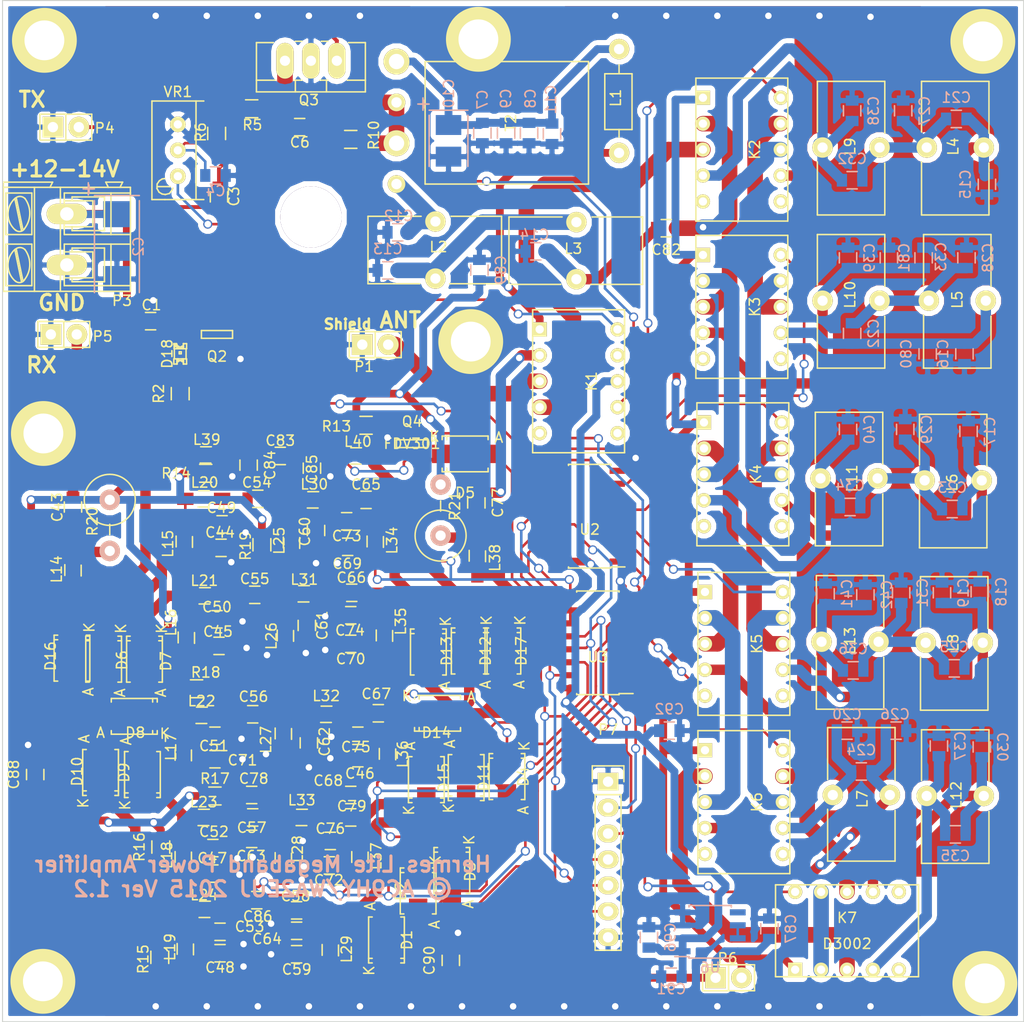
<source format=kicad_pcb>
(kicad_pcb (version 4) (host pcbnew "(2014-10-27 BZR 5228)-product")
  (layers (0 F.Cu signal) (31 B.Cu signal) (34 B.Paste user hide) (35 F.Paste user hide) (36 B.SilkS user hide) (37 F.SilkS user) (38 B.Mask user hide) (39 F.Mask user hide) (44 Edge.Cuts user))
  (net 0 "")
  (net 1 +12V)
  (net 2 GND)
  (net 3 "Net-(C3-Pad1)")
  (net 4 "Net-(C3-Pad2)")
  (net 5 "Net-(C4-Pad1)")
  (net 6 "Net-(C6-Pad1)")
  (net 7 "Net-(C6-Pad2)")
  (net 8 "Net-(C10-Pad1)")
  (net 9 "Net-(C12-Pad1)")
  (net 10 "Net-(C13-Pad1)")
  (net 11 TXIN)
  (net 12 "Net-(C15-Pad1)")
  (net 13 "Net-(C16-Pad1)")
  (net 14 "Net-(C17-Pad1)")
  (net 15 "Net-(C18-Pad1)")
  (net 16 "Net-(C20-Pad1)")
  (net 17 "Net-(C21-Pad2)")
  (net 18 "Net-(C22-Pad2)")
  (net 19 "Net-(C23-Pad2)")
  (net 20 "Net-(C24-Pad1)")
  (net 21 "Net-(C25-Pad2)")
  (net 22 "Net-(C30-Pad1)")
  (net 23 "Net-(C32-Pad2)")
  (net 24 "Net-(C33-Pad2)")
  (net 25 "Net-(C34-Pad2)")
  (net 26 "Net-(C35-Pad1)")
  (net 27 "Net-(C36-Pad2)")
  (net 28 "Net-(C43-Pad1)")
  (net 29 RX-IN)
  (net 30 "Net-(C44-Pad1)")
  (net 31 "Net-(C45-Pad1)")
  (net 32 "Net-(C46-Pad1)")
  (net 33 "Net-(C47-Pad1)")
  (net 34 "Net-(C48-Pad1)")
  (net 35 "Net-(C49-Pad1)")
  (net 36 "Net-(C50-Pad1)")
  (net 37 "Net-(C51-Pad1)")
  (net 38 "Net-(C52-Pad1)")
  (net 39 "Net-(C53-Pad1)")
  (net 40 "Net-(C54-Pad1)")
  (net 41 "Net-(C54-Pad2)")
  (net 42 "Net-(C55-Pad1)")
  (net 43 "Net-(C55-Pad2)")
  (net 44 "Net-(C56-Pad1)")
  (net 45 "Net-(C56-Pad2)")
  (net 46 "Net-(C57-Pad1)")
  (net 47 "Net-(C57-Pad2)")
  (net 48 "Net-(C58-Pad1)")
  (net 49 "Net-(C58-Pad2)")
  (net 50 "Net-(C65-Pad1)")
  (net 51 "Net-(C65-Pad2)")
  (net 52 "Net-(C66-Pad1)")
  (net 53 "Net-(C66-Pad2)")
  (net 54 "Net-(C67-Pad1)")
  (net 55 "Net-(C67-Pad2)")
  (net 56 "Net-(C68-Pad1)")
  (net 57 "Net-(C68-Pad2)")
  (net 58 RX-OUT)
  (net 59 "Net-(C77-Pad2)")
  (net 60 TXOUT)
  (net 61 "Net-(K1-Pad3)")
  (net 62 "Net-(K1-Pad7)")
  (net 63 "Net-(K1-Pad9)")
  (net 64 "Net-(K2-Pad10)")
  (net 65 "Net-(K3-Pad10)")
  (net 66 "Net-(K4-Pad10)")
  (net 67 "Net-(K5-Pad10)")
  (net 68 "Net-(K6-Pad10)")
  (net 69 "Net-(L14-Pad1)")
  (net 70 "Net-(L38-Pad1)")
  (net 71 "Net-(Q3-Pad3)")
  (net 72 "Net-(C82-Pad1)")
  (net 73 "Net-(K2-Pad2)")
  (net 74 "Net-(K2-Pad9)")
  (net 75 "Net-(K3-Pad2)")
  (net 76 "Net-(K3-Pad9)")
  (net 77 "Net-(K4-Pad2)")
  (net 78 "Net-(K4-Pad9)")
  (net 79 "Net-(K5-Pad2)")
  (net 80 "Net-(K5-Pad9)")
  (net 81 C)
  (net 82 B)
  (net 83 A)
  (net 84 5V)
  (net 85 "Net-(K6-Pad2)")
  (net 86 "Net-(K6-Pad9)")
  (net 87 "Net-(K7-Pad2)")
  (net 88 "Net-(K7-Pad10)")
  (net 89 "Net-(C83-Pad1)")
  (net 90 "Net-(C83-Pad2)")
  (net 91 "Net-(C84-Pad1)")
  (net 92 "Net-(D1-Pad1)")
  (net 93 D)
  (net 94 "Net-(K2-Pad1)")
  (net 95 "Net-(U6-Pad5)")
  (net 96 "Net-(U6-Pad6)")
  (net 97 "Net-(D18-Pad1)")
  (net 98 "Net-(D18-Pad2)")
  (net 99 "Net-(P7-Pad2)")
  (module Diodes_SMD:Diode-SMA_Standard (layer F.Cu) (at 109.9 114.5 90)
    (fp_text reference D6 (at -0.1 1.8 90) (layer F.SilkS))
    (fp_text value DIODE hide)
    (fp_text user A (at -3.29946 1.6002 90) (layer F.SilkS))
    (fp_text user K (at 2.99974 1.69926 90) (layer F.SilkS))
    (pad 1 smd rect (at -1.99898 0 90) (size 2.49936 1.80086) (layers F.Cu F.Paste F.Mask) (net 28 "Net-(C43-Pad1)"))
    (pad 2 smd rect (at 1.99898 0 90) (size 2.49936 1.80086) (layers F.Cu F.Paste F.Mask) (net 35 "Net-(C49-Pad1)"))
  )
  (module Diodes_SMD:Diode-SMA_Standard (layer F.Cu) (at 113.9 114.5 90)
    (fp_text reference D7 (at -0.2 2.1 90) (layer F.SilkS))
    (fp_text value DIODE hide)
    (fp_text user A (at -3.29946 1.6002 90) (layer F.SilkS))
    (fp_text user K (at 2.99974 1.69926 90) (layer F.SilkS))
    (pad 1 smd rect (at -1.99898 0 90) (size 2.49936 1.80086) (layers F.Cu F.Paste F.Mask) (net 28 "Net-(C43-Pad1)"))
    (pad 2 smd rect (at 1.99898 0 90) (size 2.49936 1.80086) (layers F.Cu F.Paste F.Mask) (net 36 "Net-(C50-Pad1)"))
  )
  (module Diodes_SMD:Diode-SMA_Standard (layer F.Cu) (at 112.9 120.1)
    (fp_text reference D8 (at 0.1 1.6) (layer F.SilkS))
    (fp_text value DIODE hide)
    (fp_text user A (at -3.29946 1.6002) (layer F.SilkS))
    (fp_text user K (at 2.99974 1.69926) (layer F.SilkS))
    (pad 1 smd rect (at -1.99898 0) (size 2.49936 1.80086) (layers F.Cu F.Paste F.Mask) (net 28 "Net-(C43-Pad1)"))
    (pad 2 smd rect (at 1.99898 0) (size 2.49936 1.80086) (layers F.Cu F.Paste F.Mask) (net 37 "Net-(C51-Pad1)"))
  )
  (module Diodes_SMD:Diode-SMA_Standard (layer F.Cu) (at 113.7 125.8 270)
    (fp_text reference D9 (at -0.2 1.8 270) (layer F.SilkS))
    (fp_text value DIODE hide)
    (fp_text user A (at -3.29946 1.6002 270) (layer F.SilkS))
    (fp_text user K (at 2.99974 1.69926 270) (layer F.SilkS))
    (pad 1 smd rect (at -1.99898 0 270) (size 2.49936 1.80086) (layers F.Cu F.Paste F.Mask) (net 28 "Net-(C43-Pad1)"))
    (pad 2 smd rect (at 1.99898 0 270) (size 2.49936 1.80086) (layers F.Cu F.Paste F.Mask) (net 38 "Net-(C52-Pad1)"))
  )
  (module Diodes_SMD:Diode-SMA_Standard (layer F.Cu) (at 109.6 125.6 270)
    (fp_text reference D10 (at -0.1016 2.2987 270) (layer F.SilkS))
    (fp_text value DIODE hide)
    (fp_text user A (at -3.29946 1.6002 270) (layer F.SilkS))
    (fp_text user K (at 2.99974 1.69926 270) (layer F.SilkS))
    (pad 1 smd rect (at -1.99898 0 270) (size 2.49936 1.80086) (layers F.Cu F.Paste F.Mask) (net 28 "Net-(C43-Pad1)"))
    (pad 2 smd rect (at 1.99898 0 270) (size 2.49936 1.80086) (layers F.Cu F.Paste F.Mask) (net 39 "Net-(C53-Pad1)"))
  )
  (module Diodes_SMD:Diode-SMA_Standard (layer F.Cu) (at 145.4 126.1 270)
    (fp_text reference D11 (at -0.1 -1.7 270) (layer F.SilkS))
    (fp_text value DIODE hide)
    (fp_text user A (at -3.29946 1.6002 270) (layer F.SilkS))
    (fp_text user K (at 2.99974 1.69926 270) (layer F.SilkS))
    (pad 1 smd rect (at -1.99898 0 270) (size 2.49936 1.80086) (layers F.Cu F.Paste F.Mask) (net 59 "Net-(C77-Pad2)"))
    (pad 2 smd rect (at 1.99898 0 270) (size 2.49936 1.80086) (layers F.Cu F.Paste F.Mask) (net 48 "Net-(C58-Pad1)"))
  )
  (module Diodes_SMD:Diode-SMA_Standard (layer F.Cu) (at 145.7 113.7 90)
    (fp_text reference D12 (at 0 1.6 90) (layer F.SilkS))
    (fp_text value DIODE hide)
    (fp_text user A (at -3.29946 1.6002 90) (layer F.SilkS))
    (fp_text user K (at 2.99974 1.69926 90) (layer F.SilkS))
    (pad 1 smd rect (at -1.99898 0 90) (size 2.49936 1.80086) (layers F.Cu F.Paste F.Mask) (net 59 "Net-(C77-Pad2)"))
    (pad 2 smd rect (at 1.99898 0 90) (size 2.49936 1.80086) (layers F.Cu F.Paste F.Mask) (net 50 "Net-(C65-Pad1)"))
  )
  (module Diodes_SMD:Diode-SMA_Standard (layer F.Cu) (at 141.7 113.8 90)
    (fp_text reference D13 (at 0.1 1.8 90) (layer F.SilkS))
    (fp_text value DIODE hide)
    (fp_text user A (at -3.29946 1.6002 90) (layer F.SilkS))
    (fp_text user K (at 2.99974 1.69926 90) (layer F.SilkS))
    (pad 1 smd rect (at -1.99898 0 90) (size 2.49936 1.80086) (layers F.Cu F.Paste F.Mask) (net 59 "Net-(C77-Pad2)"))
    (pad 2 smd rect (at 1.99898 0 90) (size 2.49936 1.80086) (layers F.Cu F.Paste F.Mask) (net 52 "Net-(C66-Pad1)"))
  )
  (module Diodes_SMD:Diode-SMA_Standard (layer F.Cu) (at 142.6 119.8 180)
    (fp_text reference D14 (at 0.1 -1.9 180) (layer F.SilkS))
    (fp_text value DIODE hide)
    (fp_text user A (at -3.29946 1.6002 180) (layer F.SilkS))
    (fp_text user K (at 2.99974 1.69926 180) (layer F.SilkS))
    (pad 1 smd rect (at -1.99898 0 180) (size 2.49936 1.80086) (layers F.Cu F.Paste F.Mask) (net 59 "Net-(C77-Pad2)"))
    (pad 2 smd rect (at 1.99898 0 180) (size 2.49936 1.80086) (layers F.Cu F.Paste F.Mask) (net 54 "Net-(C67-Pad1)"))
  )
  (module Diodes_SMD:Diode-SMA_Standard (layer F.Cu) (at 141.5 126.3 270)
    (fp_text reference D15 (at -0.2 -1.7 270) (layer F.SilkS))
    (fp_text value DIODE hide)
    (fp_text user A (at -3.29946 1.6002 270) (layer F.SilkS))
    (fp_text user K (at 2.99974 1.69926 270) (layer F.SilkS))
    (pad 1 smd rect (at -1.99898 0 270) (size 2.49936 1.80086) (layers F.Cu F.Paste F.Mask) (net 59 "Net-(C77-Pad2)"))
    (pad 2 smd rect (at 1.99898 0 270) (size 2.49936 1.80086) (layers F.Cu F.Paste F.Mask) (net 56 "Net-(C68-Pad1)"))
  )
  (module Choke_Axial_ThroughHole:Choke_Horizontal_RM10mm (layer F.Cu) (at 160.3756 59.9186 90)
    (fp_text reference L1 (at 0.3814 -0.3244 90) (layer F.SilkS))
    (fp_text value "FT37-43 11T #26" hide)
    (pad 1 thru_hole circle (at -5.00126 0 90) (size 1.99898 1.99898) (drill 1.00076) (layers *.Cu *.Mask F.SilkS) (net 1 +12V))
    (pad 2 thru_hole circle (at 5.15874 0 90) (size 1.99898 1.99898) (drill 1.00076) (layers *.Cu *.Mask F.SilkS) (net 8 "Net-(C10-Pad1)"))
  )
  (module Choke_Toroid_ThroughHole:Choke_Toroid_6,5x13mm_Vertical (layer F.Cu) (at 135.7884 77.7367)
    (fp_text reference L2 (at 6.9 -3.6) (layer F.SilkS))
    (fp_text value 192nH hide)
    (pad 1 thru_hole circle (at 6.604 -0.508) (size 1.99898 1.99898) (drill 1.00076) (layers *.Cu *.Mask F.SilkS) (net 10 "Net-(C13-Pad1)"))
    (pad 2 thru_hole circle (at 6.604 -6.096) (size 1.99898 1.99898) (drill 1.00076) (layers *.Cu *.Mask F.SilkS) (net 9 "Net-(C12-Pad1)"))
  )
  (module Choke_Toroid_ThroughHole:Choke_Toroid_6,5x13mm_Vertical (layer F.Cu) (at 149.5933 77.8002)
    (fp_text reference L3 (at 6.3 -3.5) (layer F.SilkS))
    (fp_text value 192nH hide)
    (pad 1 thru_hole circle (at 6.604 -0.508) (size 1.99898 1.99898) (drill 1.00076) (layers *.Cu *.Mask F.SilkS) (net 11 TXIN))
    (pad 2 thru_hole circle (at 6.604 -6.096) (size 1.99898 1.99898) (drill 1.00076) (layers *.Cu *.Mask F.SilkS) (net 10 "Net-(C13-Pad1)"))
  )
  (module Choke_Toroid_ThroughHole:Choke_Toroid_6,5x13mm_Vertical (layer F.Cu) (at 196.6 71 90)
    (fp_text reference L4 (at 6.7 -3.5 90) (layer F.SilkS))
    (fp_text value 240nH hide)
    (pad 1 thru_hole circle (at 6.604 -0.508 90) (size 1.99898 1.99898) (drill 1.00076) (layers *.Cu *.Mask F.SilkS) (net 12 "Net-(C15-Pad1)"))
    (pad 2 thru_hole circle (at 6.604 -6.096 90) (size 1.99898 1.99898) (drill 1.00076) (layers *.Cu *.Mask F.SilkS) (net 17 "Net-(C21-Pad2)"))
  )
  (module Choke_Toroid_ThroughHole:Choke_Toroid_6,5x13mm_Vertical (layer F.Cu) (at 196.8 86 90)
    (fp_text reference L5 (at 6.7 -3.3 90) (layer F.SilkS))
    (fp_text value 300nH hide)
    (pad 1 thru_hole circle (at 6.604 -0.508 90) (size 1.99898 1.99898) (drill 1.00076) (layers *.Cu *.Mask F.SilkS) (net 13 "Net-(C16-Pad1)"))
    (pad 2 thru_hole circle (at 6.604 -6.096 90) (size 1.99898 1.99898) (drill 1.00076) (layers *.Cu *.Mask F.SilkS) (net 18 "Net-(C22-Pad2)"))
  )
  (module Choke_Toroid_ThroughHole:Choke_Toroid_6,5x13mm_Vertical (layer F.Cu) (at 196.4 103.6 90)
    (fp_text reference L6 (at 6.4 -3.4 90) (layer F.SilkS))
    (fp_text value 430nH hide)
    (pad 1 thru_hole circle (at 6.604 -0.508 90) (size 1.99898 1.99898) (drill 1.00076) (layers *.Cu *.Mask F.SilkS) (net 14 "Net-(C17-Pad1)"))
    (pad 2 thru_hole circle (at 6.604 -6.096 90) (size 1.99898 1.99898) (drill 1.00076) (layers *.Cu *.Mask F.SilkS) (net 19 "Net-(C23-Pad2)"))
  )
  (module Choke_Toroid_ThroughHole:Choke_Toroid_6,5x13mm_Vertical (layer F.Cu) (at 180.8 121.2 270)
    (fp_text reference L7 (at 7 -3.4 270) (layer F.SilkS))
    (fp_text value 1.44uH hide)
    (pad 1 thru_hole circle (at 6.604 -0.508 270) (size 1.99898 1.99898) (drill 1.00076) (layers *.Cu *.Mask F.SilkS) (net 16 "Net-(C20-Pad1)"))
    (pad 2 thru_hole circle (at 6.604 -6.096 270) (size 1.99898 1.99898) (drill 1.00076) (layers *.Cu *.Mask F.SilkS) (net 20 "Net-(C24-Pad1)"))
  )
  (module Choke_Toroid_ThroughHole:Choke_Toroid_6,5x13mm_Vertical (layer F.Cu) (at 196.5 119.5 90)
    (fp_text reference L8 (at 6.6 -3.4 90) (layer F.SilkS))
    (fp_text value 1.02uH hide)
    (pad 1 thru_hole circle (at 6.604 -0.508 90) (size 1.99898 1.99898) (drill 1.00076) (layers *.Cu *.Mask F.SilkS) (net 15 "Net-(C18-Pad1)"))
    (pad 2 thru_hole circle (at 6.604 -6.096 90) (size 1.99898 1.99898) (drill 1.00076) (layers *.Cu *.Mask F.SilkS) (net 21 "Net-(C25-Pad2)"))
  )
  (module Choke_Toroid_ThroughHole:Choke_Toroid_6,5x13mm_Vertical (layer F.Cu) (at 186.4 71 90)
    (fp_text reference L9 (at 6.7 -3.4 90) (layer F.SilkS))
    (fp_text value 240nH hide)
    (pad 1 thru_hole circle (at 6.604 -0.508 90) (size 1.99898 1.99898) (drill 1.00076) (layers *.Cu *.Mask F.SilkS) (net 17 "Net-(C21-Pad2)"))
    (pad 2 thru_hole circle (at 6.604 -6.096 90) (size 1.99898 1.99898) (drill 1.00076) (layers *.Cu *.Mask F.SilkS) (net 23 "Net-(C32-Pad2)"))
  )
  (module Choke_Toroid_ThroughHole:Choke_Toroid_6,5x13mm_Vertical (layer F.Cu) (at 186.4 86 90)
    (fp_text reference L10 (at 7.2 -3.4 90) (layer F.SilkS))
    (fp_text value 300nH hide)
    (pad 1 thru_hole circle (at 6.604 -0.508 90) (size 1.99898 1.99898) (drill 1.00076) (layers *.Cu *.Mask F.SilkS) (net 18 "Net-(C22-Pad2)"))
    (pad 2 thru_hole circle (at 6.604 -6.096 90) (size 1.99898 1.99898) (drill 1.00076) (layers *.Cu *.Mask F.SilkS) (net 24 "Net-(C33-Pad2)"))
  )
  (module Choke_Toroid_ThroughHole:Choke_Toroid_6,5x13mm_Vertical (layer F.Cu) (at 186.2 103.4 90)
    (fp_text reference L11 (at 6.6 -3 90) (layer F.SilkS))
    (fp_text value 430nH hide)
    (pad 1 thru_hole circle (at 6.604 -0.508 90) (size 1.99898 1.99898) (drill 1.00076) (layers *.Cu *.Mask F.SilkS) (net 19 "Net-(C23-Pad2)"))
    (pad 2 thru_hole circle (at 6.604 -6.096 90) (size 1.99898 1.99898) (drill 1.00076) (layers *.Cu *.Mask F.SilkS) (net 25 "Net-(C34-Pad2)"))
  )
  (module Choke_Toroid_ThroughHole:Choke_Toroid_6,5x13mm_Vertical (layer F.Cu) (at 196.6 134.5 90)
    (fp_text reference L12 (at 6.7 -3.2 90) (layer F.SilkS))
    (fp_text value 2.92uH hide)
    (pad 1 thru_hole circle (at 6.604 -0.508 90) (size 1.99898 1.99898) (drill 1.00076) (layers *.Cu *.Mask F.SilkS) (net 22 "Net-(C30-Pad1)"))
    (pad 2 thru_hole circle (at 6.604 -6.096 90) (size 1.99898 1.99898) (drill 1.00076) (layers *.Cu *.Mask F.SilkS) (net 26 "Net-(C35-Pad1)"))
  )
  (module Choke_Toroid_ThroughHole:Choke_Toroid_6,5x13mm_Vertical (layer F.Cu) (at 186.3 119.4 90)
    (fp_text reference L13 (at 6.7 -3.3 90) (layer F.SilkS))
    (fp_text value 1.02uH hide)
    (pad 1 thru_hole circle (at 6.604 -0.508 90) (size 1.99898 1.99898) (drill 1.00076) (layers *.Cu *.Mask F.SilkS) (net 21 "Net-(C25-Pad2)"))
    (pad 2 thru_hole circle (at 6.604 -6.096 90) (size 1.99898 1.99898) (drill 1.00076) (layers *.Cu *.Mask F.SilkS) (net 27 "Net-(C36-Pad2)"))
  )
  (module Pin_Headers:Pin_Header_Straight_1x02 (layer F.Cu) (at 136.5 83.7)
    (fp_text reference P1 (at -1.082 2.1551) (layer F.SilkS))
    (fp_text value CONN_01X02 hide)
    (pad 1 thru_hole rect (at -1.27 0) (size 2.032 2.032) (drill 1.016) (layers *.Cu *.Mask F.SilkS) (net 2 GND))
    (pad 2 thru_hole oval (at 1.27 0) (size 2.032 2.032) (drill 1.016) (layers *.Cu *.Mask F.SilkS) (net 61 "Net-(K1-Pad3)"))
  )
  (module Pin_Headers:Pin_Header_Straight_1x02 (layer F.Cu) (at 106.2 62.4)
    (fp_text reference P4 (at 3.8 0.1) (layer F.SilkS))
    (fp_text value CONN_01X02 hide)
    (pad 1 thru_hole rect (at -1.27 0) (size 2.032 2.032) (drill 1.016) (layers *.Cu *.Mask F.SilkS) (net 2 GND))
    (pad 2 thru_hole oval (at 1.27 0) (size 2.032 2.032) (drill 1.016) (layers *.Cu *.Mask F.SilkS) (net 4 "Net-(C3-Pad2)"))
  )
  (module Pin_Headers:Pin_Header_Straight_1x02 (layer F.Cu) (at 106 82.7)
    (fp_text reference P5 (at 3.8 0.2) (layer F.SilkS))
    (fp_text value CONN_01X02 hide)
    (pad 1 thru_hole rect (at -1.27 0) (size 2.032 2.032) (drill 1.016) (layers *.Cu *.Mask F.SilkS) (net 2 GND))
    (pad 2 thru_hole oval (at 1.27 0) (size 2.032 2.032) (drill 1.016) (layers *.Cu *.Mask F.SilkS) (net 58 RX-OUT))
  )
  (module Transistors_TO-220:TO-220_Neutral123_Vertical_LargePads (layer F.Cu) (at 130.2 55.9 180)
    (fp_text reference Q3 (at 0.2028 -3.8408 180) (layer F.SilkS))
    (fp_text value RD16HHF1 hide)
    (pad 2 thru_hole oval (at 0 0 270) (size 3.50012 1.69926) (drill 1.00076) (layers *.Cu *.Mask F.SilkS) (net 2 GND))
    (pad 1 thru_hole oval (at -2.54 0 270) (size 3.50012 1.69926) (drill 1.00076) (layers *.Cu *.Mask F.SilkS) (net 7 "Net-(C6-Pad2)"))
    (pad 3 thru_hole oval (at 2.54 0 270) (size 3.50012 1.69926) (drill 1.00076) (layers *.Cu *.Mask F.SilkS) (net 71 "Net-(Q3-Pad3)"))
  )
  (module Resistors_ThroughHole:Resistor_Vertical_RM5mm (layer F.Cu) (at 110.5 101.4 270)
    (fp_text reference R20 (at -0.4 1.7 270) (layer F.SilkS))
    (fp_text value "270 1W" hide)
    (pad 1 thru_hole circle (at -2.49936 0 270) (size 1.99898 1.99898) (drill 1.00076) (layers *.Cu *.SilkS *.Mask) (net 1 +12V))
    (pad 2 thru_hole circle (at 2.5019 0 270) (size 1.99898 1.99898) (drill 1.00076) (layers *.Cu *.SilkS *.Mask) (net 69 "Net-(L14-Pad1)"))
  )
  (module Resistors_ThroughHole:Resistor_Vertical_RM5mm (layer F.Cu) (at 142.9 99.9 90)
    (fp_text reference R21 (at 0.4 1.4 90) (layer F.SilkS))
    (fp_text value "270 1W" hide)
    (pad 1 thru_hole circle (at -2.49936 0 90) (size 1.99898 1.99898) (drill 1.00076) (layers *.Cu *.SilkS *.Mask) (net 70 "Net-(L38-Pad1)"))
    (pad 2 thru_hole circle (at 2.5019 0 90) (size 1.99898 1.99898) (drill 1.00076) (layers *.Cu *.SilkS *.Mask) (net 1 +12V))
  )
  (module Potentiometers:Potentiometer_Bourns_3296W_3-8Zoll_Inline_ScrewUp (layer F.Cu) (at 117.1702 67.2084)
    (fp_text reference VR1 (at 0.005 -8.2636) (layer F.SilkS))
    (fp_text value "1k MT" hide)
    (pad 2 thru_hole circle (at 0 -2.54) (size 1.524 1.524) (drill 0.8128) (layers *.Cu *.Mask F.SilkS) (net 5 "Net-(C4-Pad1)"))
    (pad 3 thru_hole circle (at 0 -5.08) (size 1.524 1.524) (drill 0.8128) (layers *.Cu *.Mask F.SilkS) (net 2 GND))
    (pad 1 thru_hole circle (at 0 0) (size 1.524 1.524) (drill 0.8128) (layers *.Cu *.Mask F.SilkS) (net 62 "Net-(K1-Pad7)"))
  )
  (module HERMESLITE:OUT_TRANSF (layer F.Cu) (at 138.5824 61.976 270)
    (fp_text reference T2 (at 0 -11.2 270) (layer F.SilkS))
    (fp_text value OUT_TRANSF hide)
    (pad 1 thru_hole circle (at -6 0 270) (size 2.54 2.54) (drill 1.5) (layers *.Cu *.Mask F.SilkS) (net 8 "Net-(C10-Pad1)"))
    (pad 2 thru_hole circle (at -2 0 270) (size 1.7272 1.7272) (drill 1.016) (layers *.Cu *.Mask F.SilkS) (net 71 "Net-(Q3-Pad3)"))
    (pad 3 thru_hole circle (at 2 0 270) (size 2.54 2.54) (drill 1.5) (layers *.Cu *.Mask F.SilkS) (net 71 "Net-(Q3-Pad3)"))
    (pad 4 thru_hole circle (at 6 0 270) (size 1.7272 1.7272) (drill 1.016) (layers *.Cu *.Mask F.SilkS) (net 9 "Net-(C12-Pad1)"))
  )
  (module HERMESLITE:D3002 (layer F.Cu) (at 156.4132 87.2871 270)
    (fp_text reference K1 (at 0 -1.27 270) (layer F.SilkS))
    (fp_text value D3002 hide)
    (pad 1 thru_hole rect (at -5.08 3.81 270) (size 1.397 1.397) (drill 0.8128) (layers *.Cu *.Mask F.SilkS) (net 1 +12V))
    (pad 2 thru_hole circle (at -2.54 3.81 270) (size 1.397 1.397) (drill 0.8128) (layers *.Cu *.Mask F.SilkS) (net 29 RX-IN))
    (pad 3 thru_hole circle (at 0 3.81 270) (size 1.397 1.397) (drill 0.8128) (layers *.Cu *.Mask F.SilkS) (net 61 "Net-(K1-Pad3)"))
    (pad 4 thru_hole circle (at 2.54 3.81 270) (size 1.397 1.397) (drill 0.8128) (layers *.Cu *.Mask F.SilkS) (net 60 TXOUT))
    (pad 5 thru_hole circle (at 5.08 3.81 270) (size 1.397 1.397) (drill 0.8128) (layers *.Cu *.Mask F.SilkS))
    (pad 6 thru_hole circle (at 5.08 -3.81 270) (size 1.397 1.397) (drill 0.8128) (layers *.Cu *.Mask F.SilkS))
    (pad 7 thru_hole circle (at 2.54 -3.81 270) (size 1.397 1.397) (drill 0.8128) (layers *.Cu *.Mask F.SilkS) (net 62 "Net-(K1-Pad7)"))
    (pad 8 thru_hole circle (at 0 -3.81 270) (size 1.397 1.397) (drill 0.8128) (layers *.Cu *.Mask F.SilkS) (net 84 5V))
    (pad 9 thru_hole circle (at -2.54 -3.81 270) (size 1.397 1.397) (drill 0.8128) (layers *.Cu *.Mask F.SilkS) (net 63 "Net-(K1-Pad9)"))
    (pad 10 thru_hole circle (at -5.08 -3.81 270) (size 1.397 1.397) (drill 0.8128) (layers *.Cu *.Mask F.SilkS) (net 98 "Net-(D18-Pad2)"))
  )
  (module HERMESLITE:D3002 (layer F.Cu) (at 172.4 64.6 270)
    (fp_text reference K2 (at 0 -1.27 270) (layer F.SilkS))
    (fp_text value D3002 hide)
    (pad 1 thru_hole rect (at -5.08 3.81 270) (size 1.397 1.397) (drill 0.8128) (layers *.Cu *.Mask F.SilkS) (net 94 "Net-(K2-Pad1)"))
    (pad 2 thru_hole circle (at -2.54 3.81 270) (size 1.397 1.397) (drill 0.8128) (layers *.Cu *.Mask F.SilkS) (net 73 "Net-(K2-Pad2)"))
    (pad 3 thru_hole circle (at 0 3.81 270) (size 1.397 1.397) (drill 0.8128) (layers *.Cu *.Mask F.SilkS) (net 60 TXOUT))
    (pad 4 thru_hole circle (at 2.54 3.81 270) (size 1.397 1.397) (drill 0.8128) (layers *.Cu *.Mask F.SilkS) (net 23 "Net-(C32-Pad2)"))
    (pad 5 thru_hole circle (at 5.08 3.81 270) (size 1.397 1.397) (drill 0.8128) (layers *.Cu *.Mask F.SilkS))
    (pad 6 thru_hole circle (at 5.08 -3.81 270) (size 1.397 1.397) (drill 0.8128) (layers *.Cu *.Mask F.SilkS))
    (pad 7 thru_hole circle (at 2.54 -3.81 270) (size 1.397 1.397) (drill 0.8128) (layers *.Cu *.Mask F.SilkS) (net 12 "Net-(C15-Pad1)"))
    (pad 8 thru_hole circle (at 0 -3.81 270) (size 1.397 1.397) (drill 0.8128) (layers *.Cu *.Mask F.SilkS) (net 72 "Net-(C82-Pad1)"))
    (pad 9 thru_hole circle (at -2.54 -3.81 270) (size 1.397 1.397) (drill 0.8128) (layers *.Cu *.Mask F.SilkS) (net 74 "Net-(K2-Pad9)"))
    (pad 10 thru_hole circle (at -5.08 -3.81 270) (size 1.397 1.397) (drill 0.8128) (layers *.Cu *.Mask F.SilkS) (net 64 "Net-(K2-Pad10)"))
  )
  (module HERMESLITE:D3002 (layer F.Cu) (at 172.4 80 270)
    (fp_text reference K3 (at 0 -1.27 270) (layer F.SilkS))
    (fp_text value D3002 hide)
    (pad 1 thru_hole rect (at -5.08 3.81 270) (size 1.397 1.397) (drill 0.8128) (layers *.Cu *.Mask F.SilkS) (net 94 "Net-(K2-Pad1)"))
    (pad 2 thru_hole circle (at -2.54 3.81 270) (size 1.397 1.397) (drill 0.8128) (layers *.Cu *.Mask F.SilkS) (net 75 "Net-(K3-Pad2)"))
    (pad 3 thru_hole circle (at 0 3.81 270) (size 1.397 1.397) (drill 0.8128) (layers *.Cu *.Mask F.SilkS) (net 73 "Net-(K2-Pad2)"))
    (pad 4 thru_hole circle (at 2.54 3.81 270) (size 1.397 1.397) (drill 0.8128) (layers *.Cu *.Mask F.SilkS) (net 24 "Net-(C33-Pad2)"))
    (pad 5 thru_hole circle (at 5.08 3.81 270) (size 1.397 1.397) (drill 0.8128) (layers *.Cu *.Mask F.SilkS))
    (pad 6 thru_hole circle (at 5.08 -3.81 270) (size 1.397 1.397) (drill 0.8128) (layers *.Cu *.Mask F.SilkS))
    (pad 7 thru_hole circle (at 2.54 -3.81 270) (size 1.397 1.397) (drill 0.8128) (layers *.Cu *.Mask F.SilkS) (net 13 "Net-(C16-Pad1)"))
    (pad 8 thru_hole circle (at 0 -3.81 270) (size 1.397 1.397) (drill 0.8128) (layers *.Cu *.Mask F.SilkS) (net 74 "Net-(K2-Pad9)"))
    (pad 9 thru_hole circle (at -2.54 -3.81 270) (size 1.397 1.397) (drill 0.8128) (layers *.Cu *.Mask F.SilkS) (net 76 "Net-(K3-Pad9)"))
    (pad 10 thru_hole circle (at -5.08 -3.81 270) (size 1.397 1.397) (drill 0.8128) (layers *.Cu *.Mask F.SilkS) (net 65 "Net-(K3-Pad10)"))
  )
  (module HERMESLITE:D3002 (layer F.Cu) (at 172.5 96.4 270)
    (fp_text reference K4 (at 0 -1.27 270) (layer F.SilkS))
    (fp_text value D3002 hide)
    (pad 1 thru_hole rect (at -5.08 3.81 270) (size 1.397 1.397) (drill 0.8128) (layers *.Cu *.Mask F.SilkS) (net 94 "Net-(K2-Pad1)"))
    (pad 2 thru_hole circle (at -2.54 3.81 270) (size 1.397 1.397) (drill 0.8128) (layers *.Cu *.Mask F.SilkS) (net 77 "Net-(K4-Pad2)"))
    (pad 3 thru_hole circle (at 0 3.81 270) (size 1.397 1.397) (drill 0.8128) (layers *.Cu *.Mask F.SilkS) (net 75 "Net-(K3-Pad2)"))
    (pad 4 thru_hole circle (at 2.54 3.81 270) (size 1.397 1.397) (drill 0.8128) (layers *.Cu *.Mask F.SilkS) (net 25 "Net-(C34-Pad2)"))
    (pad 5 thru_hole circle (at 5.08 3.81 270) (size 1.397 1.397) (drill 0.8128) (layers *.Cu *.Mask F.SilkS))
    (pad 6 thru_hole circle (at 5.08 -3.81 270) (size 1.397 1.397) (drill 0.8128) (layers *.Cu *.Mask F.SilkS))
    (pad 7 thru_hole circle (at 2.54 -3.81 270) (size 1.397 1.397) (drill 0.8128) (layers *.Cu *.Mask F.SilkS) (net 14 "Net-(C17-Pad1)"))
    (pad 8 thru_hole circle (at 0 -3.81 270) (size 1.397 1.397) (drill 0.8128) (layers *.Cu *.Mask F.SilkS) (net 76 "Net-(K3-Pad9)"))
    (pad 9 thru_hole circle (at -2.54 -3.81 270) (size 1.397 1.397) (drill 0.8128) (layers *.Cu *.Mask F.SilkS) (net 78 "Net-(K4-Pad9)"))
    (pad 10 thru_hole circle (at -5.08 -3.81 270) (size 1.397 1.397) (drill 0.8128) (layers *.Cu *.Mask F.SilkS) (net 66 "Net-(K4-Pad10)"))
  )
  (module HERMESLITE:D3002 (layer F.Cu) (at 172.6 113 270)
    (fp_text reference K5 (at 0 -1.27 270) (layer F.SilkS))
    (fp_text value D3002 hide)
    (pad 1 thru_hole rect (at -5.08 3.81 270) (size 1.397 1.397) (drill 0.8128) (layers *.Cu *.Mask F.SilkS) (net 94 "Net-(K2-Pad1)"))
    (pad 2 thru_hole circle (at -2.54 3.81 270) (size 1.397 1.397) (drill 0.8128) (layers *.Cu *.Mask F.SilkS) (net 79 "Net-(K5-Pad2)"))
    (pad 3 thru_hole circle (at 0 3.81 270) (size 1.397 1.397) (drill 0.8128) (layers *.Cu *.Mask F.SilkS) (net 77 "Net-(K4-Pad2)"))
    (pad 4 thru_hole circle (at 2.54 3.81 270) (size 1.397 1.397) (drill 0.8128) (layers *.Cu *.Mask F.SilkS) (net 27 "Net-(C36-Pad2)"))
    (pad 5 thru_hole circle (at 5.08 3.81 270) (size 1.397 1.397) (drill 0.8128) (layers *.Cu *.Mask F.SilkS))
    (pad 6 thru_hole circle (at 5.08 -3.81 270) (size 1.397 1.397) (drill 0.8128) (layers *.Cu *.Mask F.SilkS))
    (pad 7 thru_hole circle (at 2.54 -3.81 270) (size 1.397 1.397) (drill 0.8128) (layers *.Cu *.Mask F.SilkS) (net 15 "Net-(C18-Pad1)"))
    (pad 8 thru_hole circle (at 0 -3.81 270) (size 1.397 1.397) (drill 0.8128) (layers *.Cu *.Mask F.SilkS) (net 78 "Net-(K4-Pad9)"))
    (pad 9 thru_hole circle (at -2.54 -3.81 270) (size 1.397 1.397) (drill 0.8128) (layers *.Cu *.Mask F.SilkS) (net 80 "Net-(K5-Pad9)"))
    (pad 10 thru_hole circle (at -5.08 -3.81 270) (size 1.397 1.397) (drill 0.8128) (layers *.Cu *.Mask F.SilkS) (net 67 "Net-(K5-Pad10)"))
  )
  (module HERMESLITE:D3002 (layer F.Cu) (at 172.6 128.5 270)
    (fp_text reference K6 (at 0 -1.27 270) (layer F.SilkS))
    (fp_text value D3002 hide)
    (pad 1 thru_hole rect (at -5.08 3.81 270) (size 1.397 1.397) (drill 0.8128) (layers *.Cu *.Mask F.SilkS) (net 94 "Net-(K2-Pad1)"))
    (pad 2 thru_hole circle (at -2.54 3.81 270) (size 1.397 1.397) (drill 0.8128) (layers *.Cu *.Mask F.SilkS) (net 85 "Net-(K6-Pad2)"))
    (pad 3 thru_hole circle (at 0 3.81 270) (size 1.397 1.397) (drill 0.8128) (layers *.Cu *.Mask F.SilkS) (net 79 "Net-(K5-Pad2)"))
    (pad 4 thru_hole circle (at 2.54 3.81 270) (size 1.397 1.397) (drill 0.8128) (layers *.Cu *.Mask F.SilkS) (net 20 "Net-(C24-Pad1)"))
    (pad 5 thru_hole circle (at 5.08 3.81 270) (size 1.397 1.397) (drill 0.8128) (layers *.Cu *.Mask F.SilkS))
    (pad 6 thru_hole circle (at 5.08 -3.81 270) (size 1.397 1.397) (drill 0.8128) (layers *.Cu *.Mask F.SilkS))
    (pad 7 thru_hole circle (at 2.54 -3.81 270) (size 1.397 1.397) (drill 0.8128) (layers *.Cu *.Mask F.SilkS) (net 16 "Net-(C20-Pad1)"))
    (pad 8 thru_hole circle (at 0 -3.81 270) (size 1.397 1.397) (drill 0.8128) (layers *.Cu *.Mask F.SilkS) (net 80 "Net-(K5-Pad9)"))
    (pad 9 thru_hole circle (at -2.54 -3.81 270) (size 1.397 1.397) (drill 0.8128) (layers *.Cu *.Mask F.SilkS) (net 86 "Net-(K6-Pad9)"))
    (pad 10 thru_hole circle (at -5.08 -3.81 270) (size 1.397 1.397) (drill 0.8128) (layers *.Cu *.Mask F.SilkS) (net 68 "Net-(K6-Pad10)"))
  )
  (module HERMESLITE:C_0805 (layer F.Cu) (at 114.5 81.4)
    (fp_text reference C1 (at 0.0849 -1.5724) (layer F.SilkS))
    (fp_text value 0.1uF hide)
    (pad 1 smd rect (at -1 0) (size 1 1.25) (layers F.Cu F.Paste F.Mask) (net 1 +12V))
    (pad 2 smd rect (at 1 0) (size 1 1.25) (layers F.Cu F.Paste F.Mask) (net 2 GND))
  )
  (module HERMESLITE:C_0805 (layer F.Cu) (at 121.1961 69.2277 270)
    (fp_text reference C3 (at -0.0377 -1.4697 270) (layer F.SilkS))
    (fp_text value 0.1uF hide)
    (pad 1 smd rect (at -1 0 270) (size 1 1.25) (layers F.Cu F.Paste F.Mask) (net 3 "Net-(C3-Pad1)"))
    (pad 2 smd rect (at 1 0 270) (size 1 1.25) (layers F.Cu F.Paste F.Mask) (net 4 "Net-(C3-Pad2)"))
  )
  (module HERMESLITE:C_0805 (layer B.Cu) (at 120.8532 67.1322)
    (fp_text reference C4 (at 0.0104 1.5209) (layer B.SilkS) (effects (justify mirror)))
    (fp_text value 0.1uF hide)
    (pad 1 smd rect (at -1 0) (size 1 1.25) (layers B.Cu B.Paste B.Mask) (net 5 "Net-(C4-Pad1)"))
    (pad 2 smd rect (at 1 0) (size 1 1.25) (layers B.Cu B.Paste B.Mask) (net 2 GND))
  )
  (module HERMESLITE:C_0805 (layer F.Cu) (at 129.1 62.4 180)
    (fp_text reference C6 (at -0.0134 -1.4869 180) (layer F.SilkS))
    (fp_text value 0.1uF hide)
    (pad 1 smd rect (at -1 0 180) (size 1 1.25) (layers F.Cu F.Paste F.Mask) (net 6 "Net-(C6-Pad1)"))
    (pad 2 smd rect (at 1 0 180) (size 1 1.25) (layers F.Cu F.Paste F.Mask) (net 7 "Net-(C6-Pad2)"))
  )
  (module HERMESLITE:C_0805 (layer B.Cu) (at 146.9898 62.9793 90)
    (fp_text reference C7 (at 3.2793 0.0102 90) (layer B.SilkS) (effects (justify mirror)))
    (fp_text value 0.1uF hide)
    (pad 1 smd rect (at -1 0 90) (size 1 1.25) (layers B.Cu B.Paste B.Mask) (net 2 GND))
    (pad 2 smd rect (at 1 0 90) (size 1 1.25) (layers B.Cu B.Paste B.Mask) (net 8 "Net-(C10-Pad1)"))
  )
  (module HERMESLITE:C_0805 (layer B.Cu) (at 151.5618 62.9793 90)
    (fp_text reference C8 (at 3.3793 0.1382 90) (layer B.SilkS) (effects (justify mirror)))
    (fp_text value 0.1uF hide)
    (pad 1 smd rect (at -1 0 90) (size 1 1.25) (layers B.Cu B.Paste B.Mask) (net 2 GND))
    (pad 2 smd rect (at 1 0 90) (size 1 1.25) (layers B.Cu B.Paste B.Mask) (net 8 "Net-(C10-Pad1)"))
  )
  (module HERMESLITE:C_0805 (layer B.Cu) (at 149.3139 62.9793 90)
    (fp_text reference C9 (at 3.3793 -0.0139 90) (layer B.SilkS) (effects (justify mirror)))
    (fp_text value 1uF hide)
    (pad 1 smd rect (at -1 0 90) (size 1 1.25) (layers B.Cu B.Paste B.Mask) (net 2 GND))
    (pad 2 smd rect (at 1 0 90) (size 1 1.25) (layers B.Cu B.Paste B.Mask) (net 8 "Net-(C10-Pad1)"))
  )
  (module HERMESLITE:C_0805 (layer B.Cu) (at 153.8097 63.0555 90)
    (fp_text reference C11 (at 3.3555 -0.1097 90) (layer B.SilkS) (effects (justify mirror)))
    (fp_text value 4700pF hide)
    (pad 1 smd rect (at -1 0 90) (size 1 1.25) (layers B.Cu B.Paste B.Mask) (net 2 GND))
    (pad 2 smd rect (at 1 0 90) (size 1 1.25) (layers B.Cu B.Paste B.Mask) (net 8 "Net-(C10-Pad1)"))
  )
  (module HERMESLITE:C_0805 (layer B.Cu) (at 138.7 72.7 180)
    (fp_text reference C12 (at -0.0871 1.6042 180) (layer B.SilkS) (effects (justify mirror)))
    (fp_text value 120pF hide)
    (pad 1 smd rect (at -1 0 180) (size 1 1.25) (layers B.Cu B.Paste B.Mask) (net 9 "Net-(C12-Pad1)"))
    (pad 2 smd rect (at 1 0 180) (size 1 1.25) (layers B.Cu B.Paste B.Mask) (net 2 GND))
  )
  (module HERMESLITE:C_0805 (layer B.Cu) (at 137.7315 76.4286 180)
    (fp_text reference C13 (at 0 2.1 180) (layer B.SilkS) (effects (justify mirror)))
    (fp_text value 120pF hide)
    (pad 1 smd rect (at -1 0 180) (size 1 1.25) (layers B.Cu B.Paste B.Mask) (net 10 "Net-(C13-Pad1)"))
    (pad 2 smd rect (at 1 0 180) (size 1 1.25) (layers B.Cu B.Paste B.Mask) (net 2 GND))
  )
  (module HERMESLITE:C_0805 (layer B.Cu) (at 152.2222 74.5617 180)
    (fp_text reference C14 (at 0.1264 1.6305 180) (layer B.SilkS) (effects (justify mirror)))
    (fp_text value 82pF hide)
    (pad 1 smd rect (at -1 0 180) (size 1 1.25) (layers B.Cu B.Paste B.Mask) (net 11 TXIN))
    (pad 2 smd rect (at 1 0 180) (size 1 1.25) (layers B.Cu B.Paste B.Mask) (net 2 GND))
  )
  (module HERMESLITE:C_0805 (layer B.Cu) (at 196.4 68 270)
    (fp_text reference C15 (at 0 2.1 270) (layer B.SilkS) (effects (justify mirror)))
    (fp_text value 150pF hide)
    (pad 1 smd rect (at -1 0 270) (size 1 1.25) (layers B.Cu B.Paste B.Mask) (net 12 "Net-(C15-Pad1)"))
    (pad 2 smd rect (at 1 0 270) (size 1 1.25) (layers B.Cu B.Paste B.Mask) (net 2 GND))
  )
  (module HERMESLITE:C_0805 (layer B.Cu) (at 194.2 84.6 270)
    (fp_text reference C16 (at 0 2.1 270) (layer B.SilkS) (effects (justify mirror)))
    (fp_text value 150pF hide)
    (pad 1 smd rect (at -1 0 270) (size 1 1.25) (layers B.Cu B.Paste B.Mask) (net 13 "Net-(C16-Pad1)"))
    (pad 2 smd rect (at 1 0 270) (size 1 1.25) (layers B.Cu B.Paste B.Mask) (net 2 GND))
  )
  (module HERMESLITE:C_0805 (layer B.Cu) (at 194.6 92.2 90)
    (fp_text reference C17 (at 0 2.1 90) (layer B.SilkS) (effects (justify mirror)))
    (fp_text value 470pF hide)
    (pad 1 smd rect (at -1 0 90) (size 1 1.25) (layers B.Cu B.Paste B.Mask) (net 14 "Net-(C17-Pad1)"))
    (pad 2 smd rect (at 1 0 90) (size 1 1.25) (layers B.Cu B.Paste B.Mask) (net 2 GND))
  )
  (module HERMESLITE:C_0805 (layer B.Cu) (at 195.7 107.9 90)
    (fp_text reference C18 (at 0 2.1 90) (layer B.SilkS) (effects (justify mirror)))
    (fp_text value 150pF hide)
    (pad 1 smd rect (at -1 0 90) (size 1 1.25) (layers B.Cu B.Paste B.Mask) (net 15 "Net-(C18-Pad1)"))
    (pad 2 smd rect (at 1 0 90) (size 1 1.25) (layers B.Cu B.Paste B.Mask) (net 2 GND))
  )
  (module HERMESLITE:C_0805 (layer B.Cu) (at 192 108 90)
    (fp_text reference C19 (at 0 2.1 90) (layer B.SilkS) (effects (justify mirror)))
    (fp_text value 150pF hide)
    (pad 1 smd rect (at -1 0 90) (size 1 1.25) (layers B.Cu B.Paste B.Mask) (net 15 "Net-(C18-Pad1)"))
    (pad 2 smd rect (at 1 0 90) (size 1 1.25) (layers B.Cu B.Paste B.Mask) (net 2 GND))
  )
  (module HERMESLITE:C_0805 (layer B.Cu) (at 182.7 121.5)
    (fp_text reference C20 (at 0 -1.6) (layer B.SilkS) (effects (justify mirror)))
    (fp_text value 1800pF hide)
    (pad 1 smd rect (at -1 0) (size 1 1.25) (layers B.Cu B.Paste B.Mask) (net 16 "Net-(C20-Pad1)"))
    (pad 2 smd rect (at 1 0) (size 1 1.25) (layers B.Cu B.Paste B.Mask) (net 2 GND))
  )
  (module HERMESLITE:C_0805 (layer B.Cu) (at 193.4 61.6 180)
    (fp_text reference C21 (at 0 2.1 180) (layer B.SilkS) (effects (justify mirror)))
    (fp_text value DNI hide)
    (pad 1 smd rect (at -1 0 180) (size 1 1.25) (layers B.Cu B.Paste B.Mask) (net 12 "Net-(C15-Pad1)"))
    (pad 2 smd rect (at 1 0 180) (size 1 1.25) (layers B.Cu B.Paste B.Mask) (net 17 "Net-(C21-Pad2)"))
  )
  (module HERMESLITE:C_0805 (layer B.Cu) (at 183.2 82.6 90)
    (fp_text reference C22 (at 0 2.1 90) (layer B.SilkS) (effects (justify mirror)))
    (fp_text value DNI hide)
    (pad 1 smd rect (at -1 0 90) (size 1 1.25) (layers B.Cu B.Paste B.Mask) (net 13 "Net-(C16-Pad1)"))
    (pad 2 smd rect (at 1 0 90) (size 1 1.25) (layers B.Cu B.Paste B.Mask) (net 18 "Net-(C22-Pad2)"))
  )
  (module HERMESLITE:C_0805 (layer B.Cu) (at 193 99.8 180)
    (fp_text reference C23 (at 0 2.1 180) (layer B.SilkS) (effects (justify mirror)))
    (fp_text value DNI hide)
    (pad 1 smd rect (at -1 0 180) (size 1 1.25) (layers B.Cu B.Paste B.Mask) (net 14 "Net-(C17-Pad1)"))
    (pad 2 smd rect (at 1 0 180) (size 1 1.25) (layers B.Cu B.Paste B.Mask) (net 19 "Net-(C23-Pad2)"))
  )
  (module HERMESLITE:C_0805 (layer B.Cu) (at 184.1 125.5 180)
    (fp_text reference C24 (at 0 2.1 180) (layer B.SilkS) (effects (justify mirror)))
    (fp_text value 150pF hide)
    (pad 1 smd rect (at -1 0 180) (size 1 1.25) (layers B.Cu B.Paste B.Mask) (net 20 "Net-(C24-Pad1)"))
    (pad 2 smd rect (at 1 0 180) (size 1 1.25) (layers B.Cu B.Paste B.Mask) (net 16 "Net-(C20-Pad1)"))
  )
  (module HERMESLITE:C_0805 (layer B.Cu) (at 193.2 115.4 180)
    (fp_text reference C25 (at 0 2.1 180) (layer B.SilkS) (effects (justify mirror)))
    (fp_text value 150pF hide)
    (pad 1 smd rect (at -1 0 180) (size 1 1.25) (layers B.Cu B.Paste B.Mask) (net 15 "Net-(C18-Pad1)"))
    (pad 2 smd rect (at 1 0 180) (size 1 1.25) (layers B.Cu B.Paste B.Mask) (net 21 "Net-(C25-Pad2)"))
  )
  (module HERMESLITE:C_0805 (layer B.Cu) (at 187.5 121.5)
    (fp_text reference C26 (at -0.1 -1.6) (layer B.SilkS) (effects (justify mirror)))
    (fp_text value 1800pF hide)
    (pad 1 smd rect (at -1 0) (size 1 1.25) (layers B.Cu B.Paste B.Mask) (net 20 "Net-(C24-Pad1)"))
    (pad 2 smd rect (at 1 0) (size 1 1.25) (layers B.Cu B.Paste B.Mask) (net 2 GND))
  )
  (module HERMESLITE:C_0805 (layer B.Cu) (at 188.2 60.8 90)
    (fp_text reference C27 (at 0 2.1 90) (layer B.SilkS) (effects (justify mirror)))
    (fp_text value 270pF hide)
    (pad 1 smd rect (at -1 0 90) (size 1 1.25) (layers B.Cu B.Paste B.Mask) (net 17 "Net-(C21-Pad2)"))
    (pad 2 smd rect (at 1 0 90) (size 1 1.25) (layers B.Cu B.Paste B.Mask) (net 2 GND))
  )
  (module HERMESLITE:C_0805 (layer B.Cu) (at 194.4 75.2 90)
    (fp_text reference C28 (at 0 2.1 90) (layer B.SilkS) (effects (justify mirror)))
    (fp_text value 560pF hide)
    (pad 1 smd rect (at -1 0 90) (size 1 1.25) (layers B.Cu B.Paste B.Mask) (net 18 "Net-(C22-Pad2)"))
    (pad 2 smd rect (at 1 0 90) (size 1 1.25) (layers B.Cu B.Paste B.Mask) (net 2 GND))
  )
  (module HERMESLITE:C_0805 (layer B.Cu) (at 188.4 92 90)
    (fp_text reference C29 (at 0 2.1 90) (layer B.SilkS) (effects (justify mirror)))
    (fp_text value 1000pF hide)
    (pad 1 smd rect (at -1 0 90) (size 1 1.25) (layers B.Cu B.Paste B.Mask) (net 19 "Net-(C23-Pad2)"))
    (pad 2 smd rect (at 1 0 90) (size 1 1.25) (layers B.Cu B.Paste B.Mask) (net 2 GND))
  )
  (module HERMESLITE:C_0805 (layer B.Cu) (at 195.9 123.1 90)
    (fp_text reference C30 (at 0 2.1 90) (layer B.SilkS) (effects (justify mirror)))
    (fp_text value 3300pF hide)
    (pad 1 smd rect (at -1 0 90) (size 1 1.25) (layers B.Cu B.Paste B.Mask) (net 22 "Net-(C30-Pad1)"))
    (pad 2 smd rect (at 1 0 90) (size 1 1.25) (layers B.Cu B.Paste B.Mask) (net 2 GND))
  )
  (module HERMESLITE:C_0805 (layer B.Cu) (at 188 108 90)
    (fp_text reference C31 (at 0 2.1 90) (layer B.SilkS) (effects (justify mirror)))
    (fp_text value 560pF hide)
    (pad 1 smd rect (at -1 0 90) (size 1 1.25) (layers B.Cu B.Paste B.Mask) (net 21 "Net-(C25-Pad2)"))
    (pad 2 smd rect (at 1 0 90) (size 1 1.25) (layers B.Cu B.Paste B.Mask) (net 2 GND))
  )
  (module HERMESLITE:C_0805 (layer B.Cu) (at 183.2 67.6 180)
    (fp_text reference C32 (at 0 2.1 180) (layer B.SilkS) (effects (justify mirror)))
    (fp_text value DNI hide)
    (pad 1 smd rect (at -1 0 180) (size 1 1.25) (layers B.Cu B.Paste B.Mask) (net 17 "Net-(C21-Pad2)"))
    (pad 2 smd rect (at 1 0 180) (size 1 1.25) (layers B.Cu B.Paste B.Mask) (net 23 "Net-(C32-Pad2)"))
  )
  (module HERMESLITE:C_0805 (layer B.Cu) (at 190.2 75.2 270)
    (fp_text reference C33 (at -0.1 -1.7 270) (layer B.SilkS) (effects (justify mirror)))
    (fp_text value DNI hide)
    (pad 1 smd rect (at -1 0 270) (size 1 1.25) (layers B.Cu B.Paste B.Mask) (net 18 "Net-(C22-Pad2)"))
    (pad 2 smd rect (at 1 0 270) (size 1 1.25) (layers B.Cu B.Paste B.Mask) (net 24 "Net-(C33-Pad2)"))
  )
  (module HERMESLITE:C_0805 (layer B.Cu) (at 183 99.6 180)
    (fp_text reference C34 (at 0 2.1 180) (layer B.SilkS) (effects (justify mirror)))
    (fp_text value DNI hide)
    (pad 1 smd rect (at -1 0 180) (size 1 1.25) (layers B.Cu B.Paste B.Mask) (net 19 "Net-(C23-Pad2)"))
    (pad 2 smd rect (at 1 0 180) (size 1 1.25) (layers B.Cu B.Paste B.Mask) (net 25 "Net-(C34-Pad2)"))
  )
  (module HERMESLITE:C_0805 (layer B.Cu) (at 193.3067 131.6609)
    (fp_text reference C35 (at 0 2.1) (layer B.SilkS) (effects (justify mirror)))
    (fp_text value 220pF hide)
    (pad 1 smd rect (at -1 0) (size 1 1.25) (layers B.Cu B.Paste B.Mask) (net 26 "Net-(C35-Pad1)"))
    (pad 2 smd rect (at 1 0) (size 1 1.25) (layers B.Cu B.Paste B.Mask) (net 22 "Net-(C30-Pad1)"))
  )
  (module HERMESLITE:C_0805 (layer B.Cu) (at 183.3 115.6 180)
    (fp_text reference C36 (at 0 2.1 180) (layer B.SilkS) (effects (justify mirror)))
    (fp_text value 150pF hide)
    (pad 1 smd rect (at -1 0 180) (size 1 1.25) (layers B.Cu B.Paste B.Mask) (net 21 "Net-(C25-Pad2)"))
    (pad 2 smd rect (at 1 0 180) (size 1 1.25) (layers B.Cu B.Paste B.Mask) (net 27 "Net-(C36-Pad2)"))
  )
  (module HERMESLITE:C_0805 (layer B.Cu) (at 191.7 123 90)
    (fp_text reference C37 (at 0 2.1 90) (layer B.SilkS) (effects (justify mirror)))
    (fp_text value 3300pF hide)
    (pad 1 smd rect (at -1 0 90) (size 1 1.25) (layers B.Cu B.Paste B.Mask) (net 26 "Net-(C35-Pad1)"))
    (pad 2 smd rect (at 1 0 90) (size 1 1.25) (layers B.Cu B.Paste B.Mask) (net 2 GND))
  )
  (module HERMESLITE:C_0805 (layer B.Cu) (at 183.2 60.8 90)
    (fp_text reference C38 (at 0 2.1 90) (layer B.SilkS) (effects (justify mirror)))
    (fp_text value 150pF hide)
    (pad 1 smd rect (at -1 0 90) (size 1 1.25) (layers B.Cu B.Paste B.Mask) (net 23 "Net-(C32-Pad2)"))
    (pad 2 smd rect (at 1 0 90) (size 1 1.25) (layers B.Cu B.Paste B.Mask) (net 2 GND))
  )
  (module HERMESLITE:C_0805 (layer B.Cu) (at 182.8 75.2 90)
    (fp_text reference C39 (at 0 2.1 90) (layer B.SilkS) (effects (justify mirror)))
    (fp_text value 150pF hide)
    (pad 1 smd rect (at -1 0 90) (size 1 1.25) (layers B.Cu B.Paste B.Mask) (net 24 "Net-(C33-Pad2)"))
    (pad 2 smd rect (at 1 0 90) (size 1 1.25) (layers B.Cu B.Paste B.Mask) (net 2 GND))
  )
  (module HERMESLITE:C_0805 (layer B.Cu) (at 182.8 92 90)
    (fp_text reference C40 (at 0 2.1 90) (layer B.SilkS) (effects (justify mirror)))
    (fp_text value 470pF hide)
    (pad 1 smd rect (at -1 0 90) (size 1 1.25) (layers B.Cu B.Paste B.Mask) (net 25 "Net-(C34-Pad2)"))
    (pad 2 smd rect (at 1 0 90) (size 1 1.25) (layers B.Cu B.Paste B.Mask) (net 2 GND))
  )
  (module HERMESLITE:C_0805 (layer B.Cu) (at 180.6 108.1 90)
    (fp_text reference C41 (at 0 2.1 90) (layer B.SilkS) (effects (justify mirror)))
    (fp_text value 150pF hide)
    (pad 1 smd rect (at -1 0 90) (size 1 1.25) (layers B.Cu B.Paste B.Mask) (net 27 "Net-(C36-Pad2)"))
    (pad 2 smd rect (at 1 0 90) (size 1 1.25) (layers B.Cu B.Paste B.Mask) (net 2 GND))
  )
  (module HERMESLITE:C_0805 (layer B.Cu) (at 184.5 108.2 90)
    (fp_text reference C42 (at 0 2.1 90) (layer B.SilkS) (effects (justify mirror)))
    (fp_text value 150pF hide)
    (pad 1 smd rect (at -1 0 90) (size 1 1.25) (layers B.Cu B.Paste B.Mask) (net 27 "Net-(C36-Pad2)"))
    (pad 2 smd rect (at 1 0 90) (size 1 1.25) (layers B.Cu B.Paste B.Mask) (net 2 GND))
  )
  (module HERMESLITE:C_0805 (layer F.Cu) (at 106.9 99.6 90)
    (fp_text reference C43 (at -0.0255 -1.5427 90) (layer F.SilkS))
    (fp_text value 0.1uF hide)
    (pad 1 smd rect (at -1 0 90) (size 1 1.25) (layers F.Cu F.Paste F.Mask) (net 28 "Net-(C43-Pad1)"))
    (pad 2 smd rect (at 1 0 90) (size 1 1.25) (layers F.Cu F.Paste F.Mask) (net 58 RX-OUT))
  )
  (module HERMESLITE:C_0805 (layer F.Cu) (at 121.4 103.6)
    (fp_text reference C44 (at -0.1006 -1.505) (layer F.SilkS))
    (fp_text value 0.01uF hide)
    (pad 1 smd rect (at -1 0) (size 1 1.25) (layers F.Cu F.Paste F.Mask) (net 30 "Net-(C44-Pad1)"))
    (pad 2 smd rect (at 1 0) (size 1 1.25) (layers F.Cu F.Paste F.Mask) (net 2 GND))
  )
  (module HERMESLITE:C_0805 (layer F.Cu) (at 121.2 113.2)
    (fp_text reference C45 (at -0.1 -1.4) (layer F.SilkS))
    (fp_text value 0.01uF hide)
    (pad 1 smd rect (at -1 0) (size 1 1.25) (layers F.Cu F.Paste F.Mask) (net 31 "Net-(C45-Pad1)"))
    (pad 2 smd rect (at 1 0) (size 1 1.25) (layers F.Cu F.Paste F.Mask) (net 2 GND))
  )
  (module HERMESLITE:C_0805 (layer F.Cu) (at 134.8 124.2 180)
    (fp_text reference C46 (at -0.2 -1.5 180) (layer F.SilkS))
    (fp_text value 0.01uF hide)
    (pad 1 smd rect (at -1 0 180) (size 1 1.25) (layers F.Cu F.Paste F.Mask) (net 32 "Net-(C46-Pad1)"))
    (pad 2 smd rect (at 1 0 180) (size 1 1.25) (layers F.Cu F.Paste F.Mask) (net 2 GND))
  )
  (module HERMESLITE:C_0805 (layer F.Cu) (at 120.6 135.5)
    (fp_text reference C47 (at -0.0635 -1.5113) (layer F.SilkS))
    (fp_text value 0.01uF hide)
    (pad 1 smd rect (at -1 0) (size 1 1.25) (layers F.Cu F.Paste F.Mask) (net 33 "Net-(C47-Pad1)"))
    (pad 2 smd rect (at 1 0) (size 1 1.25) (layers F.Cu F.Paste F.Mask) (net 2 GND))
  )
  (module HERMESLITE:C_0805 (layer F.Cu) (at 121.3 143.3)
    (fp_text reference C48 (at 0 1.4) (layer F.SilkS))
    (fp_text value 0.01uF hide)
    (pad 1 smd rect (at -1 0) (size 1 1.25) (layers F.Cu F.Paste F.Mask) (net 34 "Net-(C48-Pad1)"))
    (pad 2 smd rect (at 1 0) (size 1 1.25) (layers F.Cu F.Paste F.Mask) (net 2 GND))
  )
  (module HERMESLITE:C_0805 (layer F.Cu) (at 121.5 101.3)
    (fp_text reference C49 (at -0.0635 -1.6256) (layer F.SilkS))
    (fp_text value 100pF hide)
    (pad 1 smd rect (at -1 0) (size 1 1.25) (layers F.Cu F.Paste F.Mask) (net 35 "Net-(C49-Pad1)"))
    (pad 2 smd rect (at 1 0) (size 1 1.25) (layers F.Cu F.Paste F.Mask) (net 2 GND))
  )
  (module HERMESLITE:C_0805 (layer F.Cu) (at 121 110.6)
    (fp_text reference C50 (at 0 -1.2) (layer F.SilkS))
    (fp_text value 270pF hide)
    (pad 1 smd rect (at -1 0) (size 1 1.25) (layers F.Cu F.Paste F.Mask) (net 36 "Net-(C50-Pad1)"))
    (pad 2 smd rect (at 1 0) (size 1 1.25) (layers F.Cu F.Paste F.Mask) (net 2 GND))
  )
  (module HERMESLITE:C_0805 (layer F.Cu) (at 120.8 122)
    (fp_text reference C51 (at -0.1 1) (layer F.SilkS))
    (fp_text value 560pF hide)
    (pad 1 smd rect (at -1 0) (size 1 1.25) (layers F.Cu F.Paste F.Mask) (net 37 "Net-(C51-Pad1)"))
    (pad 2 smd rect (at 1 0) (size 1 1.25) (layers F.Cu F.Paste F.Mask) (net 2 GND))
  )
  (module HERMESLITE:C_0805 (layer F.Cu) (at 120.6 133)
    (fp_text reference C52 (at 0.1 -1.6) (layer F.SilkS))
    (fp_text value 1000pF hide)
    (pad 1 smd rect (at -1 0) (size 1 1.25) (layers F.Cu F.Paste F.Mask) (net 38 "Net-(C52-Pad1)"))
    (pad 2 smd rect (at 1 0) (size 1 1.25) (layers F.Cu F.Paste F.Mask) (net 2 GND))
  )
  (module HERMESLITE:C_0805 (layer F.Cu) (at 121.3 141.2)
    (fp_text reference C53 (at 2.9 -0.5) (layer F.SilkS))
    (fp_text value 1000pF hide)
    (pad 1 smd rect (at -1 0) (size 1 1.25) (layers F.Cu F.Paste F.Mask) (net 39 "Net-(C53-Pad1)"))
    (pad 2 smd rect (at 1 0) (size 1 1.25) (layers F.Cu F.Paste F.Mask) (net 2 GND))
  )
  (module HERMESLITE:C_0805 (layer F.Cu) (at 125 98.8 180)
    (fp_text reference C54 (at 0.1 1.6 180) (layer F.SilkS))
    (fp_text value 39pF hide)
    (pad 1 smd rect (at -1 0 180) (size 1 1.25) (layers F.Cu F.Paste F.Mask) (net 40 "Net-(C54-Pad1)"))
    (pad 2 smd rect (at 1 0 180) (size 1 1.25) (layers F.Cu F.Paste F.Mask) (net 41 "Net-(C54-Pad2)"))
  )
  (module HERMESLITE:C_0805 (layer F.Cu) (at 124.7 108.2 180)
    (fp_text reference C55 (at 0 1.5621 180) (layer F.SilkS))
    (fp_text value 56pF hide)
    (pad 1 smd rect (at -1 0 180) (size 1 1.25) (layers F.Cu F.Paste F.Mask) (net 42 "Net-(C55-Pad1)"))
    (pad 2 smd rect (at 1 0 180) (size 1 1.25) (layers F.Cu F.Paste F.Mask) (net 43 "Net-(C55-Pad2)"))
  )
  (module HERMESLITE:C_0805 (layer F.Cu) (at 124.5 119.9 180)
    (fp_text reference C56 (at -0.0762 1.7272 180) (layer F.SilkS))
    (fp_text value 150pF hide)
    (pad 1 smd rect (at -1 0 180) (size 1 1.25) (layers F.Cu F.Paste F.Mask) (net 44 "Net-(C56-Pad1)"))
    (pad 2 smd rect (at 1 0 180) (size 1 1.25) (layers F.Cu F.Paste F.Mask) (net 45 "Net-(C56-Pad2)"))
  )
  (module HERMESLITE:C_0805 (layer F.Cu) (at 124.5 130 180)
    (fp_text reference C57 (at 0.1 -1 180) (layer F.SilkS))
    (fp_text value 150pF hide)
    (pad 1 smd rect (at -1 0 180) (size 1 1.25) (layers F.Cu F.Paste F.Mask) (net 46 "Net-(C57-Pad1)"))
    (pad 2 smd rect (at 1 0 180) (size 1 1.25) (layers F.Cu F.Paste F.Mask) (net 47 "Net-(C57-Pad2)"))
  )
  (module HERMESLITE:C_0805 (layer F.Cu) (at 128.8 139.1 180)
    (fp_text reference C58 (at 0.1 1.4 180) (layer F.SilkS))
    (fp_text value 150pF hide)
    (pad 1 smd rect (at -1 0 180) (size 1 1.25) (layers F.Cu F.Paste F.Mask) (net 48 "Net-(C58-Pad1)"))
    (pad 2 smd rect (at 1 0 180) (size 1 1.25) (layers F.Cu F.Paste F.Mask) (net 49 "Net-(C58-Pad2)"))
  )
  (module HERMESLITE:C_0805 (layer F.Cu) (at 128.8 143.4 180)
    (fp_text reference C59 (at -0.0089 -1.4871 180) (layer F.SilkS))
    (fp_text value 0.01uF hide)
    (pad 1 smd rect (at -1 0 180) (size 1 1.25) (layers F.Cu F.Paste F.Mask) (net 34 "Net-(C48-Pad1)"))
    (pad 2 smd rect (at 1 0 180) (size 1 1.25) (layers F.Cu F.Paste F.Mask) (net 2 GND))
  )
  (module HERMESLITE:C_0805 (layer F.Cu) (at 130.7 101.9 270)
    (fp_text reference C60 (at 0.1 1.1 270) (layer F.SilkS))
    (fp_text value 390pF hide)
    (pad 1 smd rect (at -1 0 270) (size 1 1.25) (layers F.Cu F.Paste F.Mask) (net 40 "Net-(C54-Pad1)"))
    (pad 2 smd rect (at 1 0 270) (size 1 1.25) (layers F.Cu F.Paste F.Mask) (net 2 GND))
  )
  (module HERMESLITE:C_0805 (layer F.Cu) (at 129.8 111.2 270)
    (fp_text reference C61 (at -0.0083 -1.512 270) (layer F.SilkS))
    (fp_text value 680pF hide)
    (pad 1 smd rect (at -1 0 270) (size 1 1.25) (layers F.Cu F.Paste F.Mask) (net 42 "Net-(C55-Pad1)"))
    (pad 2 smd rect (at 1 0 270) (size 1 1.25) (layers F.Cu F.Paste F.Mask) (net 2 GND))
  )
  (module HERMESLITE:C_0805 (layer F.Cu) (at 130 122.7 270)
    (fp_text reference C62 (at -0.1211 -1.5413 270) (layer F.SilkS))
    (fp_text value 1200pF hide)
    (pad 1 smd rect (at -1 0 270) (size 1 1.25) (layers F.Cu F.Paste F.Mask) (net 44 "Net-(C56-Pad1)"))
    (pad 2 smd rect (at 1 0 270) (size 1 1.25) (layers F.Cu F.Paste F.Mask) (net 2 GND))
  )
  (module HERMESLITE:C_0805 (layer F.Cu) (at 124.4 132.1 180)
    (fp_text reference C63 (at 0.0635 -1.6764 180) (layer F.SilkS))
    (fp_text value 2200pF hide)
    (pad 1 smd rect (at -1 0 180) (size 1 1.25) (layers F.Cu F.Paste F.Mask) (net 46 "Net-(C57-Pad1)"))
    (pad 2 smd rect (at 1 0 180) (size 1 1.25) (layers F.Cu F.Paste F.Mask) (net 2 GND))
  )
  (module HERMESLITE:C_0805 (layer F.Cu) (at 128.8 141.1 180)
    (fp_text reference C64 (at 2.9 -0.8 180) (layer F.SilkS))
    (fp_text value 1000pF hide)
    (pad 1 smd rect (at -1 0 180) (size 1 1.25) (layers F.Cu F.Paste F.Mask) (net 48 "Net-(C58-Pad1)"))
    (pad 2 smd rect (at 1 0 180) (size 1 1.25) (layers F.Cu F.Paste F.Mask) (net 2 GND))
  )
  (module HERMESLITE:C_0805 (layer F.Cu) (at 135.6 98.9 180)
    (fp_text reference C65 (at 0 1.5113 180) (layer F.SilkS))
    (fp_text value 39pF hide)
    (pad 1 smd rect (at -1 0 180) (size 1 1.25) (layers F.Cu F.Paste F.Mask) (net 50 "Net-(C65-Pad1)"))
    (pad 2 smd rect (at 1 0 180) (size 1 1.25) (layers F.Cu F.Paste F.Mask) (net 51 "Net-(C65-Pad2)"))
  )
  (module HERMESLITE:C_0805 (layer F.Cu) (at 134.2 108 180)
    (fp_text reference C66 (at 0.0381 1.4859 180) (layer F.SilkS))
    (fp_text value 56pF hide)
    (pad 1 smd rect (at -1 0 180) (size 1 1.25) (layers F.Cu F.Paste F.Mask) (net 52 "Net-(C66-Pad1)"))
    (pad 2 smd rect (at 1 0 180) (size 1 1.25) (layers F.Cu F.Paste F.Mask) (net 53 "Net-(C66-Pad2)"))
  )
  (module HERMESLITE:C_0805 (layer F.Cu) (at 136.8 119.8 180)
    (fp_text reference C67 (at 0.2 1.9 180) (layer F.SilkS))
    (fp_text value 150pF hide)
    (pad 1 smd rect (at -1 0 180) (size 1 1.25) (layers F.Cu F.Paste F.Mask) (net 54 "Net-(C67-Pad1)"))
    (pad 2 smd rect (at 1 0 180) (size 1 1.25) (layers F.Cu F.Paste F.Mask) (net 55 "Net-(C67-Pad2)"))
  )
  (module HERMESLITE:C_0805 (layer F.Cu) (at 134.1 127.8 180)
    (fp_text reference C68 (at 2.2 1.4 180) (layer F.SilkS))
    (fp_text value 150pF hide)
    (pad 1 smd rect (at -1 0 180) (size 1 1.25) (layers F.Cu F.Paste F.Mask) (net 56 "Net-(C68-Pad1)"))
    (pad 2 smd rect (at 1 0 180) (size 1 1.25) (layers F.Cu F.Paste F.Mask) (net 57 "Net-(C68-Pad2)"))
  )
  (module HERMESLITE:C_0805 (layer F.Cu) (at 133.8 103.5 180)
    (fp_text reference C69 (at 0.0442 -1.6515 180) (layer F.SilkS))
    (fp_text value 0.01uF hide)
    (pad 1 smd rect (at -1 0 180) (size 1 1.25) (layers F.Cu F.Paste F.Mask) (net 30 "Net-(C44-Pad1)"))
    (pad 2 smd rect (at 1 0 180) (size 1 1.25) (layers F.Cu F.Paste F.Mask) (net 2 GND))
  )
  (module HERMESLITE:C_0805 (layer F.Cu) (at 134.1 113 180)
    (fp_text reference C70 (at 0 -1.4859 180) (layer F.SilkS))
    (fp_text value 0.01uF hide)
    (pad 1 smd rect (at -1 0 180) (size 1 1.25) (layers F.Cu F.Paste F.Mask) (net 31 "Net-(C45-Pad1)"))
    (pad 2 smd rect (at 1 0 180) (size 1 1.25) (layers F.Cu F.Paste F.Mask) (net 2 GND))
  )
  (module HERMESLITE:C_0805 (layer F.Cu) (at 120.8 124.3)
    (fp_text reference C71 (at 2.7 0.1) (layer F.SilkS))
    (fp_text value 0.01uF hide)
    (pad 1 smd rect (at -1 0) (size 1 1.25) (layers F.Cu F.Paste F.Mask) (net 32 "Net-(C46-Pad1)"))
    (pad 2 smd rect (at 1 0) (size 1 1.25) (layers F.Cu F.Paste F.Mask) (net 2 GND))
  )
  (module HERMESLITE:C_0805 (layer F.Cu) (at 132 134.7 180)
    (fp_text reference C72 (at 0.0508 -1.4478 180) (layer F.SilkS))
    (fp_text value 0.01uF hide)
    (pad 1 smd rect (at -1 0 180) (size 1 1.25) (layers F.Cu F.Paste F.Mask) (net 33 "Net-(C47-Pad1)"))
    (pad 2 smd rect (at 1 0 180) (size 1 1.25) (layers F.Cu F.Paste F.Mask) (net 2 GND))
  )
  (module HERMESLITE:C_0805 (layer F.Cu) (at 133.7 101 180)
    (fp_text reference C73 (at -0.0083 -1.4346 360) (layer F.SilkS))
    (fp_text value 150pF hide)
    (pad 1 smd rect (at -1 0 180) (size 1 1.25) (layers F.Cu F.Paste F.Mask) (net 50 "Net-(C65-Pad1)"))
    (pad 2 smd rect (at 1 0 180) (size 1 1.25) (layers F.Cu F.Paste F.Mask) (net 2 GND))
  )
  (module HERMESLITE:C_0805 (layer F.Cu) (at 134.1 110.2 180)
    (fp_text reference C74 (at 0.0762 -1.4859 180) (layer F.SilkS))
    (fp_text value 270pF hide)
    (pad 1 smd rect (at -1 0 180) (size 1 1.25) (layers F.Cu F.Paste F.Mask) (net 52 "Net-(C66-Pad1)"))
    (pad 2 smd rect (at 1 0 180) (size 1 1.25) (layers F.Cu F.Paste F.Mask) (net 2 GND))
  )
  (module HERMESLITE:C_0805 (layer F.Cu) (at 134.8 122 180)
    (fp_text reference C75 (at 0.2 -1.1 180) (layer F.SilkS))
    (fp_text value 560pF hide)
    (pad 1 smd rect (at -1 0 180) (size 1 1.25) (layers F.Cu F.Paste F.Mask) (net 54 "Net-(C67-Pad1)"))
    (pad 2 smd rect (at 1 0 180) (size 1 1.25) (layers F.Cu F.Paste F.Mask) (net 2 GND))
  )
  (module HERMESLITE:C_0805 (layer F.Cu) (at 132.1 132.3 180)
    (fp_text reference C76 (at 0 1.2 180) (layer F.SilkS))
    (fp_text value 1000pF hide)
    (pad 1 smd rect (at -1 0 180) (size 1 1.25) (layers F.Cu F.Paste F.Mask) (net 56 "Net-(C68-Pad1)"))
    (pad 2 smd rect (at 1 0 180) (size 1 1.25) (layers F.Cu F.Paste F.Mask) (net 2 GND))
  )
  (module HERMESLITE:C_0805 (layer F.Cu) (at 146.4 99.2 270)
    (fp_text reference C77 (at 0 -2.1 270) (layer F.SilkS))
    (fp_text value 0.1uF hide)
    (pad 1 smd rect (at -1 0 270) (size 1 1.25) (layers F.Cu F.Paste F.Mask) (net 29 RX-IN))
    (pad 2 smd rect (at 1 0 270) (size 1 1.25) (layers F.Cu F.Paste F.Mask) (net 59 "Net-(C77-Pad2)"))
  )
  (module HERMESLITE:C_0805 (layer F.Cu) (at 124.4 127.8 180)
    (fp_text reference C78 (at -0.2 1.6 180) (layer F.SilkS))
    (fp_text value 150pF hide)
    (pad 1 smd rect (at -1 0 180) (size 1 1.25) (layers F.Cu F.Paste F.Mask) (net 46 "Net-(C57-Pad1)"))
    (pad 2 smd rect (at 1 0 180) (size 1 1.25) (layers F.Cu F.Paste F.Mask) (net 47 "Net-(C57-Pad2)"))
  )
  (module HERMESLITE:C_0805 (layer F.Cu) (at 134.1 130 180)
    (fp_text reference C79 (at -0.1 1.1 180) (layer F.SilkS))
    (fp_text value 150pF hide)
    (pad 1 smd rect (at -1 0 180) (size 1 1.25) (layers F.Cu F.Paste F.Mask) (net 56 "Net-(C68-Pad1)"))
    (pad 2 smd rect (at 1 0 180) (size 1 1.25) (layers F.Cu F.Paste F.Mask) (net 57 "Net-(C68-Pad2)"))
  )
  (module HERMESLITE:Choke_SMD_1206_Standard (layer F.Cu) (at 106.9 105.8 270)
    (fp_text reference L14 (at -0.1 1.6 270) (layer F.SilkS))
    (fp_text value 4700nH hide)
    (pad 1 smd rect (at -1.80086 0 270) (size 1.6002 1.19888) (layers F.Cu F.Paste F.Mask) (net 69 "Net-(L14-Pad1)"))
    (pad 2 smd rect (at 1.80086 0 270) (size 1.6002 1.19888) (layers F.Cu F.Paste F.Mask) (net 28 "Net-(C43-Pad1)"))
  )
  (module HERMESLITE:Choke_SMD_1206_Standard (layer F.Cu) (at 117.8 103 270)
    (fp_text reference L15 (at 0.2 1.6 450) (layer F.SilkS))
    (fp_text value 270nH hide)
    (pad 1 smd rect (at -1.80086 0 270) (size 1.6002 1.19888) (layers F.Cu F.Paste F.Mask) (net 35 "Net-(C49-Pad1)"))
    (pad 2 smd rect (at 1.80086 0 270) (size 1.6002 1.19888) (layers F.Cu F.Paste F.Mask) (net 30 "Net-(C44-Pad1)"))
  )
  (module HERMESLITE:Choke_SMD_1206_Standard (layer F.Cu) (at 118 112.4 270)
    (fp_text reference L16 (at -1.5 1.5 270) (layer F.SilkS))
    (fp_text value 390nH hide)
    (pad 1 smd rect (at -1.80086 0 270) (size 1.6002 1.19888) (layers F.Cu F.Paste F.Mask) (net 36 "Net-(C50-Pad1)"))
    (pad 2 smd rect (at 1.80086 0 270) (size 1.6002 1.19888) (layers F.Cu F.Paste F.Mask) (net 31 "Net-(C45-Pad1)"))
  )
  (module HERMESLITE:Choke_SMD_1206_Standard (layer F.Cu) (at 117.7 123.9 270)
    (fp_text reference L17 (at -0.8 1.2 270) (layer F.SilkS))
    (fp_text value 680nH hide)
    (pad 1 smd rect (at -1.80086 0 270) (size 1.6002 1.19888) (layers F.Cu F.Paste F.Mask) (net 37 "Net-(C51-Pad1)"))
    (pad 2 smd rect (at 1.80086 0 270) (size 1.6002 1.19888) (layers F.Cu F.Paste F.Mask) (net 32 "Net-(C46-Pad1)"))
  )
  (module HERMESLITE:Choke_SMD_1206_Standard (layer F.Cu) (at 117.7 133.9 270)
    (fp_text reference L18 (at -0.2 1.6 270) (layer F.SilkS))
    (fp_text value 1.5uH hide)
    (pad 1 smd rect (at -1.80086 0 270) (size 1.6002 1.19888) (layers F.Cu F.Paste F.Mask) (net 38 "Net-(C52-Pad1)"))
    (pad 2 smd rect (at 1.80086 0 270) (size 1.6002 1.19888) (layers F.Cu F.Paste F.Mask) (net 33 "Net-(C47-Pad1)"))
  )
  (module HERMESLITE:Choke_SMD_1206_Standard (layer F.Cu) (at 117.9 142.9 270)
    (fp_text reference L19 (at -0.2 1.5 270) (layer F.SilkS))
    (fp_text value 1.5uH hide)
    (pad 1 smd rect (at -1.80086 0 270) (size 1.6002 1.19888) (layers F.Cu F.Paste F.Mask) (net 39 "Net-(C53-Pad1)"))
    (pad 2 smd rect (at 1.80086 0 270) (size 1.6002 1.19888) (layers F.Cu F.Paste F.Mask) (net 34 "Net-(C48-Pad1)"))
  )
  (module HERMESLITE:Choke_SMD_1206_Standard (layer F.Cu) (at 119.7 98.8)
    (fp_text reference L20 (at 0.0889 -1.6002) (layer F.SilkS))
    (fp_text value 1uH hide)
    (pad 1 smd rect (at -1.80086 0) (size 1.6002 1.19888) (layers F.Cu F.Paste F.Mask) (net 35 "Net-(C49-Pad1)"))
    (pad 2 smd rect (at 1.80086 0) (size 1.6002 1.19888) (layers F.Cu F.Paste F.Mask) (net 41 "Net-(C54-Pad2)"))
  )
  (module HERMESLITE:Choke_SMD_1206_Standard (layer F.Cu) (at 119.8 108.3)
    (fp_text reference L21 (at -0.0381 -1.4859) (layer F.SilkS))
    (fp_text value 1.8uH hide)
    (pad 1 smd rect (at -1.80086 0) (size 1.6002 1.19888) (layers F.Cu F.Paste F.Mask) (net 36 "Net-(C50-Pad1)"))
    (pad 2 smd rect (at 1.80086 0) (size 1.6002 1.19888) (layers F.Cu F.Paste F.Mask) (net 43 "Net-(C55-Pad2)"))
  )
  (module HERMESLITE:Choke_SMD_1206_Standard (layer F.Cu) (at 119.5 120)
    (fp_text reference L22 (at 0 -1.4) (layer F.SilkS))
    (fp_text value 2.7uH hide)
    (pad 1 smd rect (at -1.80086 0) (size 1.6002 1.19888) (layers F.Cu F.Paste F.Mask) (net 37 "Net-(C51-Pad1)"))
    (pad 2 smd rect (at 1.80086 0) (size 1.6002 1.19888) (layers F.Cu F.Paste F.Mask) (net 45 "Net-(C56-Pad2)"))
  )
  (module HERMESLITE:Choke_SMD_1206_Standard (layer F.Cu) (at 119.7 130)
    (fp_text reference L23 (at 0 -1.4986) (layer F.SilkS))
    (fp_text value 4.7uH hide)
    (pad 1 smd rect (at -1.80086 0) (size 1.6002 1.19888) (layers F.Cu F.Paste F.Mask) (net 38 "Net-(C52-Pad1)"))
    (pad 2 smd rect (at 1.80086 0) (size 1.6002 1.19888) (layers F.Cu F.Paste F.Mask) (net 47 "Net-(C57-Pad2)"))
  )
  (module HERMESLITE:Choke_SMD_1206_Standard (layer F.Cu) (at 119.8 139)
    (fp_text reference L24 (at -0.0635 -1.397) (layer F.SilkS))
    (fp_text value 4.7uH hide)
    (pad 1 smd rect (at -1.80086 0) (size 1.6002 1.19888) (layers F.Cu F.Paste F.Mask) (net 39 "Net-(C53-Pad1)"))
    (pad 2 smd rect (at 1.80086 0) (size 1.6002 1.19888) (layers F.Cu F.Paste F.Mask) (net 49 "Net-(C58-Pad2)"))
  )
  (module HERMESLITE:Choke_SMD_1206_Standard (layer F.Cu) (at 128.3 103.1 270)
    (fp_text reference L25 (at -0.2 1.2 270) (layer F.SilkS))
    (fp_text value 100nH hide)
    (pad 1 smd rect (at -1.80086 0 270) (size 1.6002 1.19888) (layers F.Cu F.Paste F.Mask) (net 40 "Net-(C54-Pad1)"))
    (pad 2 smd rect (at 1.80086 0 270) (size 1.6002 1.19888) (layers F.Cu F.Paste F.Mask) (net 2 GND))
  )
  (module HERMESLITE:Choke_SMD_1206_Standard (layer F.Cu) (at 127.7 112.2 270)
    (fp_text reference L26 (at 0.0381 1.3716 270) (layer F.SilkS))
    (fp_text value 150nH hide)
    (pad 1 smd rect (at -1.80086 0 270) (size 1.6002 1.19888) (layers F.Cu F.Paste F.Mask) (net 42 "Net-(C55-Pad1)"))
    (pad 2 smd rect (at 1.80086 0 270) (size 1.6002 1.19888) (layers F.Cu F.Paste F.Mask) (net 2 GND))
  )
  (module HERMESLITE:Choke_SMD_1206_Standard (layer F.Cu) (at 127.5 121.8 270)
    (fp_text reference L27 (at 0.6 1.7 270) (layer F.SilkS))
    (fp_text value 330nH hide)
    (pad 1 smd rect (at -1.80086 0 270) (size 1.6002 1.19888) (layers F.Cu F.Paste F.Mask) (net 44 "Net-(C56-Pad1)"))
    (pad 2 smd rect (at 1.80086 0 270) (size 1.6002 1.19888) (layers F.Cu F.Paste F.Mask) (net 2 GND))
  )
  (module HERMESLITE:Choke_SMD_1206_Standard (layer F.Cu) (at 127.5 134 270)
    (fp_text reference L28 (at -0.9 -1.4 270) (layer F.SilkS))
    (fp_text value 680nH hide)
    (pad 1 smd rect (at -1.80086 0 270) (size 1.6002 1.19888) (layers F.Cu F.Paste F.Mask) (net 46 "Net-(C57-Pad1)"))
    (pad 2 smd rect (at 1.80086 0 270) (size 1.6002 1.19888) (layers F.Cu F.Paste F.Mask) (net 2 GND))
  )
  (module HERMESLITE:Choke_SMD_1206_Standard (layer F.Cu) (at 132.1 143 270)
    (fp_text reference L29 (at -0.1 -1.6 270) (layer F.SilkS))
    (fp_text value 1.5uH hide)
    (pad 1 smd rect (at -1.80086 0 270) (size 1.6002 1.19888) (layers F.Cu F.Paste F.Mask) (net 48 "Net-(C58-Pad1)"))
    (pad 2 smd rect (at 1.80086 0 270) (size 1.6002 1.19888) (layers F.Cu F.Paste F.Mask) (net 34 "Net-(C48-Pad1)"))
  )
  (module HERMESLITE:Choke_SMD_1206_Standard (layer F.Cu) (at 130.4 98.9)
    (fp_text reference L30 (at 0.127 -1.523) (layer F.SilkS))
    (fp_text value 1uH hide)
    (pad 1 smd rect (at -1.80086 0) (size 1.6002 1.19888) (layers F.Cu F.Paste F.Mask) (net 40 "Net-(C54-Pad1)"))
    (pad 2 smd rect (at 1.80086 0) (size 1.6002 1.19888) (layers F.Cu F.Paste F.Mask) (net 51 "Net-(C65-Pad2)"))
  )
  (module HERMESLITE:Choke_SMD_1206_Standard (layer F.Cu) (at 129.5 108.1)
    (fp_text reference L31 (at 0.0508 -1.397) (layer F.SilkS))
    (fp_text value 1.8uH hide)
    (pad 1 smd rect (at -1.80086 0) (size 1.6002 1.19888) (layers F.Cu F.Paste F.Mask) (net 42 "Net-(C55-Pad1)"))
    (pad 2 smd rect (at 1.80086 0) (size 1.6002 1.19888) (layers F.Cu F.Paste F.Mask) (net 53 "Net-(C66-Pad2)"))
  )
  (module HERMESLITE:Choke_SMD_1206_Standard (layer F.Cu) (at 131.7 119.9)
    (fp_text reference L32 (at 0 -1.8) (layer F.SilkS))
    (fp_text value 2.7uH hide)
    (pad 1 smd rect (at -1.80086 0) (size 1.6002 1.19888) (layers F.Cu F.Paste F.Mask) (net 44 "Net-(C56-Pad1)"))
    (pad 2 smd rect (at 1.80086 0) (size 1.6002 1.19888) (layers F.Cu F.Paste F.Mask) (net 55 "Net-(C67-Pad2)"))
  )
  (module HERMESLITE:Choke_SMD_1206_Standard (layer F.Cu) (at 129.3 130)
    (fp_text reference L33 (at 0 -1.6891) (layer F.SilkS))
    (fp_text value 4.7uH hide)
    (pad 1 smd rect (at -1.80086 0) (size 1.6002 1.19888) (layers F.Cu F.Paste F.Mask) (net 46 "Net-(C57-Pad1)"))
    (pad 2 smd rect (at 1.80086 0) (size 1.6002 1.19888) (layers F.Cu F.Paste F.Mask) (net 57 "Net-(C68-Pad2)"))
  )
  (module HERMESLITE:Choke_SMD_1206_Standard (layer F.Cu) (at 136.5 103 270)
    (fp_text reference L34 (at -0.127 -1.651 270) (layer F.SilkS))
    (fp_text value 270nH hide)
    (pad 1 smd rect (at -1.80086 0 270) (size 1.6002 1.19888) (layers F.Cu F.Paste F.Mask) (net 50 "Net-(C65-Pad1)"))
    (pad 2 smd rect (at 1.80086 0 270) (size 1.6002 1.19888) (layers F.Cu F.Paste F.Mask) (net 30 "Net-(C44-Pad1)"))
  )
  (module HERMESLITE:Choke_SMD_1206_Standard (layer F.Cu) (at 137.4 112.2 270)
    (fp_text reference L35 (at -1.4 -1.6 270) (layer F.SilkS))
    (fp_text value 390nH hide)
    (pad 1 smd rect (at -1.80086 0 270) (size 1.6002 1.19888) (layers F.Cu F.Paste F.Mask) (net 52 "Net-(C66-Pad1)"))
    (pad 2 smd rect (at 1.80086 0 270) (size 1.6002 1.19888) (layers F.Cu F.Paste F.Mask) (net 31 "Net-(C45-Pad1)"))
  )
  (module HERMESLITE:Choke_SMD_1206_Standard (layer F.Cu) (at 137.7 123.8 270)
    (fp_text reference L36 (at 0 -1.4986 270) (layer F.SilkS))
    (fp_text value 680nH hide)
    (pad 1 smd rect (at -1.80086 0 270) (size 1.6002 1.19888) (layers F.Cu F.Paste F.Mask) (net 54 "Net-(C67-Pad1)"))
    (pad 2 smd rect (at 1.80086 0 270) (size 1.6002 1.19888) (layers F.Cu F.Paste F.Mask) (net 32 "Net-(C46-Pad1)"))
  )
  (module HERMESLITE:Choke_SMD_1206_Standard (layer F.Cu) (at 135 133.9 270)
    (fp_text reference L37 (at -0.1 -1.6 270) (layer F.SilkS))
    (fp_text value 1.5uH hide)
    (pad 1 smd rect (at -1.80086 0 270) (size 1.6002 1.19888) (layers F.Cu F.Paste F.Mask) (net 56 "Net-(C68-Pad1)"))
    (pad 2 smd rect (at 1.80086 0 270) (size 1.6002 1.19888) (layers F.Cu F.Paste F.Mask) (net 33 "Net-(C47-Pad1)"))
  )
  (module HERMESLITE:Choke_SMD_1206_Standard (layer F.Cu) (at 146.5 104.4 270)
    (fp_text reference L38 (at 0.1778 -1.7272 270) (layer F.SilkS))
    (fp_text value 4700nH hide)
    (pad 1 smd rect (at -1.80086 0 270) (size 1.6002 1.19888) (layers F.Cu F.Paste F.Mask) (net 70 "Net-(L38-Pad1)"))
    (pad 2 smd rect (at 1.80086 0 270) (size 1.6002 1.19888) (layers F.Cu F.Paste F.Mask) (net 59 "Net-(C77-Pad2)"))
  )
  (module HERMESLITE:R_0805 (layer F.Cu) (at 124.4 60.6 180)
    (fp_text reference R5 (at -0.0652 -1.5869 180) (layer F.SilkS))
    (fp_text value 6.8 hide)
    (pad 1 smd rect (at -0.95 0 180) (size 0.7 1.3) (layers F.Cu F.Paste F.Mask) (net 7 "Net-(C6-Pad2)"))
    (pad 2 smd rect (at 0.95 0 180) (size 0.7 1.3) (layers F.Cu F.Paste F.Mask) (net 3 "Net-(C3-Pad1)"))
  )
  (module HERMESLITE:R_0805 (layer F.Cu) (at 120.9675 63.0174 270)
    (fp_text reference R6 (at -0.1174 1.5675 270) (layer F.SilkS))
    (fp_text value 10k hide)
    (pad 1 smd rect (at -0.95 0 270) (size 0.7 1.3) (layers F.Cu F.Paste F.Mask) (net 7 "Net-(C6-Pad2)"))
    (pad 2 smd rect (at 0.95 0 270) (size 0.7 1.3) (layers F.Cu F.Paste F.Mask) (net 5 "Net-(C4-Pad1)"))
  )
  (module HERMESLITE:R_0805 (layer F.Cu) (at 134.1 63.6 180)
    (fp_text reference R10 (at -2.2587 0.4117 270) (layer F.SilkS))
    (fp_text value 270 hide)
    (pad 1 smd rect (at -0.95 0 180) (size 0.7 1.3) (layers F.Cu F.Paste F.Mask) (net 71 "Net-(Q3-Pad3)"))
    (pad 2 smd rect (at 0.95 0 180) (size 0.7 1.3) (layers F.Cu F.Paste F.Mask) (net 6 "Net-(C6-Pad1)"))
  )
  (module HERMESLITE:R_0805 (layer F.Cu) (at 115.4 143.7 90)
    (fp_text reference R15 (at -0.1778 -1.6256 90) (layer F.SilkS))
    (fp_text value 1k hide)
    (pad 1 smd rect (at -0.95 0 90) (size 0.7 1.3) (layers F.Cu F.Paste F.Mask) (net 34 "Net-(C48-Pad1)"))
    (pad 2 smd rect (at 0.95 0 90) (size 0.7 1.3) (layers F.Cu F.Paste F.Mask) (net 1 +12V))
  )
  (module HERMESLITE:R_0805 (layer F.Cu) (at 115.5 132.9 90)
    (fp_text reference R16 (at 0 -2.1 90) (layer F.SilkS))
    (fp_text value 1k hide)
    (pad 1 smd rect (at -0.95 0 90) (size 0.7 1.3) (layers F.Cu F.Paste F.Mask) (net 33 "Net-(C47-Pad1)"))
    (pad 2 smd rect (at 0.95 0 90) (size 0.7 1.3) (layers F.Cu F.Paste F.Mask) (net 1 +12V))
  )
  (module HERMESLITE:R_0805 (layer F.Cu) (at 120.8 127.9 180)
    (fp_text reference R17 (at 0 1.7 180) (layer F.SilkS))
    (fp_text value 1k hide)
    (pad 1 smd rect (at -0.95 0 180) (size 0.7 1.3) (layers F.Cu F.Paste F.Mask) (net 32 "Net-(C46-Pad1)"))
    (pad 2 smd rect (at 0.95 0 180) (size 0.7 1.3) (layers F.Cu F.Paste F.Mask) (net 1 +12V))
  )
  (module HERMESLITE:R_0805 (layer F.Cu) (at 119 117.4 180)
    (fp_text reference R18 (at -0.9 1.6 180) (layer F.SilkS))
    (fp_text value 1k hide)
    (pad 1 smd rect (at -0.95 0 180) (size 0.7 1.3) (layers F.Cu F.Paste F.Mask) (net 31 "Net-(C45-Pad1)"))
    (pad 2 smd rect (at 0.95 0 180) (size 0.7 1.3) (layers F.Cu F.Paste F.Mask) (net 1 +12V))
  )
  (module HERMESLITE:R_0805 (layer F.Cu) (at 125.4 103.3 90)
    (fp_text reference R19 (at -0.1 -1.6 90) (layer F.SilkS))
    (fp_text value 1k hide)
    (pad 1 smd rect (at -0.95 0 90) (size 0.7 1.3) (layers F.Cu F.Paste F.Mask) (net 30 "Net-(C44-Pad1)"))
    (pad 2 smd rect (at 0.95 0 90) (size 0.7 1.3) (layers F.Cu F.Paste F.Mask) (net 1 +12V))
  )
  (module HERMESLITE:C_0805 (layer B.Cu) (at 190.6 84.6 270)
    (fp_text reference C80 (at 0 2.1 270) (layer B.SilkS) (effects (justify mirror)))
    (fp_text value 150pF hide)
    (pad 1 smd rect (at -1 0 270) (size 1 1.25) (layers B.Cu B.Paste B.Mask) (net 13 "Net-(C16-Pad1)"))
    (pad 2 smd rect (at 1 0 270) (size 1 1.25) (layers B.Cu B.Paste B.Mask) (net 2 GND))
  )
  (module HERMESLITE:C_0805 (layer B.Cu) (at 186.8 75.2 90)
    (fp_text reference C81 (at 0 1.5 90) (layer B.SilkS) (effects (justify mirror)))
    (fp_text value 150pF hide)
    (pad 1 smd rect (at -1 0 90) (size 1 1.25) (layers B.Cu B.Paste B.Mask) (net 24 "Net-(C33-Pad2)"))
    (pad 2 smd rect (at 1 0 90) (size 1 1.25) (layers B.Cu B.Paste B.Mask) (net 2 GND))
  )
  (module Capacitors_Tantalum_SMD:TantalC_SizeD_EIA-7343_Reflow (layer B.Cu) (at 111.2 74.1 270)
    (fp_text reference C2 (at 0 -2.1 270) (layer B.SilkS) (effects (justify mirror)))
    (fp_text value "47uF 16V" hide)
    (fp_text user + (at -5.6515 2.79908 270) (layer B.SilkS) (effects (justify mirror)))
    (pad 2 smd rect (at 3.175 0 270) (size 2.55016 2.70002) (layers B.Cu B.Paste B.Mask) (net 2 GND))
    (pad 1 smd rect (at -3.175 0 270) (size 2.55016 2.70002) (layers B.Cu B.Paste B.Mask) (net 1 +12V))
  )
  (module Capacitors_Tantalum_SMD:TantalC_SizeB_EIA-3528_Reflow (layer B.Cu) (at 143.6751 63.7413 270)
    (fp_text reference C10 (at -4.6413 -0.0249 270) (layer B.SilkS) (effects (justify mirror)))
    (fp_text value "10uF 16V" hide)
    (fp_text user + (at -3.59918 2.49936 270) (layer B.SilkS) (effects (justify mirror)))
    (pad 2 smd rect (at 1.5494 0 270) (size 1.95072 2.49936) (layers B.Cu B.Paste B.Mask) (net 2 GND))
    (pad 1 smd rect (at -1.5494 0 270) (size 1.95072 2.49936) (layers B.Cu B.Paste B.Mask) (net 8 "Net-(C10-Pad1)"))
  )
  (module Mounting_Holes:MountingHole_6mm (layer F.Cu) (at 130.2 71.2)
    (fp_text reference MountingHole_6mm hide)
    (fp_text value VAL** hide)
    (pad 1 thru_hole circle (at 0 0) (size 5.99948 5.99948) (drill 5.99948) (layers))
  )
  (module HERMESLITE:C_0805 (layer F.Cu) (at 165 72.3 180)
    (fp_text reference C82 (at 0 -2.1 180) (layer F.SilkS))
    (fp_text value 0.1uF hide)
    (pad 1 smd rect (at -1 0 180) (size 1 1.25) (layers F.Cu F.Paste F.Mask) (net 72 "Net-(C82-Pad1)"))
    (pad 2 smd rect (at 1 0 180) (size 1 1.25) (layers F.Cu F.Paste F.Mask) (net 11 TXIN))
  )
  (module HERMESLITE:D3002 (layer F.Cu) (at 182.7 141.1)
    (fp_text reference K7 (at 0 -1.27) (layer F.SilkS))
    (fp_text value D3002 (at 0 1.27) (layer F.SilkS))
    (pad 1 thru_hole rect (at -5.08 3.81) (size 1.397 1.397) (drill 0.8128) (layers *.Cu *.Mask F.SilkS) (net 94 "Net-(K2-Pad1)"))
    (pad 2 thru_hole circle (at -2.54 3.81) (size 1.397 1.397) (drill 0.8128) (layers *.Cu *.Mask F.SilkS) (net 87 "Net-(K7-Pad2)"))
    (pad 3 thru_hole circle (at 0 3.81) (size 1.397 1.397) (drill 0.8128) (layers *.Cu *.Mask F.SilkS) (net 85 "Net-(K6-Pad2)"))
    (pad 4 thru_hole circle (at 2.54 3.81) (size 1.397 1.397) (drill 0.8128) (layers *.Cu *.Mask F.SilkS) (net 26 "Net-(C35-Pad1)"))
    (pad 5 thru_hole circle (at 5.08 3.81) (size 1.397 1.397) (drill 0.8128) (layers *.Cu *.Mask F.SilkS))
    (pad 6 thru_hole circle (at 5.08 -3.81) (size 1.397 1.397) (drill 0.8128) (layers *.Cu *.Mask F.SilkS))
    (pad 7 thru_hole circle (at 2.54 -3.81) (size 1.397 1.397) (drill 0.8128) (layers *.Cu *.Mask F.SilkS) (net 22 "Net-(C30-Pad1)"))
    (pad 8 thru_hole circle (at 0 -3.81) (size 1.397 1.397) (drill 0.8128) (layers *.Cu *.Mask F.SilkS) (net 86 "Net-(K6-Pad9)"))
    (pad 9 thru_hole circle (at -2.54 -3.81) (size 1.397 1.397) (drill 0.8128) (layers *.Cu *.Mask F.SilkS) (net 87 "Net-(K7-Pad2)"))
    (pad 10 thru_hole circle (at -5.08 -3.81) (size 1.397 1.397) (drill 0.8128) (layers *.Cu *.Mask F.SilkS) (net 88 "Net-(K7-Pad10)"))
  )
  (module HERMESLITE:C_0805 (layer F.Cu) (at 127.2 94.6 180)
    (fp_text reference C83 (at 0 1.5 180) (layer F.SilkS))
    (fp_text value 1000pF hide)
    (pad 1 smd rect (at -1 0 180) (size 1 1.25) (layers F.Cu F.Paste F.Mask) (net 89 "Net-(C83-Pad1)"))
    (pad 2 smd rect (at 1 0 180) (size 1 1.25) (layers F.Cu F.Paste F.Mask) (net 90 "Net-(C83-Pad2)"))
  )
  (module HERMESLITE:C_0805 (layer F.Cu) (at 124.1 95.5 270)
    (fp_text reference C84 (at 0 -2.1 270) (layer F.SilkS))
    (fp_text value 0.01uF hide)
    (pad 1 smd rect (at -1 0 270) (size 1 1.25) (layers F.Cu F.Paste F.Mask) (net 91 "Net-(C84-Pad1)"))
    (pad 2 smd rect (at 1 0 270) (size 1 1.25) (layers F.Cu F.Paste F.Mask) (net 2 GND))
  )
  (module HERMESLITE:C_0805 (layer F.Cu) (at 130.3 95.8 270)
    (fp_text reference C85 (at 0.1 0 270) (layer F.SilkS))
    (fp_text value 0.01uF hide)
    (pad 1 smd rect (at -1 0 270) (size 1 1.25) (layers F.Cu F.Paste F.Mask) (net 91 "Net-(C84-Pad1)"))
    (pad 2 smd rect (at 1 0 270) (size 1 1.25) (layers F.Cu F.Paste F.Mask) (net 2 GND))
  )
  (module Diodes_SMD:Diode-SMA_Standard (layer F.Cu) (at 137.6 142 270)
    (fp_text reference D1 (at 0 -2 270) (layer F.SilkS))
    (fp_text value DIODE hide)
    (fp_text user A (at -3.29946 1.6002 270) (layer F.SilkS))
    (fp_text user K (at 2.99974 1.69926 270) (layer F.SilkS))
    (pad 1 smd rect (at -1.99898 0 270) (size 2.49936 1.80086) (layers F.Cu F.Paste F.Mask) (net 92 "Net-(D1-Pad1)"))
    (pad 2 smd rect (at 1.99898 0 270) (size 2.49936 1.80086) (layers F.Cu F.Paste F.Mask) (net 34 "Net-(C48-Pad1)"))
  )
  (module Diodes_SMD:Diode-SMA_Standard (layer F.Cu) (at 140.7 137.2 90)
    (fp_text reference D2 (at 0 -1.7 90) (layer F.SilkS))
    (fp_text value DIODE hide)
    (fp_text user A (at -3.29946 1.6002 90) (layer F.SilkS))
    (fp_text user K (at 2.99974 1.69926 90) (layer F.SilkS))
    (pad 1 smd rect (at -1.99898 0 90) (size 2.49936 1.80086) (layers F.Cu F.Paste F.Mask) (net 92 "Net-(D1-Pad1)"))
    (pad 2 smd rect (at 1.99898 0 90) (size 2.49936 1.80086) (layers F.Cu F.Paste F.Mask) (net 33 "Net-(C47-Pad1)"))
  )
  (module Diodes_SMD:Diode-SMA_Standard (layer F.Cu) (at 144 135.2 90)
    (fp_text reference D3 (at -0.1 1.8 90) (layer F.SilkS))
    (fp_text value DIODE hide)
    (fp_text user A (at -3.29946 1.6002 90) (layer F.SilkS))
    (fp_text user K (at 2.99974 1.69926 90) (layer F.SilkS))
    (pad 1 smd rect (at -1.99898 0 90) (size 2.49936 1.80086) (layers F.Cu F.Paste F.Mask) (net 92 "Net-(D1-Pad1)"))
    (pad 2 smd rect (at 1.99898 0 90) (size 2.49936 1.80086) (layers F.Cu F.Paste F.Mask) (net 32 "Net-(C46-Pad1)"))
  )
  (module Diodes_SMD:Diode-SMA_Standard (layer F.Cu) (at 149.4 126 90)
    (fp_text reference D4 (at 0 1.6 90) (layer F.SilkS))
    (fp_text value DIODE hide)
    (fp_text user A (at -3.29946 1.6002 90) (layer F.SilkS))
    (fp_text user K (at 2.99974 1.69926 90) (layer F.SilkS))
    (pad 1 smd rect (at -1.99898 0 90) (size 2.49936 1.80086) (layers F.Cu F.Paste F.Mask) (net 92 "Net-(D1-Pad1)"))
    (pad 2 smd rect (at 1.99898 0 90) (size 2.49936 1.80086) (layers F.Cu F.Paste F.Mask) (net 31 "Net-(C45-Pad1)"))
  )
  (module Diodes_SMD:Diode-SMA_Standard (layer F.Cu) (at 145.3 94.4 180)
    (fp_text reference D5 (at 0 -3.81 180) (layer F.SilkS))
    (fp_text value DIODE hide)
    (fp_text user A (at -3.29946 1.6002 180) (layer F.SilkS))
    (fp_text user K (at 2.99974 1.69926 180) (layer F.SilkS))
    (pad 1 smd rect (at -1.99898 0 180) (size 2.49936 1.80086) (layers F.Cu F.Paste F.Mask) (net 92 "Net-(D1-Pad1)"))
    (pad 2 smd rect (at 1.99898 0 180) (size 2.49936 1.80086) (layers F.Cu F.Paste F.Mask) (net 30 "Net-(C44-Pad1)"))
  )
  (module Diodes_SMD:Diode-SMA_Standard (layer F.Cu) (at 106.8 114.4 90)
    (fp_text reference D16 (at 0.2 -2.1 90) (layer F.SilkS))
    (fp_text value DIODE hide)
    (fp_text user A (at -3.29946 1.6002 90) (layer F.SilkS))
    (fp_text user K (at 2.99974 1.69926 90) (layer F.SilkS))
    (pad 1 smd rect (at -1.99898 0 90) (size 2.49936 1.80086) (layers F.Cu F.Paste F.Mask) (net 28 "Net-(C43-Pad1)"))
    (pad 2 smd rect (at 1.99898 0 90) (size 2.49936 1.80086) (layers F.Cu F.Paste F.Mask) (net 90 "Net-(C83-Pad2)"))
  )
  (module Diodes_SMD:Diode-SMA_Standard (layer F.Cu) (at 149 113.7 90)
    (fp_text reference D17 (at 0 1.8 90) (layer F.SilkS))
    (fp_text value DIODE hide)
    (fp_text user A (at -3.29946 1.6002 90) (layer F.SilkS))
    (fp_text user K (at 2.99974 1.69926 90) (layer F.SilkS))
    (pad 1 smd rect (at -1.99898 0 90) (size 2.49936 1.80086) (layers F.Cu F.Paste F.Mask) (net 59 "Net-(C77-Pad2)"))
    (pad 2 smd rect (at 1.99898 0 90) (size 2.49936 1.80086) (layers F.Cu F.Paste F.Mask) (net 89 "Net-(C83-Pad1)"))
  )
  (module HERMESLITE:Choke_SMD_1206_Standard (layer F.Cu) (at 119.9 94.5)
    (fp_text reference L39 (at 0.1 -1.5) (layer F.SilkS))
    (fp_text value 4700nH hide)
    (pad 1 smd rect (at -1.80086 0) (size 1.6002 1.19888) (layers F.Cu F.Paste F.Mask) (net 90 "Net-(C83-Pad2)"))
    (pad 2 smd rect (at 1.80086 0) (size 1.6002 1.19888) (layers F.Cu F.Paste F.Mask) (net 91 "Net-(C84-Pad1)"))
  )
  (module HERMESLITE:Choke_SMD_1206_Standard (layer F.Cu) (at 134.6 94.6 180)
    (fp_text reference L40 (at -0.2 1.4 180) (layer F.SilkS))
    (fp_text value 4700nH hide)
    (pad 1 smd rect (at -1.80086 0 180) (size 1.6002 1.19888) (layers F.Cu F.Paste F.Mask) (net 89 "Net-(C83-Pad1)"))
    (pad 2 smd rect (at 1.80086 0 180) (size 1.6002 1.19888) (layers F.Cu F.Paste F.Mask) (net 91 "Net-(C84-Pad1)"))
  )
  (module HERMESLITE:R_0805 (layer F.Cu) (at 135.6 91.6 180)
    (fp_text reference R13 (at 2.9 -0.1 180) (layer F.SilkS))
    (fp_text value 1k hide)
    (pad 1 smd rect (at -0.95 0 180) (size 0.7 1.3) (layers F.Cu F.Paste F.Mask) (net 92 "Net-(D1-Pad1)"))
    (pad 2 smd rect (at 0.95 0 180) (size 0.7 1.3) (layers F.Cu F.Paste F.Mask) (net 1 +12V))
  )
  (module HERMESLITE:R_0805 (layer F.Cu) (at 119.9 96.3 180)
    (fp_text reference R14 (at 2.9 0 180) (layer F.SilkS))
    (fp_text value 1k hide)
    (pad 1 smd rect (at -0.95 0 180) (size 0.7 1.3) (layers F.Cu F.Paste F.Mask) (net 91 "Net-(C84-Pad1)"))
    (pad 2 smd rect (at 0.95 0 180) (size 0.7 1.3) (layers F.Cu F.Paste F.Mask) (net 1 +12V))
  )
  (module Housings_SOIC:SOIC-16_3.9x9.9mm_Pitch1.27mm (layer F.Cu) (at 157.5 100.5 180)
    (fp_text reference U2 (at 0 -1.3 180) (layer F.SilkS))
    (fp_text value 74LS145 hide)
    (pad 1 smd rect (at -2.7 -4.445 180) (size 1.5 0.6) (layers F.Cu F.Paste F.Mask) (net 88 "Net-(K7-Pad10)"))
    (pad 2 smd rect (at -2.7 -3.175 180) (size 1.5 0.6) (layers F.Cu F.Paste F.Mask) (net 68 "Net-(K6-Pad10)"))
    (pad 3 smd rect (at -2.7 -1.905 180) (size 1.5 0.6) (layers F.Cu F.Paste F.Mask) (net 67 "Net-(K5-Pad10)"))
    (pad 4 smd rect (at -2.7 -0.635 180) (size 1.5 0.6) (layers F.Cu F.Paste F.Mask) (net 67 "Net-(K5-Pad10)"))
    (pad 5 smd rect (at -2.7 0.635 180) (size 1.5 0.6) (layers F.Cu F.Paste F.Mask) (net 66 "Net-(K4-Pad10)"))
    (pad 6 smd rect (at -2.7 1.905 180) (size 1.5 0.6) (layers F.Cu F.Paste F.Mask) (net 66 "Net-(K4-Pad10)"))
    (pad 7 smd rect (at -2.7 3.175 180) (size 1.5 0.6) (layers F.Cu F.Paste F.Mask) (net 65 "Net-(K3-Pad10)"))
    (pad 8 smd rect (at -2.7 4.445 180) (size 1.5 0.6) (layers F.Cu F.Paste F.Mask) (net 2 GND))
    (pad 9 smd rect (at 2.7 4.445 180) (size 1.5 0.6) (layers F.Cu F.Paste F.Mask) (net 65 "Net-(K3-Pad10)"))
    (pad 10 smd rect (at 2.7 3.175 180) (size 1.5 0.6) (layers F.Cu F.Paste F.Mask) (net 64 "Net-(K2-Pad10)"))
    (pad 11 smd rect (at 2.7 1.905 180) (size 1.5 0.6) (layers F.Cu F.Paste F.Mask) (net 64 "Net-(K2-Pad10)"))
    (pad 12 smd rect (at 2.7 0.635 180) (size 1.5 0.6) (layers F.Cu F.Paste F.Mask) (net 93 D))
    (pad 13 smd rect (at 2.7 -0.635 180) (size 1.5 0.6) (layers F.Cu F.Paste F.Mask) (net 81 C))
    (pad 14 smd rect (at 2.7 -1.905 180) (size 1.5 0.6) (layers F.Cu F.Paste F.Mask) (net 82 B))
    (pad 15 smd rect (at 2.7 -3.175 180) (size 1.5 0.6) (layers F.Cu F.Paste F.Mask) (net 83 A))
    (pad 16 smd rect (at 2.7 -4.445 180) (size 1.5 0.6) (layers F.Cu F.Paste F.Mask) (net 84 5V))
  )
  (module Housings_SOIC:SOIC-16_3.9x9.9mm_Pitch1.27mm (layer F.Cu) (at 158.3 112.9 180)
    (fp_text reference U3 (at 0 -1.4 180) (layer F.SilkS))
    (fp_text value 74LS145 hide)
    (pad 1 smd rect (at -2.7 -4.445 180) (size 1.5 0.6) (layers F.Cu F.Paste F.Mask) (net 34 "Net-(C48-Pad1)"))
    (pad 2 smd rect (at -2.7 -3.175 180) (size 1.5 0.6) (layers F.Cu F.Paste F.Mask) (net 33 "Net-(C47-Pad1)"))
    (pad 3 smd rect (at -2.7 -1.905 180) (size 1.5 0.6) (layers F.Cu F.Paste F.Mask) (net 33 "Net-(C47-Pad1)"))
    (pad 4 smd rect (at -2.7 -0.635 180) (size 1.5 0.6) (layers F.Cu F.Paste F.Mask) (net 32 "Net-(C46-Pad1)"))
    (pad 5 smd rect (at -2.7 0.635 180) (size 1.5 0.6) (layers F.Cu F.Paste F.Mask) (net 32 "Net-(C46-Pad1)"))
    (pad 6 smd rect (at -2.7 1.905 180) (size 1.5 0.6) (layers F.Cu F.Paste F.Mask) (net 31 "Net-(C45-Pad1)"))
    (pad 7 smd rect (at -2.7 3.175 180) (size 1.5 0.6) (layers F.Cu F.Paste F.Mask) (net 31 "Net-(C45-Pad1)"))
    (pad 8 smd rect (at -2.7 4.445 180) (size 1.5 0.6) (layers F.Cu F.Paste F.Mask) (net 2 GND))
    (pad 9 smd rect (at 2.7 4.445 180) (size 1.5 0.6) (layers F.Cu F.Paste F.Mask) (net 30 "Net-(C44-Pad1)"))
    (pad 10 smd rect (at 2.7 3.175 180) (size 1.5 0.6) (layers F.Cu F.Paste F.Mask) (net 30 "Net-(C44-Pad1)"))
    (pad 11 smd rect (at 2.7 1.905 180) (size 1.5 0.6) (layers F.Cu F.Paste F.Mask) (net 30 "Net-(C44-Pad1)"))
    (pad 12 smd rect (at 2.7 0.635 180) (size 1.5 0.6) (layers F.Cu F.Paste F.Mask) (net 93 D))
    (pad 13 smd rect (at 2.7 -0.635 180) (size 1.5 0.6) (layers F.Cu F.Paste F.Mask) (net 81 C))
    (pad 14 smd rect (at 2.7 -1.905 180) (size 1.5 0.6) (layers F.Cu F.Paste F.Mask) (net 82 B))
    (pad 15 smd rect (at 2.7 -3.175 180) (size 1.5 0.6) (layers F.Cu F.Paste F.Mask) (net 83 A))
    (pad 16 smd rect (at 2.7 -4.445 180) (size 1.5 0.6) (layers F.Cu F.Paste F.Mask) (net 84 5V))
  )
  (module HERMESLITE:C_0805 (layer F.Cu) (at 124.9 138.1 180)
    (fp_text reference C86 (at -0.1 -1.6 180) (layer F.SilkS))
    (fp_text value 150pF hide)
    (pad 1 smd rect (at -1 0 180) (size 1 1.25) (layers F.Cu F.Paste F.Mask) (net 48 "Net-(C58-Pad1)"))
    (pad 2 smd rect (at 1 0 180) (size 1 1.25) (layers F.Cu F.Paste F.Mask) (net 49 "Net-(C58-Pad2)"))
  )
  (module HERMESLITE:C_0805 (layer B.Cu) (at 175.1 140.9 90)
    (fp_text reference C87 (at 0 2.1 90) (layer B.SilkS) (effects (justify mirror)))
    (fp_text value 1uF hide)
    (pad 1 smd rect (at -1 0 90) (size 1 1.25) (layers B.Cu B.Paste B.Mask) (net 1 +12V))
    (pad 2 smd rect (at 1 0 90) (size 1 1.25) (layers B.Cu B.Paste B.Mask) (net 2 GND))
  )
  (module HERMESLITE:C_0805 (layer F.Cu) (at 103.2 125.8 90)
    (fp_text reference C88 (at 0 -2.1 90) (layer F.SilkS))
    (fp_text value 0.1uF hide)
    (pad 1 smd rect (at -1 0 90) (size 1 1.25) (layers F.Cu F.Paste F.Mask) (net 1 +12V))
    (pad 2 smd rect (at 1 0 90) (size 1 1.25) (layers F.Cu F.Paste F.Mask) (net 2 GND))
  )
  (module HERMESLITE:C_0805 (layer B.Cu) (at 146.7 76.4 90)
    (fp_text reference C89 (at 0 2.1 90) (layer B.SilkS) (effects (justify mirror)))
    (fp_text value 0.1uF hide)
    (pad 1 smd rect (at -1 0 90) (size 1 1.25) (layers B.Cu B.Paste B.Mask) (net 1 +12V))
    (pad 2 smd rect (at 1 0 90) (size 1 1.25) (layers B.Cu B.Paste B.Mask) (net 2 GND))
  )
  (module HERMESLITE:C_0805 (layer F.Cu) (at 143.9 144 90)
    (fp_text reference C90 (at 0 -2.1 90) (layer F.SilkS))
    (fp_text value 0.1uF hide)
    (pad 1 smd rect (at -1 0 90) (size 1 1.25) (layers F.Cu F.Paste F.Mask) (net 1 +12V))
    (pad 2 smd rect (at 1 0 90) (size 1 1.25) (layers F.Cu F.Paste F.Mask) (net 2 GND))
  )
  (module HERMESLITE:C_0805 (layer B.Cu) (at 165.5 145.6)
    (fp_text reference C91 (at 0 1.2) (layer B.SilkS) (effects (justify mirror)))
    (fp_text value 0.1uF hide)
    (pad 1 smd rect (at -1 0) (size 1 1.25) (layers B.Cu B.Paste B.Mask) (net 2 GND))
    (pad 2 smd rect (at 1 0) (size 1 1.25) (layers B.Cu B.Paste B.Mask) (net 84 5V))
  )
  (module HERMESLITE:C_0805 (layer B.Cu) (at 165.3 121.5 180)
    (fp_text reference C92 (at 0 2.1 180) (layer B.SilkS) (effects (justify mirror)))
    (fp_text value 0.1uF hide)
    (pad 1 smd rect (at -1 0 180) (size 1 1.25) (layers B.Cu B.Paste B.Mask) (net 2 GND))
    (pad 2 smd rect (at 1 0 180) (size 1 1.25) (layers B.Cu B.Paste B.Mask) (net 84 5V))
  )
  (module Connect:AK300-2 (layer F.Cu) (at 106.3 75.9 90)
    (fp_text reference P3 (at -3.5 5.4 180) (layer F.SilkS))
    (fp_text value "External 12V-13.8V (OSTTC022162)" hide)
    (pad 1 thru_hole oval (at 0 0 90) (size 1.9812 3.9624) (drill 1.3208) (layers *.Cu F.Paste F.SilkS F.Mask) (net 2 GND))
    (pad 2 thru_hole oval (at 5 0 90) (size 1.9812 3.9624) (drill 1.3208) (layers *.Cu F.Paste F.SilkS F.Mask) (net 1 +12V))
  )
  (module Pin_Headers:Pin_Header_Straight_1x02 (layer F.Cu) (at 171.1 145.7)
    (fp_text reference P6 (at -0.1 -1.9) (layer F.SilkS))
    (fp_text value "TX Filter Activate Jumper" hide)
    (pad 1 thru_hole rect (at -1.27 0) (size 2.032 2.032) (drill 1.016) (layers *.Cu *.Mask F.SilkS) (net 1 +12V))
    (pad 2 thru_hole oval (at 1.27 0) (size 2.032 2.032) (drill 1.016) (layers *.Cu *.Mask F.SilkS) (net 94 "Net-(K2-Pad1)"))
  )
  (module Housings_SOIC:SOIC-8_3.9x4.9mm_Pitch1.27mm (layer B.Cu) (at 169.3 141.2)
    (fp_text reference U6 (at 0 3.5) (layer B.SilkS) (effects (justify mirror)))
    (fp_text value LP2951-50D hide)
    (pad 1 smd rect (at -2.7 1.905) (size 1.55 0.6) (layers B.Cu B.Paste B.Mask) (net 84 5V))
    (pad 2 smd rect (at -2.7 0.635) (size 1.55 0.6) (layers B.Cu B.Paste B.Mask) (net 84 5V))
    (pad 3 smd rect (at -2.7 -0.635) (size 1.55 0.6) (layers B.Cu B.Paste B.Mask) (net 2 GND))
    (pad 4 smd rect (at -2.7 -1.905) (size 1.55 0.6) (layers B.Cu B.Paste B.Mask) (net 2 GND))
    (pad 5 smd rect (at 2.7 -1.905) (size 1.55 0.6) (layers B.Cu B.Paste B.Mask) (net 95 "Net-(U6-Pad5)"))
    (pad 6 smd rect (at 2.7 -0.635) (size 1.55 0.6) (layers B.Cu B.Paste B.Mask) (net 96 "Net-(U6-Pad6)"))
    (pad 7 smd rect (at 2.7 0.635) (size 1.55 0.6) (layers B.Cu B.Paste B.Mask) (net 96 "Net-(U6-Pad6)"))
    (pad 8 smd rect (at 2.7 1.905) (size 1.55 0.6) (layers B.Cu B.Paste B.Mask) (net 1 +12V))
  )
  (module LEDs:LED-0805 (layer F.Cu) (at 117.4 84.6 90)
    (fp_text reference D18 (at 0 -1.27 90) (layer F.SilkS))
    (fp_text value "RED LED (PTT)" hide)
    (pad 1 smd rect (at -1.04902 0 90) (size 1.19888 1.19888) (layers F.Cu F.Paste F.Mask) (net 97 "Net-(D18-Pad1)"))
    (pad 2 smd rect (at 1.04902 0 90) (size 1.19888 1.19888) (layers F.Cu F.Paste F.Mask) (net 98 "Net-(D18-Pad2)"))
  )
  (module HERMESLITE:R_0805 (layer F.Cu) (at 117.4 88.5 90)
    (fp_text reference R2 (at 0 -2.1 90) (layer F.SilkS))
    (fp_text value 4.99k hide)
    (pad 1 smd rect (at -0.95 0 90) (size 0.7 1.3) (layers F.Cu F.Paste F.Mask) (net 1 +12V))
    (pad 2 smd rect (at 0.95 0 90) (size 0.7 1.3) (layers F.Cu F.Paste F.Mask) (net 97 "Net-(D18-Pad1)"))
  )
  (module HERMESLITE:MH (layer F.Cu) (at 104.1 53.9)
    (fp_text reference MH hide)
    (fp_text value VAL** hide)
    (pad 1 thru_hole circle (at 0 0) (size 6.35 6.35) (drill 3.9) (layers *.Cu *.Mask F.SilkS) (net 2 GND))
  )
  (module HERMESLITE:MH (layer F.Cu) (at 146.6 53.8)
    (fp_text reference MH hide)
    (fp_text value VAL** hide)
    (pad 2 thru_hole circle (at 0 0) (size 6.35 6.35) (drill 3.9) (layers *.Cu *.Mask F.SilkS) (net 2 GND))
  )
  (module HERMESLITE:MH (layer F.Cu) (at 104 92.4)
    (fp_text reference MH hide)
    (fp_text value VAL** hide)
    (pad 3 thru_hole circle (at 0 0) (size 6.35 6.35) (drill 3.9) (layers *.Cu *.Mask F.SilkS) (net 2 GND))
  )
  (module HERMESLITE:MH (layer F.Cu) (at 145.85 83.4)
    (fp_text reference MH hide)
    (fp_text value VAL** hide)
    (pad 4 thru_hole circle (at 0 0) (size 6.35 6.35) (drill 3.9) (layers *.Cu *.Mask F.SilkS) (net 2 GND))
  )
  (module HERMESLITE:MH (layer F.Cu) (at 196 54)
    (fp_text reference MH hide)
    (fp_text value VAL** hide)
    (pad 5 thru_hole circle (at 0 0) (size 6.35 6.35) (drill 3.9) (layers *.Cu *.Mask F.SilkS) (net 2 GND))
  )
  (module HERMESLITE:MH (layer F.Cu) (at 196.2 146.25)
    (fp_text reference MH hide)
    (fp_text value VAL** hide)
    (pad 7 thru_hole circle (at 0 0) (size 6.35 6.35) (drill 3.9) (layers *.Cu *.Mask F.SilkS) (net 2 GND))
  )
  (module HERMESLITE:MH (layer F.Cu) (at 103.95 146.05)
    (fp_text reference MH hide)
    (fp_text value VAL** hide)
    (pad 8 thru_hole circle (at 0 0) (size 6.35 6.35) (drill 3.9) (layers *.Cu *.Mask F.SilkS) (net 2 GND))
  )
  (module HERMESLITE:C_0805 (layer B.Cu) (at 163.3 141.75 90)
    (fp_text reference C96 (at 0 2.1 90) (layer B.SilkS) (effects (justify mirror)))
    (fp_text value 1uF hide)
    (pad 1 smd rect (at -1 0 90) (size 1 1.25) (layers B.Cu B.Paste B.Mask) (net 84 5V))
    (pad 2 smd rect (at 1 0 90) (size 1 1.25) (layers B.Cu B.Paste B.Mask) (net 2 GND))
  )
  (module Pin_Headers:Pin_Header_Straight_1x07 (layer F.Cu) (at 159.3 126.5)
    (fp_text reference P7 (at 0 -5.1) (layer F.SilkS))
    (fp_text value "Control from MegaBasic")
    (pad 1 thru_hole rect (at 0 0) (size 2.032 1.7272) (drill 1.016) (layers *.Cu *.Mask F.SilkS) (net 2 GND))
    (pad 2 thru_hole oval (at 0 2.54) (size 2.032 1.7272) (drill 1.016) (layers *.Cu *.Mask F.SilkS) (net 99 "Net-(P7-Pad2)"))
    (pad 3 thru_hole oval (at 0 5.08) (size 2.032 1.7272) (drill 1.016) (layers *.Cu *.Mask F.SilkS) (net 93 D))
    (pad 4 thru_hole oval (at 0 7.62) (size 2.032 1.7272) (drill 1.016) (layers *.Cu *.Mask F.SilkS) (net 81 C))
    (pad 5 thru_hole oval (at 0 10.16) (size 2.032 1.7272) (drill 1.016) (layers *.Cu *.Mask F.SilkS) (net 82 B))
    (pad 6 thru_hole oval (at 0 12.7) (size 2.032 1.7272) (drill 1.016) (layers *.Cu *.Mask F.SilkS) (net 83 A))
    (pad 7 thru_hole oval (at 0 15.24) (size 2.032 1.7272) (drill 1.016) (layers *.Cu *.Mask F.SilkS) (net 2 GND))
  )
  (module HERMESLITE:SOT-23-GDS (layer F.Cu) (at 121 82.7 180)
    (fp_text reference Q2 (at 0 -2.159 180) (layer F.SilkS))
    (fp_text value FDV301 hide)
    (pad S smd rect (at -0.889 -1.016 180) (size 0.9144 0.9144) (layers F.Cu F.Paste F.Mask) (net 2 GND))
    (pad G smd rect (at 0.889 -1.016 180) (size 0.9144 0.9144) (layers F.Cu F.Paste F.Mask) (net 99 "Net-(P7-Pad2)"))
    (pad D smd rect (at 0 1.016 180) (size 0.9144 0.9144) (layers F.Cu F.Paste F.Mask) (net 98 "Net-(D18-Pad2)"))
  )
  (module HERMESLITE:SOT-23-GDS (layer F.Cu) (at 140.1 93.4)
    (fp_text reference Q4 (at 0 -2.159) (layer F.SilkS))
    (fp_text value FDV301 (at 0 0) (layer F.SilkS))
    (pad S smd rect (at -0.889 -1.016) (size 0.9144 0.9144) (layers F.Cu F.Paste F.Mask) (net 2 GND))
    (pad G smd rect (at 0.889 -1.016) (size 0.9144 0.9144) (layers F.Cu F.Paste F.Mask) (net 92 "Net-(D1-Pad1)"))
    (pad D smd rect (at 0 1.016) (size 0.9144 0.9144) (layers F.Cu F.Paste F.Mask) (net 91 "Net-(C84-Pad1)"))
  )
  (gr_text Shield (at 133.8 81.7) (layer F.SilkS) (effects (font (size 1 1) (thickness 0.25))))
  (gr_text ANT (at 138.95 81.3) (layer F.SilkS) (effects (font (size 1.5 1.5) (thickness 0.3))))
  (gr_text TX (at 102.9 59.7) (layer F.SilkS) (effects (font (size 1.5 1.5) (thickness 0.3))))
  (gr_text RX (at 103.8 85.7) (layer F.SilkS) (effects (font (size 1.5 1.5) (thickness 0.3))))
  (gr_text GND (at 105.8 79.6) (layer F.SilkS) (effects (font (size 1.5 1.5) (thickness 0.3))))
  (gr_text +12-14V (at 106.1 66.5) (layer F.SilkS) (effects (font (size 1.5 1.5) (thickness 0.3))))
  (gr_text "Hermes Lite Megaband Power Amplifier\n© AC9HY/WA2EUJ 2015 Ver 1.2" (at 125.5 135.8) (layer B.SilkS) (effects (font (size 1.5 1.5) (thickness 0.3)) (justify mirror)))
  (gr_line (start 200 50) (end 100 50) (angle 90) (layer Edge.Cuts) (width 0.1))
  (gr_line (start 200 150) (end 200 50) (angle 90) (layer Edge.Cuts) (width 0.1))
  (gr_line (start 100 150) (end 200 150) (angle 90) (layer Edge.Cuts) (width 0.1))
  (gr_line (start 100 50) (end 100 150) (angle 90) (layer Edge.Cuts) (width 0.1))
  (segment (start 196.1967 93.6028) (end 195.7197 93.1258) (width 0.254) (layer B.Cu) (net 0))
  (via (at 138.9 88.5) (size 0.889) (layers F.Cu B.Cu) (net 1))
  (segment (start 135.5 88.5) (end 138.9 88.5) (width 0.762) (layer F.Cu) (net 1))
  (segment (start 134.65 89.35) (end 135.5 88.5) (width 0.762) (layer F.Cu) (net 1))
  (segment (start 134.65 89.4) (end 134.65 89.35) (width 0.762) (layer F.Cu) (net 1))
  (segment (start 141.2 86.2) (end 141.2 81.9) (width 0.762) (layer B.Cu) (net 1))
  (segment (start 138.9 88.5) (end 141.2 86.2) (width 0.762) (layer B.Cu) (net 1))
  (segment (start 139.4 88.5) (end 138.9 88.5) (width 0.762) (layer F.Cu) (net 1))
  (segment (start 117.4 89.45) (end 117.4 91.2) (width 0.762) (layer F.Cu) (net 1))
  (segment (start 117.5 91.1) (end 117.5 91.2) (width 0.762) (layer F.Cu) (net 1))
  (segment (start 117.4 91.2) (end 117.5 91.1) (width 0.762) (layer F.Cu) (net 1))
  (segment (start 135.3 146.7) (end 143.3 146.7) (width 0.762) (layer F.Cu) (net 1))
  (segment (start 135.3 146.7) (end 135.5 146.7) (width 0.762) (layer F.Cu) (net 1))
  (segment (start 115.4 142.75) (end 113.05 142.75) (width 0.762) (layer F.Cu) (net 1))
  (segment (start 113.7 146.7) (end 135.3 146.7) (width 0.762) (layer F.Cu) (net 1))
  (segment (start 112.7 145.7) (end 113.7 146.7) (width 0.762) (layer F.Cu) (net 1))
  (segment (start 112.7 143.1) (end 112.7 145.7) (width 0.762) (layer F.Cu) (net 1))
  (segment (start 113.05 142.75) (end 112.7 143.1) (width 0.762) (layer F.Cu) (net 1))
  (segment (start 117.5 91.2) (end 114.7 91.2) (width 0.762) (layer F.Cu) (net 1))
  (segment (start 134.65 91.6) (end 126.7 91.6) (width 0.78) (layer F.Cu) (net 1))
  (segment (start 126.3 91.2) (end 117.5 91.2) (width 0.78) (layer F.Cu) (net 1))
  (segment (start 126.7 91.6) (end 126.3 91.2) (width 0.78) (layer F.Cu) (net 1))
  (segment (start 118.95 96.3) (end 117.7 96.3) (width 0.762) (layer F.Cu) (net 1))
  (segment (start 117.4 96.8) (end 117.4 98.90064) (width 0.762) (layer B.Cu) (net 1))
  (segment (start 117.3 96.7) (end 117.4 96.8) (width 0.762) (layer B.Cu) (net 1))
  (via (at 117.3 96.7) (size 0.889) (layers F.Cu B.Cu) (net 1))
  (segment (start 117.7 96.3) (end 117.3 96.7) (width 0.762) (layer F.Cu) (net 1))
  (segment (start 142.9 97.3981) (end 142.9 97.2) (width 0.762) (layer B.Cu) (net 1))
  (segment (start 106.2 123.9) (end 106.2 123.5) (width 0.762) (layer F.Cu) (net 1))
  (segment (start 102.80064 98.90064) (end 110.5 98.90064) (width 0.762) (layer B.Cu) (net 1))
  (segment (start 102.8 98.9) (end 102.80064 98.90064) (width 0.762) (layer B.Cu) (net 1))
  (via (at 102.8 98.9) (size 0.889) (layers F.Cu B.Cu) (net 1))
  (segment (start 102.8 120.1) (end 102.8 98.9) (width 0.762) (layer F.Cu) (net 1))
  (segment (start 106.2 123.5) (end 102.8 120.1) (width 0.762) (layer F.Cu) (net 1))
  (segment (start 115.7 110) (end 115.7 106.6) (width 0.762) (layer B.Cu) (net 1))
  (segment (start 116.6 116.9) (end 116.2 116.5) (width 0.762) (layer F.Cu) (net 1))
  (segment (start 116.2 116.5) (end 116.2 110.5) (width 0.762) (layer F.Cu) (net 1))
  (via (at 116.2 110.5) (size 0.889) (layers F.Cu B.Cu) (net 1))
  (segment (start 116.2 110.5) (end 115.7 110) (width 0.762) (layer B.Cu) (net 1))
  (segment (start 118.05 117.4) (end 116.6 117.4) (width 0.762) (layer F.Cu) (net 1))
  (segment (start 116.6 117.4) (end 116.6 116.9) (width 0.762) (layer F.Cu) (net 1))
  (segment (start 112.5 103.4) (end 112.5 98.90064) (width 0.762) (layer B.Cu) (net 1))
  (segment (start 115.7 106.6) (end 112.5 103.4) (width 0.762) (layer B.Cu) (net 1))
  (segment (start 125.4 102.35) (end 125.4 100.8) (width 0.762) (layer F.Cu) (net 1))
  (segment (start 123.50064 98.90064) (end 117.4 98.90064) (width 0.762) (layer B.Cu) (net 1))
  (segment (start 117.4 98.90064) (end 112.5 98.90064) (width 0.762) (layer B.Cu) (net 1))
  (segment (start 112.5 98.90064) (end 110.5 98.90064) (width 0.762) (layer B.Cu) (net 1))
  (segment (start 125.4 100.8) (end 123.50064 98.90064) (width 0.762) (layer B.Cu) (net 1))
  (via (at 125.4 100.8) (size 0.889) (layers F.Cu B.Cu) (net 1))
  (segment (start 114.7 91.2) (end 114.7 92.3) (width 0.762) (layer F.Cu) (net 1))
  (segment (start 114.7 92.3) (end 114.7 94.70064) (width 0.762) (layer F.Cu) (net 1))
  (segment (start 114.7 94.70064) (end 110.5 98.90064) (width 0.762) (layer F.Cu) (net 1))
  (segment (start 112.3661 83.3339) (end 112.2661 83.3339) (width 0.762) (layer F.Cu) (net 1))
  (segment (start 112.1791 76.5) (end 112.1791 80.9498) (width 0.762) (layer F.Cu) (net 1))
  (segment (start 112.1791 76.3016) (end 112.1791 76.5) (width 0.762) (layer F.Cu) (net 1))
  (segment (start 112.1791 80.9498) (end 112.1791 83.1469) (width 0.78) (layer F.Cu) (net 1))
  (segment (start 112.1791 83.1469) (end 112.3661 83.3339) (width 0.78) (layer F.Cu) (net 1))
  (segment (start 112.3661 83.3339) (end 112.8014 83.7692) (width 0.78) (layer F.Cu) (net 1))
  (segment (start 114.6716 86.4716) (end 114.7 86.5) (width 0.78) (layer F.Cu) (net 1))
  (segment (start 114.6716 83.7692) (end 114.6716 86.4716) (width 0.78) (layer F.Cu) (net 1))
  (segment (start 114.7 86.5) (end 114.7 91.2) (width 0.78) (layer F.Cu) (net 1))
  (segment (start 112.8014 83.7692) (end 114.6716 83.7692) (width 0.78) (layer F.Cu) (net 1))
  (segment (start 106.2 126.3) (end 106.2 130.3) (width 0.762) (layer F.Cu) (net 1))
  (segment (start 106.2 123.9) (end 106.2 126.3) (width 0.762) (layer F.Cu) (net 1))
  (via (at 110.4 130.5) (size 0.889) (layers F.Cu B.Cu) (net 1))
  (segment (start 110.4 130.5) (end 110.2 130.3) (width 0.762) (layer F.Cu) (net 1))
  (segment (start 110.2 130.3) (end 106.2 130.3) (width 0.762) (layer F.Cu) (net 1))
  (segment (start 114.8 130.5) (end 110.4 130.5) (width 0.762) (layer B.Cu) (net 1))
  (via (at 114.8 130.5) (size 0.889) (layers F.Cu B.Cu) (net 1))
  (segment (start 115.5 131.2) (end 114.8 130.5) (width 0.762) (layer F.Cu) (net 1))
  (segment (start 115.5 131.95) (end 115.5 131.2) (width 0.762) (layer F.Cu) (net 1))
  (segment (start 115.05 142.4) (end 115.4 142.75) (width 0.762) (layer F.Cu) (net 1))
  (segment (start 113.3 139.5) (end 115.05 141.25) (width 0.762) (layer F.Cu) (net 1))
  (segment (start 108.1 139.5) (end 113.3 139.5) (width 0.762) (layer F.Cu) (net 1))
  (segment (start 106.2 137.6) (end 108.1 139.5) (width 0.762) (layer F.Cu) (net 1))
  (segment (start 106.2 137.6) (end 106.2 130.3) (width 0.762) (layer F.Cu) (net 1))
  (segment (start 115.05 142.4) (end 115.05 141.25) (width 0.762) (layer F.Cu) (net 1))
  (segment (start 115.7 130.5) (end 114.8 130.5) (width 0.762) (layer B.Cu) (net 1))
  (segment (start 118.3 127.9) (end 115.7 130.5) (width 0.762) (layer B.Cu) (net 1))
  (via (at 118.3 127.9) (size 0.889) (layers F.Cu B.Cu) (net 1))
  (segment (start 119.85 127.9) (end 118.3 127.9) (width 0.762) (layer F.Cu) (net 1))
  (segment (start 134.65 91.6) (end 134.65 89.4) (width 0.762) (layer F.Cu) (net 1))
  (segment (start 143.9 146.1) (end 143.3 146.7) (width 0.762) (layer F.Cu) (net 1))
  (segment (start 143.9 145) (end 143.9 146.1) (width 0.762) (layer F.Cu) (net 1))
  (segment (start 105.7 126.8) (end 106.2 126.3) (width 0.762) (layer F.Cu) (net 1))
  (segment (start 103.2 126.8) (end 105.7 126.8) (width 0.762) (layer F.Cu) (net 1))
  (segment (start 110.5 98.90064) (end 110.5 98.4) (width 0.762) (layer B.Cu) (net 1))
  (segment (start 149.55 78.05) (end 152.6032 81.1032) (width 0.762) (layer F.Cu) (net 1))
  (segment (start 152.6032 81.1032) (end 152.6032 82.2071) (width 0.762) (layer F.Cu) (net 1))
  (segment (start 148.7 77.2) (end 149.55 78.05) (width 0.762) (layer F.Cu) (net 1))
  (segment (start 148.7 68) (end 148.7 77.2) (width 0.762) (layer F.Cu) (net 1))
  (segment (start 150.5 66.2) (end 148.7 68) (width 0.762) (layer F.Cu) (net 1))
  (segment (start 156.3 66.2) (end 150.5 66.2) (width 0.762) (layer F.Cu) (net 1))
  (segment (start 157.58014 64.91986) (end 156.3 66.2) (width 0.762) (layer F.Cu) (net 1))
  (segment (start 160.3756 64.91986) (end 157.58014 64.91986) (width 0.762) (layer F.Cu) (net 1))
  (segment (start 146.7 78.6) (end 146.2 79.1) (width 0.762) (layer B.Cu) (net 1))
  (segment (start 144 79.1) (end 146.2 79.1) (width 0.762) (layer B.Cu) (net 1))
  (segment (start 141.2 81.9) (end 144 79.1) (width 0.762) (layer B.Cu) (net 1))
  (segment (start 146.7 77.4) (end 146.7 78.6) (width 0.762) (layer B.Cu) (net 1))
  (segment (start 148.9 77.4) (end 149.55 78.05) (width 0.762) (layer B.Cu) (net 1))
  (segment (start 146.7 77.4) (end 148.9 77.4) (width 0.762) (layer B.Cu) (net 1))
  (via (at 149.55 78.05) (size 0.889) (layers F.Cu B.Cu) (net 1))
  (segment (start 147.6 146.7) (end 147.8 146.5) (width 0.78) (layer F.Cu) (net 1))
  (segment (start 147.6 146.7) (end 143.3 146.7) (width 0.78) (layer F.Cu) (net 1))
  (segment (start 148.6 145.7) (end 147.8 146.5) (width 0.78) (layer F.Cu) (net 1))
  (segment (start 169.83 145.7) (end 148.6 145.7) (width 0.78) (layer F.Cu) (net 1))
  (segment (start 170.695 143.105) (end 169.83 143.97) (width 0.762) (layer B.Cu) (net 1))
  (segment (start 169.83 143.97) (end 169.83 145.7) (width 0.762) (layer B.Cu) (net 1))
  (segment (start 172 143.105) (end 170.695 143.105) (width 0.762) (layer B.Cu) (net 1))
  (segment (start 142.9 92) (end 141.9 91) (width 0.762) (layer B.Cu) (net 1))
  (via (at 141.9 91) (size 0.889) (layers F.Cu B.Cu) (net 1))
  (segment (start 141.9 91) (end 139.4 88.5) (width 0.762) (layer F.Cu) (net 1))
  (segment (start 142.9 97.3981) (end 142.9 92) (width 0.762) (layer B.Cu) (net 1))
  (segment (start 175.1 142.01) (end 175.1 141.9) (width 0.762) (layer B.Cu) (net 1))
  (segment (start 174.005 143.105) (end 175.1 142.01) (width 0.762) (layer B.Cu) (net 1))
  (segment (start 172 143.105) (end 174.005 143.105) (width 0.762) (layer B.Cu) (net 1))
  (segment (start 111.8 70.9) (end 111.8 70.9822) (width 0.78) (layer F.Cu) (net 1))
  (segment (start 111.7178 70.9) (end 111.8 70.9) (width 0.78) (layer F.Cu) (net 1))
  (segment (start 112.1791 76.5) (end 112.1791 72.7) (width 0.78) (layer F.Cu) (net 1))
  (segment (start 112.1791 72.7) (end 112.1791 71.3613) (width 0.78) (layer F.Cu) (net 1))
  (segment (start 112.1791 71.3613) (end 111.8 70.9822) (width 0.78) (layer F.Cu) (net 1))
  (segment (start 106.3 70.9) (end 111.7178 70.9) (width 0.78) (layer F.Cu) (net 1))
  (segment (start 106.325 70.925) (end 106.3 70.9) (width 0.762) (layer B.Cu) (net 1))
  (segment (start 111.2 70.925) (end 106.325 70.925) (width 0.762) (layer B.Cu) (net 1))
  (segment (start 112.6293 81.4) (end 112.1791 80.9498) (width 0.78) (layer F.Cu) (net 1))
  (segment (start 113.5 81.4) (end 112.6293 81.4) (width 0.762) (layer F.Cu) (net 1))
  (segment (start 160.2 96.055) (end 160.745 96.055) (width 0.381) (layer F.Cu) (net 2))
  (segment (start 160.745 96.055) (end 162 94.8) (width 0.381) (layer F.Cu) (net 2))
  (via (at 162 94.8) (size 0.889) (layers F.Cu B.Cu) (net 2))
  (segment (start 125 148.5) (end 130 148.5) (width 0.381) (layer B.Cu) (net 2))
  (via (at 185 148.5) (size 0.889) (layers F.Cu B.Cu) (net 2))
  (segment (start 180 148.5) (end 185 148.5) (width 0.381) (layer F.Cu) (net 2))
  (via (at 180 148.5) (size 0.889) (layers F.Cu B.Cu) (net 2))
  (segment (start 175 148.5) (end 180 148.5) (width 0.381) (layer B.Cu) (net 2))
  (via (at 175 148.5) (size 0.889) (layers F.Cu B.Cu) (net 2))
  (segment (start 170 148.5) (end 175 148.5) (width 0.381) (layer F.Cu) (net 2))
  (via (at 170 148.5) (size 0.889) (layers F.Cu B.Cu) (net 2))
  (segment (start 165 148.5) (end 170 148.5) (width 0.381) (layer B.Cu) (net 2))
  (via (at 165 148.5) (size 0.889) (layers F.Cu B.Cu) (net 2))
  (segment (start 160 148.5) (end 165 148.5) (width 0.381) (layer F.Cu) (net 2))
  (via (at 160 148.5) (size 0.889) (layers F.Cu B.Cu) (net 2))
  (segment (start 155 148.5) (end 160 148.5) (width 0.381) (layer B.Cu) (net 2))
  (via (at 155 148.5) (size 0.889) (layers F.Cu B.Cu) (net 2))
  (segment (start 150 148.5) (end 155 148.5) (width 0.381) (layer F.Cu) (net 2))
  (via (at 150 148.5) (size 0.889) (layers F.Cu B.Cu) (net 2))
  (segment (start 145 148.5) (end 150 148.5) (width 0.381) (layer B.Cu) (net 2))
  (via (at 145 148.5) (size 0.889) (layers F.Cu B.Cu) (net 2))
  (segment (start 140 148.5) (end 145 148.5) (width 0.381) (layer F.Cu) (net 2))
  (via (at 140 148.5) (size 0.889) (layers F.Cu B.Cu) (net 2))
  (segment (start 135 148.5) (end 140 148.5) (width 0.381) (layer B.Cu) (net 2))
  (via (at 135 148.5) (size 0.889) (layers F.Cu B.Cu) (net 2))
  (segment (start 130 148.5) (end 135 148.5) (width 0.381) (layer F.Cu) (net 2))
  (via (at 130 148.5) (size 0.889) (layers F.Cu B.Cu) (net 2))
  (segment (start 123.6 144.6) (end 123.6 147.1) (width 0.381) (layer B.Cu) (net 2))
  (segment (start 122.3 143.3) (end 123.6 144.6) (width 0.381) (layer F.Cu) (net 2))
  (via (at 123.6 144.6) (size 0.889) (layers F.Cu B.Cu) (net 2))
  (via (at 115 148.5) (size 0.889) (layers F.Cu B.Cu) (net 2))
  (segment (start 120 148.5) (end 115 148.5) (width 0.381) (layer B.Cu) (net 2))
  (via (at 120 148.5) (size 0.889) (layers F.Cu B.Cu) (net 2))
  (segment (start 125 148.5) (end 120 148.5) (width 0.381) (layer F.Cu) (net 2))
  (via (at 125 148.5) (size 0.889) (layers F.Cu B.Cu) (net 2))
  (segment (start 123.6 147.1) (end 125 148.5) (width 0.381) (layer B.Cu) (net 2))
  (segment (start 139.211 92.384) (end 138.116 92.384) (width 0.381) (layer F.Cu) (net 2))
  (via (at 137.7 92.8) (size 0.889) (layers F.Cu B.Cu) (net 2))
  (segment (start 138.116 92.384) (end 137.7 92.8) (width 0.381) (layer F.Cu) (net 2))
  (segment (start 130.3 96.8) (end 131.9 96.8) (width 0.381) (layer F.Cu) (net 2))
  (via (at 132.1 96.6) (size 0.889) (layers F.Cu B.Cu) (net 2))
  (segment (start 131.9 96.8) (end 132.1 96.6) (width 0.381) (layer F.Cu) (net 2))
  (segment (start 124.1 96.5) (end 122.6 96.5) (width 0.381) (layer F.Cu) (net 2))
  (via (at 122.5 96.6) (size 0.889) (layers F.Cu B.Cu) (net 2))
  (segment (start 122.6 96.5) (end 122.5 96.6) (width 0.381) (layer F.Cu) (net 2))
  (segment (start 188.2 59.8) (end 188.2 54.8) (width 0.381) (layer B.Cu) (net 2))
  (via (at 160 51.5) (size 0.889) (layers F.Cu B.Cu) (net 2))
  (segment (start 165 51.5) (end 160 51.5) (width 0.381) (layer F.Cu) (net 2))
  (via (at 165 51.5) (size 0.889) (layers F.Cu B.Cu) (net 2))
  (segment (start 170 51.5) (end 165 51.5) (width 0.381) (layer B.Cu) (net 2))
  (via (at 170 51.5) (size 0.889) (layers F.Cu B.Cu) (net 2))
  (segment (start 175 51.5) (end 170 51.5) (width 0.381) (layer F.Cu) (net 2))
  (via (at 175 51.5) (size 0.889) (layers F.Cu B.Cu) (net 2))
  (segment (start 180 51.5) (end 175 51.5) (width 0.381) (layer B.Cu) (net 2))
  (via (at 180 51.5) (size 0.889) (layers F.Cu B.Cu) (net 2))
  (segment (start 184.9 51.5) (end 180 51.5) (width 0.381) (layer F.Cu) (net 2))
  (segment (start 185 51.6) (end 184.9 51.5) (width 0.381) (layer F.Cu) (net 2))
  (via (at 185 51.6) (size 0.889) (layers F.Cu B.Cu) (net 2))
  (segment (start 188.2 54.8) (end 185 51.6) (width 0.381) (layer B.Cu) (net 2))
  (segment (start 135 51.5) (end 130 51.5) (width 0.381) (layer B.Cu) (net 2))
  (segment (start 130.2 51.7) (end 130 51.5) (width 0.381) (layer B.Cu) (net 2))
  (segment (start 130.2 51.7) (end 130.2 55.9) (width 0.381) (layer B.Cu) (net 2))
  (via (at 135 51.5) (size 0.889) (layers F.Cu B.Cu) (net 2))
  (segment (start 127.8 143.4) (end 126.3 143.4) (width 0.381) (layer F.Cu) (net 2))
  (via (at 126.3 143.4) (size 0.889) (layers F.Cu B.Cu) (net 2))
  (segment (start 127.8 141.1) (end 127 141.1) (width 0.381) (layer F.Cu) (net 2))
  (via (at 126.3 140.4) (size 0.889) (layers F.Cu B.Cu) (net 2))
  (segment (start 127 141.1) (end 126.3 140.4) (width 0.381) (layer F.Cu) (net 2))
  (segment (start 122.3 141.2) (end 122.4 141.2) (width 0.381) (layer F.Cu) (net 2))
  (segment (start 122.4 141.2) (end 123.6 142.4) (width 0.381) (layer F.Cu) (net 2))
  (via (at 123.6 142.4) (size 0.889) (layers F.Cu B.Cu) (net 2))
  (segment (start 114.6353 79.2556) (end 114.4524 79.4385) (width 0.254) (layer F.Cu) (net 2))
  (segment (start 122.5 103.5) (end 122.4 103.6) (width 0.762) (layer F.Cu) (net 2))
  (via (at 122.4 105) (size 0.889) (layers F.Cu B.Cu) (net 2))
  (segment (start 122.4 103.6) (end 122.4 105) (width 0.762) (layer F.Cu) (net 2))
  (segment (start 132.7 103.4) (end 132.8 103.5) (width 0.762) (layer F.Cu) (net 2))
  (segment (start 132.7 102.4) (end 132.7 103.4) (width 0.762) (layer F.Cu) (net 2))
  (segment (start 132.7 101) (end 132.7 102.4) (width 0.762) (layer F.Cu) (net 2))
  (segment (start 130.7 105.1) (end 130.50086 104.90086) (width 0.762) (layer F.Cu) (net 2))
  (segment (start 130.50086 104.90086) (end 128.3 104.90086) (width 0.762) (layer F.Cu) (net 2))
  (segment (start 130.7 102.9) (end 130.7 105.1) (width 0.762) (layer F.Cu) (net 2))
  (via (at 130.7 105.1) (size 0.889) (layers F.Cu B.Cu) (net 2))
  (segment (start 131.1 134.6) (end 131 134.7) (width 0.762) (layer F.Cu) (net 2))
  (segment (start 127.59914 123.7) (end 127.5 123.60086) (width 0.762) (layer F.Cu) (net 2))
  (segment (start 123.1 122) (end 123.4 122.3) (width 0.762) (layer F.Cu) (net 2))
  (via (at 123.4 122.3) (size 0.889) (layers F.Cu B.Cu) (net 2))
  (segment (start 121.8 122) (end 123.1 122) (width 0.762) (layer F.Cu) (net 2))
  (segment (start 122 113) (end 122.2 113.2) (width 0.762) (layer F.Cu) (net 2))
  (segment (start 123.3 110.6) (end 123.5 110.8) (width 0.762) (layer F.Cu) (net 2))
  (via (at 123.5 110.8) (size 0.889) (layers F.Cu B.Cu) (net 2))
  (segment (start 122 110.6) (end 123.3 110.6) (width 0.762) (layer F.Cu) (net 2))
  (via (at 123.8 102.1) (size 0.889) (layers F.Cu B.Cu) (net 2))
  (segment (start 123 101.3) (end 123.8 102.1) (width 0.381) (layer F.Cu) (net 2))
  (segment (start 122.5 101.3) (end 123 101.3) (width 0.381) (layer F.Cu) (net 2))
  (via (at 132.8 105.1) (size 0.889) (layers F.Cu B.Cu) (net 2))
  (segment (start 132.8 103.5) (end 132.8 105.1) (width 0.381) (layer F.Cu) (net 2))
  (segment (start 123.7 113.2) (end 123.9 113.4) (width 0.381) (layer F.Cu) (net 2))
  (via (at 123.9 113.4) (size 0.889) (layers F.Cu B.Cu) (net 2))
  (segment (start 122.2 113.2) (end 123.7 113.2) (width 0.381) (layer F.Cu) (net 2))
  (segment (start 125.99914 114.00086) (end 125.9 114.1) (width 0.381) (layer F.Cu) (net 2))
  (via (at 125.9 114.1) (size 0.889) (layers F.Cu B.Cu) (net 2))
  (segment (start 127.7 114.00086) (end 125.99914 114.00086) (width 0.381) (layer F.Cu) (net 2))
  (segment (start 129.8 113.8) (end 129.7 113.9) (width 0.381) (layer F.Cu) (net 2))
  (via (at 129.7 113.9) (size 0.889) (layers F.Cu B.Cu) (net 2))
  (segment (start 129.8 112.2) (end 129.8 113.8) (width 0.381) (layer F.Cu) (net 2))
  (segment (start 131.7 110.2) (end 131.6 110.3) (width 0.381) (layer F.Cu) (net 2))
  (via (at 131.6 110.3) (size 0.889) (layers F.Cu B.Cu) (net 2))
  (segment (start 133.1 110.2) (end 131.7 110.2) (width 0.381) (layer F.Cu) (net 2))
  (segment (start 132.2 113) (end 131.6 113.6) (width 0.381) (layer F.Cu) (net 2))
  (via (at 131.6 113.6) (size 0.889) (layers F.Cu B.Cu) (net 2))
  (segment (start 133.1 113) (end 132.2 113) (width 0.381) (layer F.Cu) (net 2))
  (via (at 123.5 124.3) (size 0.889) (layers F.Cu B.Cu) (net 2))
  (segment (start 121.8 124.3) (end 123.5 124.3) (width 0.381) (layer F.Cu) (net 2))
  (segment (start 125.99914 123.60086) (end 125.8 123.8) (width 0.381) (layer F.Cu) (net 2))
  (via (at 125.8 123.8) (size 0.889) (layers F.Cu B.Cu) (net 2))
  (segment (start 127.5 123.60086) (end 125.99914 123.60086) (width 0.381) (layer F.Cu) (net 2))
  (via (at 130 125.1) (size 0.889) (layers F.Cu B.Cu) (net 2))
  (segment (start 130 123.7) (end 130 125.1) (width 0.381) (layer F.Cu) (net 2))
  (via (at 132.1 124.2) (size 0.889) (layers F.Cu B.Cu) (net 2))
  (segment (start 133.8 124.2) (end 132.1 124.2) (width 0.381) (layer F.Cu) (net 2))
  (segment (start 132.3 122) (end 132.2 122.1) (width 0.381) (layer F.Cu) (net 2))
  (via (at 132.2 122.1) (size 0.889) (layers F.Cu B.Cu) (net 2))
  (segment (start 133.8 122) (end 132.3 122) (width 0.381) (layer F.Cu) (net 2))
  (via (at 129.4 132.3) (size 0.889) (layers F.Cu B.Cu) (net 2))
  (segment (start 131.1 132.3) (end 129.4 132.3) (width 0.381) (layer F.Cu) (net 2))
  (segment (start 129.6 134.7) (end 129.5 134.8) (width 0.381) (layer F.Cu) (net 2))
  (via (at 129.5 134.8) (size 0.889) (layers F.Cu B.Cu) (net 2))
  (segment (start 131 134.7) (end 129.6 134.7) (width 0.381) (layer F.Cu) (net 2))
  (segment (start 129.00086 135.80086) (end 129.3 136.1) (width 0.381) (layer F.Cu) (net 2))
  (via (at 129.3 136.1) (size 0.889) (layers F.Cu B.Cu) (net 2))
  (segment (start 127.5 135.80086) (end 129.00086 135.80086) (width 0.381) (layer F.Cu) (net 2))
  (segment (start 123.4 132.8) (end 124.5 133.9) (width 0.381) (layer F.Cu) (net 2))
  (via (at 124.5 133.9) (size 0.889) (layers F.Cu B.Cu) (net 2))
  (segment (start 123.4 132.1) (end 123.4 132.8) (width 0.381) (layer F.Cu) (net 2))
  (segment (start 121.6 133) (end 122 133) (width 0.381) (layer F.Cu) (net 2))
  (segment (start 122 133) (end 123 134) (width 0.381) (layer F.Cu) (net 2))
  (via (at 123 134) (size 0.889) (layers F.Cu B.Cu) (net 2))
  (segment (start 123.1 135.5) (end 123.2 135.6) (width 0.381) (layer F.Cu) (net 2))
  (via (at 123.2 135.6) (size 0.889) (layers F.Cu B.Cu) (net 2))
  (segment (start 121.6 135.5) (end 123.1 135.5) (width 0.381) (layer F.Cu) (net 2))
  (via (at 123.3 85.1) (size 0.889) (layers F.Cu B.Cu) (net 2))
  (segment (start 121.916 83.716) (end 123.3 85.1) (width 0.381) (layer F.Cu) (net 2))
  (segment (start 121.889 83.716) (end 121.916 83.716) (width 0.381) (layer F.Cu) (net 2))
  (segment (start 166.6 140.565) (end 166.6 139.295) (width 0.381) (layer B.Cu) (net 2))
  (segment (start 143.9 142) (end 144.6 141.3) (width 0.381) (layer F.Cu) (net 2))
  (via (at 144.6 141.3) (size 0.889) (layers F.Cu B.Cu) (net 2))
  (segment (start 143.9 143) (end 143.9 142) (width 0.381) (layer F.Cu) (net 2))
  (segment (start 103.2 123.6) (end 102.5 122.9) (width 0.381) (layer F.Cu) (net 2))
  (via (at 102.5 122.9) (size 0.889) (layers F.Cu B.Cu) (net 2))
  (segment (start 103.2 124.8) (end 103.2 123.6) (width 0.381) (layer F.Cu) (net 2))
  (segment (start 125 51.5) (end 130 51.5) (width 0.381) (layer B.Cu) (net 2))
  (via (at 130 51.5) (size 0.889) (layers F.Cu B.Cu) (net 2))
  (via (at 120 51.5) (size 0.889) (layers F.Cu B.Cu) (net 2))
  (via (at 125 51.5) (size 0.889) (layers F.Cu B.Cu) (net 2))
  (segment (start 120 51.5) (end 125 51.5) (width 0.381) (layer B.Cu) (net 2))
  (segment (start 115 51.5) (end 120 51.5) (width 0.381) (layer B.Cu) (net 2))
  (via (at 115 51.5) (size 0.889) (layers F.Cu B.Cu) (net 2))
  (segment (start 115.5 80.3) (end 114.7572 79.5572) (width 0.381) (layer F.Cu) (net 2))
  (segment (start 114.7572 79.5572) (end 114.7572 79.3623) (width 0.381) (layer F.Cu) (net 2))
  (via (at 114.7572 79.3623) (size 0.889) (layers F.Cu B.Cu) (net 2))
  (segment (start 115.5 81.4) (end 115.5 80.3) (width 0.381) (layer F.Cu) (net 2))
  (segment (start 161 107.35) (end 160.5 106.85) (width 0.254) (layer F.Cu) (net 2))
  (via (at 160.5 106.85) (size 0.889) (layers F.Cu B.Cu) (net 2))
  (segment (start 161 108.455) (end 161 107.35) (width 0.254) (layer F.Cu) (net 2))
  (segment (start 121.1961 68.2277) (end 121.1961 66.4039) (width 0.381) (layer F.Cu) (net 3))
  (segment (start 123.45 61.35) (end 123.45 60.6) (width 0.381) (layer F.Cu) (net 3))
  (segment (start 122.7 62.1) (end 123.45 61.35) (width 0.381) (layer F.Cu) (net 3))
  (segment (start 122.7 64.9) (end 122.7 62.1) (width 0.381) (layer F.Cu) (net 3))
  (segment (start 121.1961 66.4039) (end 122.7 64.9) (width 0.381) (layer F.Cu) (net 3))
  (segment (start 114.4277 70.2277) (end 121.1961 70.2277) (width 0.381) (layer F.Cu) (net 4))
  (segment (start 112.8 66.4) (end 112.8 68.6) (width 0.381) (layer F.Cu) (net 4))
  (segment (start 112.8 68.6) (end 114.4277 70.2277) (width 0.381) (layer F.Cu) (net 4))
  (segment (start 112.8 66) (end 109.2 62.4) (width 0.381) (layer F.Cu) (net 4))
  (segment (start 109.2 62.4) (end 107.47 62.4) (width 0.381) (layer F.Cu) (net 4))
  (segment (start 112.8 66.4) (end 112.8 66) (width 0.381) (layer F.Cu) (net 4))
  (segment (start 117.8712 63.9674) (end 117.1702 64.6684) (width 0.254) (layer F.Cu) (net 5))
  (segment (start 120.9675 63.9674) (end 117.8712 63.9674) (width 0.254) (layer F.Cu) (net 5))
  (segment (start 119.8532 65.7766) (end 118.745 64.6684) (width 0.254) (layer B.Cu) (net 5))
  (segment (start 118.745 64.6684) (end 117.1702 64.6684) (width 0.254) (layer B.Cu) (net 5))
  (segment (start 119.8532 67.1322) (end 119.8532 65.7766) (width 0.254) (layer B.Cu) (net 5))
  (segment (start 131.3 63.6) (end 130.1 62.4) (width 0.381) (layer F.Cu) (net 6))
  (segment (start 133.15 63.6) (end 131.3 63.6) (width 0.381) (layer F.Cu) (net 6))
  (segment (start 120.9675 62.0674) (end 120.9675 60.6325) (width 0.381) (layer F.Cu) (net 7))
  (segment (start 124.1 59.3) (end 124.1 59.35) (width 0.381) (layer F.Cu) (net 7))
  (segment (start 122.3 59.3) (end 124.1 59.3) (width 0.381) (layer F.Cu) (net 7))
  (segment (start 120.9675 60.6325) (end 122.3 59.3) (width 0.381) (layer F.Cu) (net 7))
  (segment (start 124.1 58.6) (end 124.1 59.35) (width 0.254) (layer F.Cu) (net 7))
  (segment (start 124.1 59.35) (end 125.35 60.6) (width 0.254) (layer F.Cu) (net 7))
  (segment (start 132.74 55.9) (end 132.74 53.94) (width 0.381) (layer F.Cu) (net 7))
  (segment (start 132.74 53.94) (end 131.9 53.1) (width 0.381) (layer F.Cu) (net 7))
  (segment (start 131.9 53.1) (end 125.5 53.1) (width 0.381) (layer F.Cu) (net 7))
  (segment (start 125.5 53.1) (end 108 53.1) (width 0.381) (layer F.Cu) (net 7))
  (segment (start 124.1 58.6) (end 124.1 58.5) (width 0.254) (layer F.Cu) (net 7))
  (segment (start 124.1 58.6) (end 124.1 58.6) (width 0.254) (layer F.Cu) (net 7))
  (segment (start 108 53.1) (end 108 58.6) (width 0.381) (layer F.Cu) (net 7))
  (segment (start 108 58.6) (end 124.1 58.6) (width 0.381) (layer F.Cu) (net 7))
  (segment (start 127.15 62.4) (end 125.35 60.6) (width 0.381) (layer F.Cu) (net 7))
  (segment (start 128.1 62.4) (end 127.15 62.4) (width 0.381) (layer F.Cu) (net 7))
  (segment (start 151.5618 61.9793) (end 151.638 62.0555) (width 0.762) (layer B.Cu) (net 8))
  (segment (start 146.7772 62.1919) (end 146.9898 61.9793) (width 0.762) (layer B.Cu) (net 8))
  (segment (start 143.6751 62.1919) (end 146.7772 62.1919) (width 0.762) (layer B.Cu) (net 8))
  (segment (start 146.9898 61.9793) (end 149.3139 61.9793) (width 0.762) (layer B.Cu) (net 8))
  (segment (start 149.3139 61.9793) (end 151.5618 61.9793) (width 0.762) (layer B.Cu) (net 8))
  (segment (start 153.7335 61.9793) (end 153.8097 62.0555) (width 0.762) (layer B.Cu) (net 8))
  (segment (start 151.5618 61.9793) (end 153.7335 61.9793) (width 0.762) (layer B.Cu) (net 8))
  (segment (start 140.24304 55.976) (end 143.6751 59.40806) (width 0.762) (layer B.Cu) (net 8))
  (segment (start 143.6751 59.40806) (end 143.6751 62.1919) (width 0.762) (layer B.Cu) (net 8))
  (segment (start 138.5824 55.976) (end 140.24304 55.976) (width 0.762) (layer B.Cu) (net 8))
  (segment (start 153.8097 59.1903) (end 158.24014 54.75986) (width 0.762) (layer B.Cu) (net 8))
  (segment (start 158.24014 54.75986) (end 160.3756 54.75986) (width 0.762) (layer B.Cu) (net 8))
  (segment (start 153.8097 62.0555) (end 153.8097 59.1903) (width 0.762) (layer B.Cu) (net 8))
  (segment (start 138.7277 67.976) (end 142.3924 71.6407) (width 1.524) (layer B.Cu) (net 9))
  (segment (start 138.5824 67.976) (end 138.7277 67.976) (width 0.254) (layer B.Cu) (net 9))
  (segment (start 140.7593 71.6407) (end 139.7 72.7) (width 1.524) (layer B.Cu) (net 9))
  (segment (start 142.3924 71.6407) (end 140.7593 71.6407) (width 1.524) (layer B.Cu) (net 9))
  (segment (start 141.5923 76.4286) (end 142.3924 77.2287) (width 1.524) (layer B.Cu) (net 10))
  (segment (start 138.7315 76.4286) (end 141.5923 76.4286) (width 1.524) (layer B.Cu) (net 10))
  (segment (start 147.0279 71.7042) (end 156.1973 71.7042) (width 1.524) (layer B.Cu) (net 10))
  (segment (start 142.3924 76.3397) (end 147.0279 71.7042) (width 1.524) (layer B.Cu) (net 10))
  (segment (start 142.3924 77.2287) (end 142.3924 76.3397) (width 0.254) (layer B.Cu) (net 10))
  (segment (start 153.4668 74.5617) (end 156.1973 77.2922) (width 1.524) (layer B.Cu) (net 11))
  (segment (start 153.2222 74.5617) (end 153.4668 74.5617) (width 1.524) (layer B.Cu) (net 11))
  (segment (start 156.1973 77.2922) (end 156.1973 77.1027) (width 1.524) (layer F.Cu) (net 11))
  (segment (start 161.8 74.5) (end 164 72.3) (width 1.016) (layer F.Cu) (net 11))
  (segment (start 156.1973 77.2922) (end 158.3078 77.2922) (width 1.016) (layer F.Cu) (net 11))
  (segment (start 158.3078 77.2922) (end 161.1 74.5) (width 1.016) (layer F.Cu) (net 11))
  (segment (start 161.1 74.5) (end 161.8 74.5) (width 1.016) (layer F.Cu) (net 11))
  (segment (start 196.092 66.692) (end 196.4 67) (width 1.016) (layer B.Cu) (net 12))
  (segment (start 196.092 64.396) (end 196.092 66.692) (width 1.016) (layer B.Cu) (net 12))
  (segment (start 196.092 64.396) (end 195.796 64.396) (width 1.016) (layer B.Cu) (net 12))
  (segment (start 196.2 67.2) (end 196.4 67) (width 1.016) (layer B.Cu) (net 12))
  (segment (start 196.092 62.992) (end 196.092 64.396) (width 1.016) (layer B.Cu) (net 12))
  (segment (start 194.7 61.6) (end 196.092 62.992) (width 1.016) (layer B.Cu) (net 12))
  (segment (start 194.4 61.6) (end 194.7 61.6) (width 1.016) (layer B.Cu) (net 12))
  (segment (start 194.904 64.396) (end 189.3 70) (width 1.016) (layer F.Cu) (net 12))
  (segment (start 189.3 70) (end 180.3 70) (width 1.016) (layer F.Cu) (net 12))
  (segment (start 180.3 70) (end 177.44 67.14) (width 1.016) (layer F.Cu) (net 12))
  (segment (start 177.44 67.14) (end 176.21 67.14) (width 1.016) (layer F.Cu) (net 12))
  (segment (start 196.092 64.396) (end 194.904 64.396) (width 1.016) (layer F.Cu) (net 12))
  (segment (start 196.138 79.4653) (end 196.138 79.9473) (width 0.254) (layer F.Cu) (net 13))
  (segment (start 196.138 79.2218) (end 196.138 79.4653) (width 0.254) (layer B.Cu) (net 13))
  (segment (start 183.2 83.6) (end 190.6 83.6) (width 1.016) (layer B.Cu) (net 13))
  (segment (start 190.6 83.6) (end 194.2 83.6) (width 1.016) (layer B.Cu) (net 13))
  (segment (start 195.2 83.6) (end 196.292 82.508) (width 1.016) (layer B.Cu) (net 13))
  (segment (start 196.292 82.508) (end 196.292 79.396) (width 1.016) (layer B.Cu) (net 13))
  (segment (start 194.2 83.6) (end 195.2 83.6) (width 1.016) (layer B.Cu) (net 13))
  (segment (start 180.6 83.6) (end 179.54 82.54) (width 1.016) (layer B.Cu) (net 13))
  (segment (start 179.54 82.54) (end 176.21 82.54) (width 1.016) (layer B.Cu) (net 13))
  (segment (start 183.2 83.6) (end 180.6 83.6) (width 1.016) (layer B.Cu) (net 13))
  (segment (start 194 98.888) (end 195.892 96.996) (width 1.016) (layer B.Cu) (net 14))
  (segment (start 194 99.8) (end 194 98.888) (width 1.016) (layer B.Cu) (net 14))
  (segment (start 194.6 95.704) (end 195.892 96.996) (width 1.016) (layer B.Cu) (net 14))
  (segment (start 194.6 93.2) (end 194.6 95.704) (width 1.016) (layer B.Cu) (net 14))
  (segment (start 195.892 101.808) (end 195.3 102.4) (width 1.016) (layer F.Cu) (net 14))
  (segment (start 195.3 102.4) (end 179.77 102.4) (width 1.016) (layer F.Cu) (net 14))
  (segment (start 179.77 102.4) (end 176.31 98.94) (width 1.016) (layer F.Cu) (net 14))
  (segment (start 195.892 96.996) (end 195.892 101.808) (width 1.016) (layer F.Cu) (net 14))
  (segment (start 194.2 114.688) (end 195.992 112.896) (width 1.016) (layer B.Cu) (net 15))
  (segment (start 194.2 115.4) (end 194.2 114.688) (width 1.016) (layer B.Cu) (net 15))
  (segment (start 195.992 109.192) (end 195.7 108.9) (width 1.016) (layer B.Cu) (net 15))
  (segment (start 195.992 112.896) (end 195.992 109.192) (width 1.016) (layer B.Cu) (net 15))
  (segment (start 195.6 109) (end 195.7 108.9) (width 1.016) (layer B.Cu) (net 15))
  (segment (start 192 109) (end 195.6 109) (width 1.016) (layer B.Cu) (net 15))
  (segment (start 195.992 117.608) (end 195.4 118.2) (width 1.016) (layer F.Cu) (net 15))
  (segment (start 195.4 118.2) (end 182 118.2) (width 1.016) (layer F.Cu) (net 15))
  (via (at 182 118.2) (size 0.889) (layers F.Cu B.Cu) (net 15))
  (segment (start 182 118.2) (end 180.4 116.6) (width 1.016) (layer B.Cu) (net 15))
  (segment (start 180.4 116.6) (end 179.1 116.6) (width 1.016) (layer B.Cu) (net 15))
  (segment (start 179.1 116.6) (end 178.04 115.54) (width 1.016) (layer B.Cu) (net 15))
  (segment (start 178.04 115.54) (end 176.41 115.54) (width 1.016) (layer B.Cu) (net 15))
  (segment (start 195.992 112.896) (end 195.992 117.608) (width 1.016) (layer F.Cu) (net 15))
  (segment (start 183.1 126.012) (end 181.308 127.804) (width 1.016) (layer B.Cu) (net 16))
  (segment (start 183.1 125.5) (end 183.1 126.012) (width 1.016) (layer B.Cu) (net 16))
  (segment (start 178.56 131.04) (end 176.41 131.04) (width 1.016) (layer B.Cu) (net 16))
  (segment (start 181.308 128.292) (end 178.56 131.04) (width 1.016) (layer B.Cu) (net 16))
  (segment (start 181.308 127.804) (end 181.308 128.292) (width 1.016) (layer B.Cu) (net 16))
  (segment (start 181.7 124.1) (end 183.1 125.5) (width 1.016) (layer B.Cu) (net 16))
  (segment (start 181.7 121.5) (end 181.7 124.1) (width 1.016) (layer B.Cu) (net 16))
  (segment (start 190.704 64.196) (end 190.704 64.2595) (width 0.381) (layer B.Cu) (net 17))
  (segment (start 190.704 64.196) (end 190.704 63.5086) (width 0.381) (layer B.Cu) (net 17))
  (segment (start 185.892 64.396) (end 190.504 64.396) (width 1.016) (layer B.Cu) (net 17))
  (segment (start 190.504 64.104) (end 188.2 61.8) (width 1.016) (layer B.Cu) (net 17))
  (segment (start 190.504 64.396) (end 190.504 64.104) (width 1.016) (layer B.Cu) (net 17))
  (segment (start 184.2 66.088) (end 185.892 64.396) (width 1.016) (layer B.Cu) (net 17))
  (segment (start 184.2 67.6) (end 184.2 66.088) (width 1.016) (layer B.Cu) (net 17))
  (segment (start 190.504 63.496) (end 192.4 61.6) (width 1.016) (layer B.Cu) (net 17))
  (segment (start 190.504 64.396) (end 190.504 63.496) (width 1.016) (layer B.Cu) (net 17))
  (segment (start 185.892 79.396) (end 190.704 79.396) (width 1.016) (layer B.Cu) (net 18))
  (segment (start 183.688 81.6) (end 185.892 79.396) (width 1.016) (layer B.Cu) (net 18))
  (segment (start 183.2 81.6) (end 183.688 81.6) (width 1.016) (layer B.Cu) (net 18))
  (segment (start 190.8 74.2) (end 190.2 74.2) (width 1.016) (layer B.Cu) (net 18))
  (segment (start 192.8 76.2) (end 190.8 74.2) (width 1.016) (layer B.Cu) (net 18))
  (segment (start 193.1 76.2) (end 192.8 76.2) (width 1.016) (layer B.Cu) (net 18))
  (segment (start 194.4 76.2) (end 193.1 76.2) (width 1.016) (layer B.Cu) (net 18))
  (segment (start 190.704 78.596) (end 193.1 76.2) (width 1.016) (layer B.Cu) (net 18))
  (segment (start 190.704 79.396) (end 190.704 78.596) (width 1.016) (layer B.Cu) (net 18))
  (segment (start 190.6087 96.7555) (end 190.6087 96.1715) (width 0.254) (layer B.Cu) (net 19))
  (segment (start 184.1086 99.6061) (end 184.2008 99.6061) (width 0.254) (layer B.Cu) (net 19))
  (segment (start 190.104 96.796) (end 190.304 96.996) (width 1.016) (layer B.Cu) (net 19))
  (segment (start 185.692 96.796) (end 190.104 96.796) (width 1.016) (layer B.Cu) (net 19))
  (segment (start 190.304 94.904) (end 188.4 93) (width 1.016) (layer B.Cu) (net 19))
  (segment (start 190.304 96.996) (end 190.304 94.904) (width 1.016) (layer B.Cu) (net 19))
  (segment (start 184 98.488) (end 185.692 96.796) (width 1.016) (layer B.Cu) (net 19))
  (segment (start 184 99.6) (end 184 98.488) (width 1.016) (layer B.Cu) (net 19))
  (segment (start 190.304 98.104) (end 192 99.8) (width 1.016) (layer B.Cu) (net 19))
  (segment (start 190.304 96.996) (end 190.304 98.104) (width 1.016) (layer B.Cu) (net 19))
  (segment (start 186.896 127.804) (end 186.896 128.004) (width 1.016) (layer F.Cu) (net 20))
  (segment (start 186.896 128.004) (end 183 131.9) (width 1.016) (layer F.Cu) (net 20))
  (segment (start 171.94 131.04) (end 168.79 131.04) (width 1.016) (layer F.Cu) (net 20))
  (segment (start 172.5 131.6) (end 171.94 131.04) (width 1.016) (layer F.Cu) (net 20))
  (segment (start 172.5 132.3) (end 172.5 131.6) (width 1.016) (layer F.Cu) (net 20))
  (segment (start 175.6 135.4) (end 172.5 132.3) (width 1.016) (layer F.Cu) (net 20))
  (segment (start 179.3 135.4) (end 175.6 135.4) (width 1.016) (layer F.Cu) (net 20))
  (segment (start 180.1 134.6) (end 179.3 135.4) (width 1.016) (layer F.Cu) (net 20))
  (via (at 180.1 134.6) (size 0.889) (layers F.Cu B.Cu) (net 20))
  (segment (start 180.3 134.6) (end 180.1 134.6) (width 1.016) (layer B.Cu) (net 20))
  (segment (start 183 131.9) (end 180.3 134.6) (width 1.016) (layer B.Cu) (net 20))
  (via (at 183 131.9) (size 0.889) (layers F.Cu B.Cu) (net 20))
  (segment (start 185.1 126.008) (end 186.896 127.804) (width 1.016) (layer B.Cu) (net 20))
  (segment (start 185.1 125.5) (end 185.1 126.008) (width 1.016) (layer B.Cu) (net 20))
  (segment (start 186.5 124.6) (end 186.5 121.5) (width 1.016) (layer B.Cu) (net 20))
  (segment (start 185.6 125.5) (end 186.5 124.6) (width 1.016) (layer B.Cu) (net 20))
  (segment (start 185.1 125.5) (end 185.6 125.5) (width 1.016) (layer B.Cu) (net 20))
  (segment (start 185.288 113.152) (end 185.83 113.152) (width 0.254) (layer B.Cu) (net 21))
  (segment (start 190.442 113.252) (end 190.442 113.215) (width 0.254) (layer B.Cu) (net 21))
  (segment (start 184.3 114.288) (end 185.792 112.796) (width 1.016) (layer B.Cu) (net 21))
  (segment (start 184.3 115.6) (end 184.3 114.288) (width 1.016) (layer B.Cu) (net 21))
  (segment (start 190.304 112.796) (end 190.404 112.896) (width 1.016) (layer B.Cu) (net 21))
  (segment (start 185.792 112.796) (end 190.304 112.796) (width 1.016) (layer B.Cu) (net 21))
  (segment (start 192.2 114.692) (end 190.404 112.896) (width 1.016) (layer B.Cu) (net 21))
  (segment (start 192.2 115.4) (end 192.2 114.692) (width 1.016) (layer B.Cu) (net 21))
  (segment (start 188 110.588) (end 185.792 112.796) (width 1.016) (layer B.Cu) (net 21))
  (segment (start 188 109) (end 188 110.588) (width 1.016) (layer B.Cu) (net 21))
  (segment (start 195.9 127.704) (end 196.092 127.896) (width 1.016) (layer B.Cu) (net 22))
  (segment (start 195.9 124.1) (end 195.9 127.704) (width 1.016) (layer B.Cu) (net 22))
  (segment (start 194.3067 129.6813) (end 196.092 127.896) (width 1.016) (layer B.Cu) (net 22))
  (segment (start 194.3067 131.6609) (end 194.3067 129.6813) (width 1.016) (layer B.Cu) (net 22))
  (segment (start 193.204 127.896) (end 187.3 133.8) (width 1.016) (layer F.Cu) (net 22))
  (segment (start 187.3 133.8) (end 187.2 133.8) (width 1.016) (layer F.Cu) (net 22))
  (segment (start 187.2 133.8) (end 185.24 135.76) (width 1.016) (layer F.Cu) (net 22))
  (segment (start 185.24 135.76) (end 185.24 137.29) (width 1.016) (layer F.Cu) (net 22))
  (segment (start 196.092 127.896) (end 193.204 127.896) (width 1.016) (layer F.Cu) (net 22))
  (segment (start 180.404 64.196) (end 180.404 64.6656) (width 0.254) (layer B.Cu) (net 23))
  (segment (start 180.604 64.396) (end 183.2 61.8) (width 1.016) (layer B.Cu) (net 23))
  (segment (start 180.304 64.396) (end 180.604 64.396) (width 1.016) (layer B.Cu) (net 23))
  (segment (start 180.304 65.704) (end 182.2 67.6) (width 1.016) (layer B.Cu) (net 23))
  (segment (start 180.304 64.396) (end 180.304 65.704) (width 1.016) (layer B.Cu) (net 23))
  (segment (start 179.908 64) (end 180.304 64.396) (width 1.016) (layer B.Cu) (net 23))
  (segment (start 180.304 57.704) (end 177.3 54.7) (width 1.016) (layer B.Cu) (net 23))
  (segment (start 177.3 54.7) (end 176.8 54.7) (width 1.016) (layer B.Cu) (net 23))
  (segment (start 176.8 54.7) (end 172 59.5) (width 1.016) (layer B.Cu) (net 23))
  (segment (start 172 59.5) (end 172 65.3) (width 1.016) (layer B.Cu) (net 23))
  (segment (start 172 65.3) (end 170.16 67.14) (width 1.016) (layer B.Cu) (net 23))
  (segment (start 170.16 67.14) (end 168.59 67.14) (width 1.016) (layer B.Cu) (net 23))
  (segment (start 180.304 64.396) (end 180.304 57.704) (width 1.016) (layer B.Cu) (net 23))
  (segment (start 180.304 78.696) (end 182.8 76.2) (width 1.016) (layer B.Cu) (net 24))
  (segment (start 180.304 79.396) (end 180.304 78.696) (width 1.016) (layer B.Cu) (net 24))
  (segment (start 182.8 76.2) (end 186.8 76.2) (width 1.016) (layer B.Cu) (net 24))
  (segment (start 186.8 76.2) (end 190.2 76.2) (width 1.016) (layer B.Cu) (net 24))
  (segment (start 180.304 86.696) (end 179.5 87.5) (width 1.016) (layer F.Cu) (net 24))
  (segment (start 179.5 87.5) (end 174.1 87.5) (width 1.016) (layer F.Cu) (net 24))
  (segment (start 174.1 87.5) (end 171.3 84.7) (width 1.016) (layer F.Cu) (net 24))
  (segment (start 171.3 84.7) (end 171.3 83.3) (width 1.016) (layer F.Cu) (net 24))
  (segment (start 171.3 83.3) (end 170.54 82.54) (width 1.016) (layer F.Cu) (net 24))
  (segment (start 170.54 82.54) (end 168.59 82.54) (width 1.016) (layer F.Cu) (net 24))
  (segment (start 180.304 79.396) (end 180.304 86.696) (width 1.016) (layer F.Cu) (net 24))
  (segment (start 180.104 95.696) (end 182.8 93) (width 1.016) (layer B.Cu) (net 25))
  (segment (start 180.104 96.796) (end 180.104 95.696) (width 1.016) (layer B.Cu) (net 25))
  (segment (start 182 98.692) (end 180.104 96.796) (width 1.016) (layer B.Cu) (net 25))
  (segment (start 182 99.6) (end 182 98.692) (width 1.016) (layer B.Cu) (net 25))
  (segment (start 180.104 103.296) (end 178 105.4) (width 1.016) (layer B.Cu) (net 25))
  (segment (start 178 105.4) (end 175.8 105.4) (width 1.016) (layer B.Cu) (net 25))
  (segment (start 175.8 105.4) (end 171.9 101.5) (width 1.016) (layer B.Cu) (net 25))
  (segment (start 171.9 101.5) (end 171.9 100.2) (width 1.016) (layer B.Cu) (net 25))
  (segment (start 171.9 100.2) (end 170.64 98.94) (width 1.016) (layer B.Cu) (net 25))
  (segment (start 170.64 98.94) (end 168.69 98.94) (width 1.016) (layer B.Cu) (net 25))
  (segment (start 180.104 96.796) (end 180.104 103.296) (width 1.016) (layer B.Cu) (net 25))
  (segment (start 192.3067 131.6609) (end 192.3067 131.1737) (width 0.254) (layer B.Cu) (net 26))
  (segment (start 191.7 126.7) (end 190.504 127.896) (width 1.016) (layer B.Cu) (net 26))
  (segment (start 191.7 124) (end 191.7 126.7) (width 1.016) (layer B.Cu) (net 26))
  (segment (start 192.3067 129.6987) (end 190.504 127.896) (width 1.016) (layer B.Cu) (net 26))
  (segment (start 192.3067 131.6609) (end 192.3067 129.6987) (width 1.016) (layer B.Cu) (net 26))
  (segment (start 190.504 139.596) (end 190.504 127.896) (width 1.016) (layer B.Cu) (net 26))
  (segment (start 185.24 144.86) (end 190.504 139.596) (width 1.016) (layer B.Cu) (net 26))
  (segment (start 185.24 144.91) (end 185.24 144.86) (width 1.016) (layer B.Cu) (net 26))
  (segment (start 180.204 113.504) (end 182.3 115.6) (width 1.016) (layer B.Cu) (net 27))
  (segment (start 180.204 112.796) (end 180.204 113.504) (width 1.016) (layer B.Cu) (net 27))
  (segment (start 180.204 109.496) (end 180.6 109.1) (width 1.016) (layer B.Cu) (net 27))
  (segment (start 180.204 109.804) (end 180.204 109.496) (width 1.016) (layer B.Cu) (net 27))
  (segment (start 180.204 112.796) (end 180.204 109.804) (width 1.016) (layer B.Cu) (net 27))
  (segment (start 180.7 109.2) (end 180.6 109.1) (width 1.016) (layer B.Cu) (net 27))
  (segment (start 184.5 109.2) (end 180.7 109.2) (width 1.016) (layer B.Cu) (net 27))
  (segment (start 180.204 119.296) (end 179.7 119.8) (width 1.016) (layer F.Cu) (net 27))
  (segment (start 179.7 119.8) (end 175.3 119.8) (width 1.016) (layer F.Cu) (net 27))
  (segment (start 175.3 119.8) (end 171.04 115.54) (width 1.016) (layer F.Cu) (net 27))
  (segment (start 171.04 115.54) (end 168.79 115.54) (width 1.016) (layer F.Cu) (net 27))
  (segment (start 180.204 112.796) (end 180.204 119.296) (width 1.016) (layer F.Cu) (net 27))
  (segment (start 106.9 107.60086) (end 106.9 107.4) (width 1.016) (layer F.Cu) (net 28))
  (segment (start 106.9 107.4) (end 104.7 105.2) (width 1.016) (layer F.Cu) (net 28))
  (segment (start 104.7 102.8) (end 106.9 100.6) (width 1.016) (layer F.Cu) (net 28))
  (segment (start 104.7 105.2) (end 104.7 102.8) (width 1.016) (layer F.Cu) (net 28))
  (segment (start 106.9 107.60086) (end 106.69914 107.60086) (width 1.016) (layer F.Cu) (net 28))
  (segment (start 106.69914 107.60086) (end 104.3 110) (width 1.016) (layer F.Cu) (net 28))
  (segment (start 104.3 110) (end 104.3 119.1) (width 1.016) (layer F.Cu) (net 28))
  (segment (start 104.3 119.1) (end 105.3 120.1) (width 1.016) (layer F.Cu) (net 28))
  (segment (start 105.3 120.1) (end 110.90102 120.1) (width 1.016) (layer F.Cu) (net 28))
  (segment (start 106.8 116.39898) (end 106.8 117.5) (width 1.016) (layer F.Cu) (net 28))
  (segment (start 106.8 117.5) (end 109.4 120.1) (width 1.016) (layer F.Cu) (net 28))
  (segment (start 109.4 120.1) (end 110.90102 120.1) (width 1.016) (layer F.Cu) (net 28))
  (segment (start 113.9 117.10102) (end 110.90102 120.1) (width 1.016) (layer F.Cu) (net 28))
  (segment (start 113.9 116.49898) (end 113.9 117.10102) (width 0.254) (layer F.Cu) (net 28))
  (segment (start 113.7 122.89898) (end 110.90102 120.1) (width 1.016) (layer F.Cu) (net 28))
  (segment (start 113.7 123.80102) (end 113.7 122.89898) (width 0.254) (layer F.Cu) (net 28))
  (segment (start 109.6 121.40102) (end 110.90102 120.1) (width 1.016) (layer F.Cu) (net 28))
  (segment (start 109.6 123.60102) (end 109.6 121.40102) (width 1.016) (layer F.Cu) (net 28))
  (segment (start 110.90102 117.5) (end 109.9 116.49898) (width 1.016) (layer F.Cu) (net 28))
  (segment (start 110.90102 120.1) (end 110.90102 117.5) (width 1.016) (layer F.Cu) (net 28))
  (segment (start 152.6032 84.7471) (end 150.8529 84.7471) (width 1.016) (layer F.Cu) (net 29))
  (segment (start 148.7 98.2) (end 146.4 98.2) (width 1.016) (layer F.Cu) (net 29))
  (segment (start 148.8 98.1) (end 148.7 98.2) (width 1.016) (layer F.Cu) (net 29))
  (via (at 148.8 98.1) (size 0.889) (layers F.Cu B.Cu) (net 29))
  (segment (start 148.8 86.8) (end 148.8 98.1) (width 1.016) (layer B.Cu) (net 29))
  (segment (start 150.6 85) (end 148.8 86.8) (width 1.016) (layer B.Cu) (net 29))
  (via (at 150.6 85) (size 0.889) (layers F.Cu B.Cu) (net 29))
  (segment (start 150.8529 84.7471) (end 150.6 85) (width 1.016) (layer F.Cu) (net 29))
  (segment (start 143.30102 94.4) (end 142.6 94.4) (width 0.254) (layer F.Cu) (net 30))
  (segment (start 142.6 94.4) (end 141.1 95.9) (width 0.254) (layer F.Cu) (net 30))
  (segment (start 141.1 95.9) (end 141.1 103.1) (width 0.254) (layer F.Cu) (net 30))
  (segment (start 141.1 103.1) (end 142.9 104.9) (width 0.254) (layer F.Cu) (net 30))
  (segment (start 142.9 104.9) (end 143.9 104.9) (width 0.254) (layer F.Cu) (net 30))
  (via (at 143.9 104.9) (size 0.889) (layers F.Cu B.Cu) (net 30))
  (segment (start 143.9 104.9) (end 143.9 106.7) (width 0.254) (layer B.Cu) (net 30))
  (segment (start 136.5 104.80086) (end 136.5 106.5) (width 0.254) (layer F.Cu) (net 30))
  (segment (start 155.6 106.8) (end 155.6 108.455) (width 0.254) (layer F.Cu) (net 30))
  (segment (start 155.5 106.7) (end 155.6 106.8) (width 0.254) (layer F.Cu) (net 30))
  (via (at 155.5 106.7) (size 0.889) (layers F.Cu B.Cu) (net 30))
  (segment (start 136.7 106.7) (end 143.9 106.7) (width 0.254) (layer B.Cu) (net 30))
  (segment (start 143.9 106.7) (end 155.5 106.7) (width 0.254) (layer B.Cu) (net 30))
  (via (at 136.7 106.7) (size 0.889) (layers F.Cu B.Cu) (net 30))
  (segment (start 136.5 106.5) (end 136.7 106.7) (width 0.254) (layer F.Cu) (net 30))
  (segment (start 155.6 109.725) (end 155.6 110.995) (width 0.254) (layer F.Cu) (net 30))
  (segment (start 155.6 108.455) (end 155.6 109.725) (width 0.254) (layer F.Cu) (net 30))
  (segment (start 119.19914 104.80086) (end 120.4 103.6) (width 0.254) (layer F.Cu) (net 30))
  (segment (start 117.8 104.80086) (end 119.19914 104.80086) (width 0.254) (layer F.Cu) (net 30))
  (segment (start 117.8 105.1) (end 117.8 104.80086) (width 0.254) (layer F.Cu) (net 30))
  (segment (start 118.6 105.9) (end 117.8 105.1) (width 0.254) (layer F.Cu) (net 30))
  (segment (start 124 105.9) (end 118.6 105.9) (width 0.254) (layer F.Cu) (net 30))
  (segment (start 125.4 104.5) (end 124 105.9) (width 0.254) (layer F.Cu) (net 30))
  (segment (start 125.4 104.25) (end 125.4 104.5) (width 0.254) (layer F.Cu) (net 30))
  (segment (start 135.19914 103.5) (end 136.5 104.80086) (width 0.254) (layer F.Cu) (net 30))
  (segment (start 134.8 103.5) (end 135.19914 103.5) (width 0.254) (layer F.Cu) (net 30))
  (segment (start 134.4 106.5) (end 126.1 106.5) (width 0.254) (layer F.Cu) (net 30))
  (segment (start 126.1 106.5) (end 125.4 105.8) (width 0.254) (layer F.Cu) (net 30))
  (segment (start 125.4 105.8) (end 125.4 104.25) (width 0.254) (layer F.Cu) (net 30))
  (segment (start 136.09914 104.80086) (end 134.4 106.5) (width 0.254) (layer F.Cu) (net 30))
  (segment (start 136.5 104.80086) (end 136.09914 104.80086) (width 0.254) (layer F.Cu) (net 30))
  (segment (start 158.1 117.1) (end 158.1 118) (width 0.254) (layer F.Cu) (net 31))
  (segment (start 152.4 122.8) (end 152.3 122.8) (width 0.254) (layer F.Cu) (net 31))
  (segment (start 153.3 122.8) (end 152.4 122.8) (width 0.254) (layer F.Cu) (net 31))
  (segment (start 158.1 118) (end 153.3 122.8) (width 0.254) (layer F.Cu) (net 31))
  (segment (start 146.2 117.9) (end 146.2 118.5) (width 0.254) (layer B.Cu) (net 31))
  (segment (start 146 117.9) (end 146.2 117.9) (width 0.254) (layer B.Cu) (net 31))
  (segment (start 137.4 116.1) (end 137.7 116.1) (width 0.254) (layer F.Cu) (net 31))
  (segment (start 140.3 117.9) (end 146 117.9) (width 0.254) (layer B.Cu) (net 31))
  (via (at 140.3 117.9) (size 0.889) (layers F.Cu B.Cu) (net 31))
  (segment (start 139.5 117.9) (end 140.3 117.9) (width 0.254) (layer F.Cu) (net 31))
  (segment (start 137.7 116.1) (end 139.5 117.9) (width 0.254) (layer F.Cu) (net 31))
  (segment (start 149.4 121.7) (end 149.4 124.00102) (width 0.254) (layer F.Cu) (net 31))
  (via (at 149.4 121.7) (size 0.889) (layers F.Cu B.Cu) (net 31))
  (segment (start 146.2 118.5) (end 149.4 121.7) (width 0.254) (layer B.Cu) (net 31))
  (segment (start 152.5 122.8) (end 152.3 122.8) (width 0.254) (layer F.Cu) (net 31))
  (segment (start 152.3 122.8) (end 150.60102 122.8) (width 0.254) (layer F.Cu) (net 31))
  (segment (start 150.60102 122.8) (end 149.4 124.00102) (width 0.254) (layer F.Cu) (net 31))
  (segment (start 158.1 117.2) (end 158.1 117.1) (width 0.254) (layer F.Cu) (net 31))
  (segment (start 158.1 117.1) (end 158.1 113.8) (width 0.254) (layer F.Cu) (net 31))
  (segment (start 159.505 110.995) (end 161 110.995) (width 0.254) (layer F.Cu) (net 31))
  (segment (start 159.2 111.3) (end 159.505 110.995) (width 0.254) (layer F.Cu) (net 31))
  (segment (start 159.2 112.7) (end 159.2 111.3) (width 0.254) (layer F.Cu) (net 31))
  (segment (start 158.1 113.8) (end 159.2 112.7) (width 0.254) (layer F.Cu) (net 31))
  (segment (start 136.39914 113) (end 137.4 114.00086) (width 0.254) (layer F.Cu) (net 31))
  (segment (start 135.1 113) (end 136.39914 113) (width 0.254) (layer F.Cu) (net 31))
  (segment (start 119.19914 114.20086) (end 120.2 113.2) (width 0.254) (layer F.Cu) (net 31))
  (segment (start 118 114.20086) (end 119.19914 114.20086) (width 0.254) (layer F.Cu) (net 31))
  (segment (start 137.4 114.5) (end 137.4 114.00086) (width 0.254) (layer F.Cu) (net 31))
  (segment (start 118 114.20086) (end 118.30086 114.20086) (width 0.254) (layer F.Cu) (net 31))
  (segment (start 137.19914 114.00086) (end 137.4 114.00086) (width 0.254) (layer F.Cu) (net 31))
  (segment (start 135.35 115.85) (end 137.19914 114.00086) (width 0.254) (layer F.Cu) (net 31))
  (segment (start 125 115.85) (end 135.35 115.85) (width 0.254) (layer F.Cu) (net 31))
  (segment (start 118 114.3) (end 118 114.20086) (width 0.254) (layer F.Cu) (net 31))
  (segment (start 119.55 115.85) (end 118 114.3) (width 0.254) (layer F.Cu) (net 31))
  (segment (start 120.1 115.85) (end 119.55 115.85) (width 0.254) (layer F.Cu) (net 31))
  (segment (start 125 115.85) (end 120.1 115.85) (width 0.254) (layer F.Cu) (net 31))
  (segment (start 120.1 117.25) (end 119.95 117.4) (width 0.254) (layer F.Cu) (net 31))
  (segment (start 120.1 115.85) (end 120.1 117.25) (width 0.254) (layer F.Cu) (net 31))
  (segment (start 137.4 116.1) (end 137.4 116.2) (width 0.254) (layer F.Cu) (net 31))
  (segment (start 137.4 114.00086) (end 137.4 116.1) (width 0.254) (layer F.Cu) (net 31))
  (segment (start 161 109.725) (end 161 110.995) (width 0.254) (layer F.Cu) (net 31))
  (segment (start 152.35 124.75) (end 151.85 124.75) (width 0.254) (layer F.Cu) (net 32))
  (segment (start 149.2 127.4) (end 136.7 127.4) (width 0.254) (layer B.Cu) (net 32))
  (segment (start 151.7 124.9) (end 149.2 127.4) (width 0.254) (layer B.Cu) (net 32))
  (via (at 151.7 124.9) (size 0.889) (layers F.Cu B.Cu) (net 32))
  (segment (start 151.85 124.75) (end 151.7 124.9) (width 0.254) (layer F.Cu) (net 32))
  (segment (start 161 113.535) (end 159.265 113.535) (width 0.254) (layer F.Cu) (net 32))
  (segment (start 159.265 113.535) (end 158.8 114) (width 0.254) (layer F.Cu) (net 32))
  (segment (start 158.8 114) (end 158.8 118.3) (width 0.254) (layer F.Cu) (net 32))
  (segment (start 158.8 118.3) (end 152.35 124.75) (width 0.254) (layer F.Cu) (net 32))
  (segment (start 152.35 124.75) (end 152.3 124.8) (width 0.254) (layer F.Cu) (net 32))
  (segment (start 161 113.535) (end 161 112.265) (width 0.254) (layer F.Cu) (net 32))
  (segment (start 138 131.9) (end 142.69898 131.9) (width 0.254) (layer F.Cu) (net 32))
  (segment (start 142.69898 131.9) (end 144 133.20102) (width 0.254) (layer F.Cu) (net 32))
  (segment (start 136.7 127.4) (end 136.7 126.60086) (width 0.254) (layer F.Cu) (net 32))
  (via (at 136.7 127.4) (size 0.889) (layers F.Cu B.Cu) (net 32))
  (segment (start 136.7 126.60086) (end 137.7 125.60086) (width 0.254) (layer F.Cu) (net 32))
  (via (at 138 131.9) (size 0.889) (layers F.Cu B.Cu) (net 32))
  (segment (start 136.7 130.6) (end 136.7 127.4) (width 0.254) (layer B.Cu) (net 32))
  (segment (start 138 131.9) (end 136.7 130.6) (width 0.254) (layer B.Cu) (net 32))
  (segment (start 138.17536 132.07536) (end 138 131.9) (width 0.254) (layer F.Cu) (net 32))
  (segment (start 117.7 125.70086) (end 121.40086 125.70086) (width 0.254) (layer F.Cu) (net 32))
  (segment (start 137.65086 125.65) (end 137.7 125.60086) (width 0.254) (layer F.Cu) (net 32))
  (segment (start 136.29914 124.2) (end 137.7 125.60086) (width 0.254) (layer F.Cu) (net 32))
  (segment (start 135.8 124.2) (end 136.29914 124.2) (width 0.254) (layer F.Cu) (net 32))
  (segment (start 119.10086 124.3) (end 117.7 125.70086) (width 0.254) (layer F.Cu) (net 32))
  (segment (start 119.8 124.3) (end 119.10086 124.3) (width 0.254) (layer F.Cu) (net 32))
  (segment (start 121.65 125.95) (end 121.40086 125.70086) (width 0.254) (layer F.Cu) (net 32))
  (segment (start 121.75 126.05) (end 121.65 125.95) (width 0.254) (layer F.Cu) (net 32))
  (segment (start 121.75 127.9) (end 121.75 126.05) (width 0.254) (layer F.Cu) (net 32))
  (segment (start 135.85 125.95) (end 135.8 125.9) (width 0.254) (layer F.Cu) (net 32))
  (segment (start 135.8 125.9) (end 135.8 124.2) (width 0.254) (layer F.Cu) (net 32))
  (segment (start 121.65 125.95) (end 135.85 125.95) (width 0.254) (layer F.Cu) (net 32))
  (segment (start 159.5 116) (end 160.925 116) (width 0.254) (layer F.Cu) (net 33))
  (segment (start 160.925 116) (end 161 116.075) (width 0.254) (layer F.Cu) (net 33))
  (segment (start 159.5 115.9) (end 159.5 116) (width 0.254) (layer F.Cu) (net 33))
  (segment (start 146.8 137.7) (end 137.8 137.7) (width 0.254) (layer B.Cu) (net 33))
  (segment (start 151.2 133.3) (end 146.8 137.7) (width 0.254) (layer B.Cu) (net 33))
  (via (at 151.2 133.3) (size 0.889) (layers F.Cu B.Cu) (net 33))
  (segment (start 151.2 126.9) (end 151.2 133.3) (width 0.254) (layer F.Cu) (net 33))
  (segment (start 159.5 118.6) (end 151.2 126.9) (width 0.254) (layer F.Cu) (net 33))
  (segment (start 159.5 116) (end 159.5 118.6) (width 0.254) (layer F.Cu) (net 33))
  (segment (start 161 114.805) (end 161 116.075) (width 0.254) (layer F.Cu) (net 33))
  (segment (start 140.7 135.20102) (end 140.29898 135.20102) (width 0.254) (layer F.Cu) (net 33))
  (via (at 133 137.6) (size 0.889) (layers F.Cu B.Cu) (net 33))
  (segment (start 133 137.6) (end 133 137.55) (width 0.254) (layer F.Cu) (net 33))
  (via (at 137.8 137.7) (size 0.889) (layers F.Cu B.Cu) (net 33))
  (segment (start 137.9 137.6) (end 137.8 137.7) (width 0.254) (layer F.Cu) (net 33))
  (segment (start 117.90086 135.5) (end 117.7 135.70086) (width 0.254) (layer F.Cu) (net 33))
  (segment (start 119.6 135.5) (end 117.90086 135.5) (width 0.254) (layer F.Cu) (net 33))
  (segment (start 117.7 135.70086) (end 117.7 136.1) (width 0.254) (layer F.Cu) (net 33))
  (segment (start 133.99914 134.7) (end 135 135.70086) (width 0.254) (layer F.Cu) (net 33))
  (segment (start 133 134.7) (end 133.99914 134.7) (width 0.254) (layer F.Cu) (net 33))
  (segment (start 135 135.70086) (end 135 136) (width 0.254) (layer F.Cu) (net 33))
  (segment (start 117.80086 135.70086) (end 117.7 135.70086) (width 0.254) (layer F.Cu) (net 33))
  (segment (start 115.84914 133.85) (end 117.7 135.70086) (width 0.254) (layer F.Cu) (net 33))
  (segment (start 115.5 133.85) (end 115.84914 133.85) (width 0.254) (layer F.Cu) (net 33))
  (segment (start 125.1 136.8) (end 118.9 136.8) (width 0.254) (layer F.Cu) (net 33))
  (segment (start 125.6 136.3) (end 125.1 136.8) (width 0.254) (layer F.Cu) (net 33))
  (via (at 125.6 136.3) (size 0.889) (layers F.Cu B.Cu) (net 33))
  (segment (start 126.4 137.1) (end 125.6 136.3) (width 0.254) (layer B.Cu) (net 33))
  (segment (start 131.7 137.1) (end 126.4 137.1) (width 0.254) (layer B.Cu) (net 33))
  (segment (start 132.2 137.6) (end 131.7 137.1) (width 0.254) (layer B.Cu) (net 33))
  (segment (start 118.9 136.8) (end 117.80086 135.70086) (width 0.254) (layer F.Cu) (net 33))
  (segment (start 133 137.6) (end 132.2 137.6) (width 0.254) (layer B.Cu) (net 33))
  (segment (start 133.10086 137.6) (end 135 135.70086) (width 0.254) (layer F.Cu) (net 33))
  (segment (start 133 137.6) (end 133.10086 137.6) (width 0.254) (layer F.Cu) (net 33))
  (segment (start 133.1 137.7) (end 133 137.6) (width 0.254) (layer B.Cu) (net 33))
  (segment (start 137.8 136.7) (end 137.8 137.7) (width 0.254) (layer F.Cu) (net 33))
  (segment (start 139.29898 135.20102) (end 137.8 136.7) (width 0.254) (layer F.Cu) (net 33))
  (segment (start 140.7 135.20102) (end 139.29898 135.20102) (width 0.254) (layer F.Cu) (net 33))
  (segment (start 137.7 137.6) (end 137.8 137.7) (width 0.254) (layer B.Cu) (net 33))
  (segment (start 133 137.6) (end 137.7 137.6) (width 0.254) (layer B.Cu) (net 33))
  (segment (start 152.4 127.4) (end 152.4 126.6) (width 0.254) (layer F.Cu) (net 34))
  (segment (start 139.30102 144.89898) (end 144.4 139.8) (width 0.254) (layer F.Cu) (net 34))
  (segment (start 144.4 139.8) (end 145.3 139.8) (width 0.254) (layer F.Cu) (net 34))
  (segment (start 145.3 139.8) (end 150.3 134.8) (width 0.254) (layer F.Cu) (net 34))
  (segment (start 150.3 134.8) (end 151.4 134.8) (width 0.254) (layer F.Cu) (net 34))
  (segment (start 151.4 134.8) (end 152.4 133.8) (width 0.254) (layer F.Cu) (net 34))
  (segment (start 152.4 133.8) (end 152.4 127.4) (width 0.254) (layer F.Cu) (net 34))
  (segment (start 137.6 144.89898) (end 139.30102 144.89898) (width 0.254) (layer F.Cu) (net 34))
  (segment (start 161 118) (end 161 117.345) (width 0.254) (layer F.Cu) (net 34))
  (segment (start 152.4 126.6) (end 161 118) (width 0.254) (layer F.Cu) (net 34))
  (segment (start 132.1 144.80086) (end 137.50188 144.80086) (width 0.254) (layer F.Cu) (net 34))
  (segment (start 137.50188 144.80086) (end 137.6 144.89898) (width 0.254) (layer F.Cu) (net 34))
  (segment (start 117.9 144.70086) (end 118.80086 144.70086) (width 0.254) (layer F.Cu) (net 34))
  (segment (start 118.80086 144.70086) (end 119.6 145.5) (width 0.254) (layer F.Cu) (net 34))
  (segment (start 119.6 145.5) (end 131.40086 145.5) (width 0.254) (layer F.Cu) (net 34))
  (segment (start 131.40086 145.5) (end 132.1 144.80086) (width 0.254) (layer F.Cu) (net 34))
  (segment (start 132.1 144.80086) (end 132.1 144.3) (width 0.254) (layer F.Cu) (net 34))
  (segment (start 132.1 144.3) (end 131.2 143.4) (width 0.254) (layer F.Cu) (net 34))
  (segment (start 131.2 143.4) (end 129.8 143.4) (width 0.254) (layer F.Cu) (net 34))
  (segment (start 118.89914 144.70086) (end 120.3 143.3) (width 0.254) (layer F.Cu) (net 34))
  (segment (start 117.9 144.70086) (end 118.89914 144.70086) (width 0.254) (layer F.Cu) (net 34))
  (segment (start 132.1 144.80086) (end 132.09914 144.80086) (width 0.254) (layer F.Cu) (net 34))
  (segment (start 117.84914 144.65) (end 117.9 144.70086) (width 0.254) (layer F.Cu) (net 34))
  (segment (start 115.4 144.65) (end 117.84914 144.65) (width 0.254) (layer F.Cu) (net 34))
  (segment (start 117.89914 101.1) (end 117.8 101.19914) (width 0.254) (layer F.Cu) (net 35))
  (segment (start 117.89914 98.8) (end 117.89914 101.1) (width 0.254) (layer F.Cu) (net 35))
  (segment (start 120.39914 101.19914) (end 120.5 101.3) (width 0.254) (layer F.Cu) (net 35))
  (segment (start 117.8 101.19914) (end 120.39914 101.19914) (width 0.254) (layer F.Cu) (net 35))
  (segment (start 117.8 101.19914) (end 117.40086 101.19914) (width 0.254) (layer F.Cu) (net 35))
  (segment (start 115.80086 101.19914) (end 117.8 101.19914) (width 1.016) (layer F.Cu) (net 35))
  (segment (start 115.6 101.4) (end 115.80086 101.19914) (width 1.016) (layer F.Cu) (net 35))
  (segment (start 115.6 106.5) (end 115.6 101.4) (width 1.016) (layer F.Cu) (net 35))
  (segment (start 109.9 112.2) (end 115.6 106.5) (width 1.016) (layer F.Cu) (net 35))
  (segment (start 109.9 112.50102) (end 109.9 112.2) (width 0.254) (layer F.Cu) (net 35))
  (segment (start 117.89914 108.4) (end 117.99914 108.3) (width 0.254) (layer F.Cu) (net 36))
  (segment (start 117.99914 110.59828) (end 118 110.59914) (width 0.254) (layer F.Cu) (net 36))
  (segment (start 117.99914 108.3) (end 117.99914 110.59828) (width 0.254) (layer F.Cu) (net 36))
  (segment (start 119.99914 110.59914) (end 120 110.6) (width 0.254) (layer F.Cu) (net 36))
  (segment (start 118 110.59914) (end 119.99914 110.59914) (width 0.254) (layer F.Cu) (net 36))
  (segment (start 113.9 110.6) (end 116.2 108.3) (width 1.016) (layer F.Cu) (net 36))
  (segment (start 116.2 108.3) (end 117.99914 108.3) (width 1.016) (layer F.Cu) (net 36))
  (segment (start 113.9 112.50102) (end 113.9 110.6) (width 1.016) (layer F.Cu) (net 36))
  (segment (start 117.59914 120.1) (end 117.69914 120) (width 0.254) (layer F.Cu) (net 37))
  (segment (start 114.89898 120.1) (end 117.59914 120.1) (width 0.254) (layer F.Cu) (net 37))
  (segment (start 117.69914 122.09828) (end 117.7 122.09914) (width 0.254) (layer F.Cu) (net 37))
  (segment (start 117.69914 120) (end 117.69914 122.09828) (width 0.254) (layer F.Cu) (net 37))
  (segment (start 119.70086 122.09914) (end 119.8 122) (width 0.254) (layer F.Cu) (net 37))
  (segment (start 117.7 122.09914) (end 119.70086 122.09914) (width 0.254) (layer F.Cu) (net 37))
  (segment (start 117.89914 131.9) (end 117.7 132.09914) (width 0.254) (layer F.Cu) (net 38))
  (segment (start 117.89914 130) (end 117.89914 131.9) (width 0.254) (layer F.Cu) (net 38))
  (segment (start 118.69914 132.09914) (end 119.6 133) (width 0.254) (layer F.Cu) (net 38))
  (segment (start 117.7 132.09914) (end 118.69914 132.09914) (width 0.254) (layer F.Cu) (net 38))
  (segment (start 115.69812 127.79898) (end 117.89914 130) (width 1.016) (layer F.Cu) (net 38))
  (segment (start 113.7 127.79898) (end 115.69812 127.79898) (width 1.016) (layer F.Cu) (net 38))
  (segment (start 113 134.00086) (end 117.99914 139) (width 1.016) (layer F.Cu) (net 39))
  (segment (start 113 130.9) (end 113 134.00086) (width 1.016) (layer F.Cu) (net 39))
  (segment (start 109.69898 127.59898) (end 113 130.9) (width 1.016) (layer F.Cu) (net 39))
  (segment (start 109.6 127.59898) (end 109.69898 127.59898) (width 0.254) (layer F.Cu) (net 39))
  (segment (start 120.19914 141.09914) (end 120.3 141.2) (width 0.254) (layer F.Cu) (net 39))
  (segment (start 117.9 141.09914) (end 120.19914 141.09914) (width 0.254) (layer F.Cu) (net 39))
  (segment (start 117.9 139.09914) (end 117.99914 139) (width 0.254) (layer F.Cu) (net 39))
  (segment (start 117.9 141.09914) (end 117.9 139.09914) (width 0.254) (layer F.Cu) (net 39))
  (segment (start 128.49914 98.8) (end 128.59914 98.9) (width 0.254) (layer F.Cu) (net 40))
  (segment (start 126 98.8) (end 128.49914 98.8) (width 0.254) (layer F.Cu) (net 40))
  (segment (start 128.59914 101) (end 128.3 101.29914) (width 0.254) (layer F.Cu) (net 40))
  (segment (start 128.59914 98.9) (end 128.59914 101) (width 0.254) (layer F.Cu) (net 40))
  (segment (start 130.30086 101.29914) (end 130.7 100.9) (width 0.254) (layer F.Cu) (net 40))
  (segment (start 128.3 101.29914) (end 130.30086 101.29914) (width 0.254) (layer F.Cu) (net 40))
  (segment (start 121.50086 98.8) (end 124 98.8) (width 0.254) (layer F.Cu) (net 41))
  (segment (start 127.7 110.39914) (end 129.60086 110.39914) (width 0.254) (layer F.Cu) (net 42))
  (segment (start 129.60086 110.39914) (end 129.8 110.2) (width 0.254) (layer F.Cu) (net 42))
  (segment (start 127.59914 108.2) (end 127.69914 108.1) (width 0.254) (layer F.Cu) (net 42))
  (segment (start 125.7 108.2) (end 127.59914 108.2) (width 0.254) (layer F.Cu) (net 42))
  (segment (start 127.69914 110.39828) (end 127.7 110.39914) (width 0.254) (layer F.Cu) (net 42))
  (segment (start 127.69914 108.1) (end 127.69914 110.39828) (width 0.254) (layer F.Cu) (net 42))
  (segment (start 123.6 108.3) (end 123.7 108.2) (width 0.254) (layer F.Cu) (net 43))
  (segment (start 121.60086 108.3) (end 123.6 108.3) (width 0.254) (layer F.Cu) (net 43))
  (segment (start 127.40086 119.9) (end 127.5 119.99914) (width 0.254) (layer F.Cu) (net 44))
  (segment (start 125.5 119.9) (end 127.40086 119.9) (width 0.254) (layer F.Cu) (net 44))
  (segment (start 129.8 119.99914) (end 129.89914 119.9) (width 0.254) (layer F.Cu) (net 44))
  (segment (start 127.5 119.99914) (end 129.8 119.99914) (width 0.254) (layer F.Cu) (net 44))
  (segment (start 129.89914 121.59914) (end 130 121.7) (width 0.254) (layer F.Cu) (net 44))
  (segment (start 129.89914 119.9) (end 129.89914 121.59914) (width 0.254) (layer F.Cu) (net 44))
  (segment (start 123.4 120) (end 123.5 119.9) (width 0.254) (layer F.Cu) (net 45))
  (segment (start 121.30086 120) (end 123.4 120) (width 0.254) (layer F.Cu) (net 45))
  (segment (start 125.4 129.9) (end 125.5 130) (width 0.254) (layer F.Cu) (net 46))
  (segment (start 125.4 127.8) (end 125.4 129.9) (width 0.254) (layer F.Cu) (net 46))
  (segment (start 125.5 130) (end 127.49914 130) (width 0.254) (layer F.Cu) (net 46))
  (segment (start 127.5 130.00086) (end 127.49914 130) (width 0.254) (layer F.Cu) (net 46))
  (segment (start 127.5 132.19914) (end 127.5 130.00086) (width 0.254) (layer F.Cu) (net 46))
  (segment (start 125.49914 132.19914) (end 125.4 132.1) (width 0.254) (layer F.Cu) (net 46))
  (segment (start 127.5 132.19914) (end 125.49914 132.19914) (width 0.254) (layer F.Cu) (net 46))
  (segment (start 121.50086 130) (end 123.5 130) (width 0.254) (layer F.Cu) (net 47))
  (segment (start 123.5 127.9) (end 123.4 127.8) (width 0.254) (layer F.Cu) (net 47))
  (segment (start 123.5 130) (end 123.5 127.9) (width 0.254) (layer F.Cu) (net 47))
  (segment (start 145.4 128.09898) (end 145.10102 128.09898) (width 0.254) (layer F.Cu) (net 48))
  (segment (start 132.00086 141.1) (end 132.1 141.19914) (width 0.254) (layer F.Cu) (net 48))
  (segment (start 129.8 141.1) (end 132.00086 141.1) (width 0.254) (layer F.Cu) (net 48))
  (segment (start 145.4 128.09898) (end 145.4 128.1) (width 0.254) (layer F.Cu) (net 48))
  (segment (start 136.6 137.3) (end 132.70086 141.19914) (width 1.016) (layer F.Cu) (net 48))
  (segment (start 132.70086 141.19914) (end 132.1 141.19914) (width 1.016) (layer F.Cu) (net 48))
  (segment (start 145.4 128.1) (end 143 130.5) (width 1.016) (layer F.Cu) (net 48))
  (segment (start 136.8 130.5) (end 136.6 130.7) (width 1.016) (layer F.Cu) (net 48))
  (segment (start 143 130.5) (end 136.8 130.5) (width 1.016) (layer F.Cu) (net 48))
  (segment (start 136.6 130.7) (end 136.6 137.3) (width 1.016) (layer F.Cu) (net 48))
  (segment (start 129.8 141.1) (end 129.8 139.1) (width 0.254) (layer F.Cu) (net 48))
  (segment (start 126.4 137.6) (end 125.9 138.1) (width 0.254) (layer F.Cu) (net 48))
  (segment (start 129.8 137.8) (end 129.6 137.6) (width 0.254) (layer F.Cu) (net 48))
  (segment (start 129.6 137.6) (end 126.4 137.6) (width 0.254) (layer F.Cu) (net 48))
  (segment (start 129.8 139.1) (end 129.8 137.8) (width 0.254) (layer F.Cu) (net 48))
  (segment (start 122.10086 139.5) (end 121.60086 139) (width 0.254) (layer F.Cu) (net 49))
  (segment (start 127.1 139.1) (end 126.7 139.5) (width 0.254) (layer F.Cu) (net 49))
  (segment (start 123.8 139.5) (end 122.10086 139.5) (width 0.254) (layer F.Cu) (net 49))
  (segment (start 126.7 139.5) (end 123.8 139.5) (width 0.254) (layer F.Cu) (net 49))
  (segment (start 127.8 139.1) (end 127.1 139.1) (width 0.254) (layer F.Cu) (net 49))
  (segment (start 123.8 138.2) (end 123.9 138.1) (width 0.254) (layer F.Cu) (net 49))
  (segment (start 123.8 139.5) (end 123.8 138.2) (width 0.254) (layer F.Cu) (net 49))
  (segment (start 136.6 101.09914) (end 136.5 101.19914) (width 0.254) (layer F.Cu) (net 50))
  (segment (start 136.6 98.9) (end 136.6 101.09914) (width 0.254) (layer F.Cu) (net 50))
  (segment (start 134.89914 101.19914) (end 134.7 101) (width 0.254) (layer F.Cu) (net 50))
  (segment (start 136.5 101.19914) (end 134.89914 101.19914) (width 0.254) (layer F.Cu) (net 50))
  (segment (start 142.1 107.9) (end 139.8 107.9) (width 1.016) (layer F.Cu) (net 50))
  (segment (start 139.8 107.9) (end 138.4 106.5) (width 1.016) (layer F.Cu) (net 50))
  (segment (start 138.4 106.5) (end 138.4 102) (width 1.016) (layer F.Cu) (net 50))
  (segment (start 138.4 102) (end 137.59914 101.19914) (width 1.016) (layer F.Cu) (net 50))
  (segment (start 137.59914 101.19914) (end 136.5 101.19914) (width 1.016) (layer F.Cu) (net 50))
  (segment (start 145.7 111.5) (end 142.1 107.9) (width 1.016) (layer F.Cu) (net 50))
  (segment (start 145.7 111.70102) (end 145.7 111.5) (width 0.254) (layer F.Cu) (net 50))
  (segment (start 132.20086 98.9) (end 134.6 98.9) (width 0.254) (layer F.Cu) (net 51))
  (segment (start 137.5 108) (end 137.60102 108) (width 0.254) (layer F.Cu) (net 52))
  (segment (start 135.2 110.1) (end 135.1 110.2) (width 0.254) (layer F.Cu) (net 52))
  (segment (start 135.2 108) (end 135.2 110.1) (width 0.254) (layer F.Cu) (net 52))
  (segment (start 137.20086 110.2) (end 137.4 110.39914) (width 0.254) (layer F.Cu) (net 52))
  (segment (start 135.1 110.2) (end 137.20086 110.2) (width 0.254) (layer F.Cu) (net 52))
  (segment (start 137.89898 108) (end 141.7 111.80102) (width 1.016) (layer F.Cu) (net 52))
  (segment (start 137.5 108) (end 137.89898 108) (width 1.016) (layer F.Cu) (net 52))
  (segment (start 137.5 108) (end 135.2 108) (width 1.016) (layer F.Cu) (net 52))
  (segment (start 133.1 108.1) (end 133.2 108) (width 0.254) (layer F.Cu) (net 53))
  (segment (start 131.30086 108.1) (end 133.1 108.1) (width 0.254) (layer F.Cu) (net 53))
  (segment (start 135.8 122) (end 137.69914 122) (width 0.254) (layer F.Cu) (net 54))
  (segment (start 137.69914 122) (end 137.7 121.99914) (width 0.254) (layer F.Cu) (net 54))
  (segment (start 137.8 119.8) (end 140.60102 119.8) (width 0.254) (layer F.Cu) (net 54))
  (segment (start 137.8 121.89914) (end 137.7 121.99914) (width 0.254) (layer F.Cu) (net 54))
  (segment (start 137.8 119.8) (end 137.8 121.89914) (width 0.254) (layer F.Cu) (net 54))
  (segment (start 135.7 119.9) (end 135.8 119.8) (width 0.254) (layer F.Cu) (net 55))
  (segment (start 133.50086 119.9) (end 135.7 119.9) (width 0.254) (layer F.Cu) (net 55))
  (segment (start 135.1 127.8) (end 135.1 130) (width 0.254) (layer F.Cu) (net 56))
  (segment (start 135.1 131.99914) (end 135 132.09914) (width 0.254) (layer F.Cu) (net 56))
  (segment (start 135.1 130) (end 135.1 131.99914) (width 0.254) (layer F.Cu) (net 56))
  (segment (start 133.30086 132.09914) (end 133.1 132.3) (width 0.254) (layer F.Cu) (net 56))
  (segment (start 135 132.09914) (end 133.30086 132.09914) (width 0.254) (layer F.Cu) (net 56))
  (segment (start 141.09898 128.7) (end 141.5 128.29898) (width 1.016) (layer F.Cu) (net 56))
  (segment (start 136.8 128.7) (end 141.09898 128.7) (width 1.016) (layer F.Cu) (net 56))
  (segment (start 135.5 130) (end 136.8 128.7) (width 1.016) (layer F.Cu) (net 56))
  (segment (start 135.1 130) (end 135.5 130) (width 1.016) (layer F.Cu) (net 56))
  (segment (start 131.10086 130) (end 133.1 130) (width 0.254) (layer F.Cu) (net 57))
  (segment (start 133.1 130) (end 133.1 127.8) (width 0.254) (layer F.Cu) (net 57))
  (segment (start 106.9 98.6) (end 106.9 96.4) (width 1.016) (layer F.Cu) (net 58))
  (segment (start 109.2 89.5) (end 109.2 89.4) (width 1.016) (layer F.Cu) (net 58))
  (segment (start 109.2 94.1) (end 109.2 89.5) (width 1.016) (layer F.Cu) (net 58))
  (segment (start 106.9 96.4) (end 109.2 94.1) (width 1.016) (layer F.Cu) (net 58))
  (segment (start 109.2 87.2) (end 107.27 85.27) (width 1.016) (layer F.Cu) (net 58))
  (segment (start 107.27 85.27) (end 107.27 82.7) (width 1.016) (layer F.Cu) (net 58))
  (segment (start 109.2 89.5) (end 109.2 87.2) (width 1.016) (layer F.Cu) (net 58))
  (segment (start 149.35 119.75) (end 147.15 119.75) (width 1.016) (layer F.Cu) (net 59))
  (segment (start 147.15 119.75) (end 147.1 119.8) (width 1.016) (layer F.Cu) (net 59))
  (segment (start 146.4 100.2) (end 147.1 100.2) (width 1.016) (layer F.Cu) (net 59))
  (segment (start 148.7 101.8) (end 148.7 106.8) (width 1.016) (layer F.Cu) (net 59))
  (segment (start 147.1 100.2) (end 148.7 101.8) (width 1.016) (layer F.Cu) (net 59))
  (segment (start 146.5 106.20086) (end 148.10086 106.20086) (width 1.016) (layer F.Cu) (net 59))
  (segment (start 151.3 117.8) (end 149.35 119.75) (width 1.016) (layer F.Cu) (net 59))
  (segment (start 149.35 119.75) (end 149.3 119.8) (width 1.016) (layer F.Cu) (net 59))
  (segment (start 151.3 109.4) (end 151.3 117.8) (width 1.016) (layer F.Cu) (net 59))
  (segment (start 148.10086 106.20086) (end 148.7 106.8) (width 1.016) (layer F.Cu) (net 59))
  (segment (start 148.7 106.8) (end 151.3 109.4) (width 1.016) (layer F.Cu) (net 59))
  (segment (start 149 115.69898) (end 149 117.9) (width 1.016) (layer F.Cu) (net 59))
  (segment (start 149 117.9) (end 147.1 119.8) (width 1.016) (layer F.Cu) (net 59))
  (segment (start 147.1 119.8) (end 144.59898 119.8) (width 1.016) (layer F.Cu) (net 59))
  (segment (start 144.5 125.3) (end 144.5 125.1) (width 0.254) (layer F.Cu) (net 59))
  (segment (start 141.7 116.90102) (end 144.59898 119.8) (width 1.016) (layer F.Cu) (net 59))
  (segment (start 141.7 115.79898) (end 141.7 116.90102) (width 0.254) (layer F.Cu) (net 59))
  (segment (start 141.5 122.89898) (end 144.59898 119.8) (width 1.016) (layer F.Cu) (net 59))
  (segment (start 141.5 124.30102) (end 141.5 122.89898) (width 1.016) (layer F.Cu) (net 59))
  (segment (start 145.4 120.60102) (end 144.59898 119.8) (width 0.254) (layer F.Cu) (net 59))
  (segment (start 145.4 124.10102) (end 145.4 120.60102) (width 1.016) (layer F.Cu) (net 59))
  (segment (start 145.7 118.69898) (end 144.59898 119.8) (width 1.016) (layer F.Cu) (net 59))
  (segment (start 145.7 115.69898) (end 145.7 118.69898) (width 1.016) (layer F.Cu) (net 59))
  (segment (start 145.3 119.8) (end 144.59898 119.8) (width 0.254) (layer F.Cu) (net 59))
  (segment (start 152.6032 89.8271) (end 154.7729 89.8271) (width 1.524) (layer F.Cu) (net 60))
  (segment (start 161.8 68) (end 165.2 64.6) (width 1.524) (layer F.Cu) (net 60))
  (segment (start 153.1 68) (end 161.8 68) (width 1.524) (layer F.Cu) (net 60))
  (segment (start 151.3 69.8) (end 153.1 68) (width 1.524) (layer F.Cu) (net 60))
  (segment (start 151.3 76.4) (end 151.3 69.8) (width 1.524) (layer F.Cu) (net 60))
  (segment (start 155.9 81) (end 151.3 76.4) (width 1.524) (layer F.Cu) (net 60))
  (segment (start 155.9 88.7) (end 155.9 81) (width 1.524) (layer F.Cu) (net 60))
  (segment (start 154.7729 89.8271) (end 155.9 88.7) (width 1.524) (layer F.Cu) (net 60))
  (segment (start 165.2 64.6) (end 168.59 64.6) (width 1.524) (layer F.Cu) (net 60))
  (segment (start 152.6032 87.2871) (end 151.257 87.2871) (width 1.524) (layer F.Cu) (net 61))
  (segment (start 151.257 87.2871) (end 150.0441 88.5) (width 1.524) (layer F.Cu) (net 61))
  (segment (start 150.0441 88.5) (end 143.2624 88.5) (width 1.524) (layer F.Cu) (net 61))
  (segment (start 143.2624 88.5) (end 138.4427 83.6803) (width 1.524) (layer F.Cu) (net 61))
  (segment (start 138.4427 83.6803) (end 137.50464 83.6803) (width 1.524) (layer F.Cu) (net 61))
  (segment (start 117.1702 68.9702) (end 117.1702 67.2084) (width 0.254) (layer B.Cu) (net 62))
  (segment (start 120.1 71.9) (end 117.1702 68.9702) (width 0.254) (layer B.Cu) (net 62))
  (via (at 120.1 71.9) (size 0.889) (layers F.Cu B.Cu) (net 62))
  (segment (start 122.3 71.9) (end 120.1 71.9) (width 0.254) (layer F.Cu) (net 62))
  (segment (start 123.1 71.1) (end 122.3 71.9) (width 0.254) (layer F.Cu) (net 62))
  (segment (start 123.1 68.1) (end 123.1 71.1) (width 0.254) (layer F.Cu) (net 62))
  (segment (start 126.6 64.6) (end 123.1 68.1) (width 0.254) (layer F.Cu) (net 62))
  (segment (start 131.2 64.6) (end 126.6 64.6) (width 0.254) (layer F.Cu) (net 62))
  (segment (start 131.6 65) (end 131.2 64.6) (width 0.254) (layer F.Cu) (net 62))
  (segment (start 133 65) (end 131.6 65) (width 0.254) (layer F.Cu) (net 62))
  (segment (start 134.2 66.2) (end 133 65) (width 0.254) (layer F.Cu) (net 62))
  (segment (start 140 66.2) (end 134.2 66.2) (width 0.254) (layer F.Cu) (net 62))
  (segment (start 141.5 67.7) (end 140 66.2) (width 0.254) (layer F.Cu) (net 62))
  (segment (start 144.8 67.7) (end 141.5 67.7) (width 0.254) (layer F.Cu) (net 62))
  (segment (start 144.831598 67.7) (end 144.8 67.7) (width 0.254) (layer F.Cu) (net 62))
  (segment (start 160.2232 89.8271) (end 160.2232 89.6768) (width 0.254) (layer F.Cu) (net 62))
  (via (at 147.4 67.7) (size 0.889) (layers F.Cu B.Cu) (net 62))
  (segment (start 147.4 67.7) (end 147.5 67.8) (width 0.254) (layer B.Cu) (net 62))
  (segment (start 147.5 67.8) (end 155.8 67.8) (width 0.254) (layer B.Cu) (net 62))
  (segment (start 155.8 67.8) (end 157.7 69.7) (width 0.254) (layer B.Cu) (net 62))
  (segment (start 161.8 88.1) (end 160.2232 89.6768) (width 0.254) (layer F.Cu) (net 62))
  (segment (start 161.8 88.1) (end 161.8 81) (width 0.254) (layer F.Cu) (net 62))
  (via (at 161.8 81) (size 0.889) (layers F.Cu B.Cu) (net 62))
  (segment (start 161.8 81) (end 159 78.2) (width 0.254) (layer B.Cu) (net 62))
  (segment (start 159 78.2) (end 159 71) (width 0.254) (layer B.Cu) (net 62))
  (segment (start 159 71) (end 157.7 69.7) (width 0.254) (layer B.Cu) (net 62))
  (segment (start 144.8 67.7) (end 147.4 67.7) (width 0.254) (layer F.Cu) (net 62))
  (segment (start 152.8 95.9) (end 152.8 96.9) (width 0.254) (layer F.Cu) (net 64))
  (segment (start 153.225 97.325) (end 154.8 97.325) (width 0.254) (layer F.Cu) (net 64))
  (segment (start 152.8 96.9) (end 153.225 97.325) (width 0.254) (layer F.Cu) (net 64))
  (segment (start 154.8 98.595) (end 154.8 97.325) (width 0.254) (layer F.Cu) (net 64))
  (segment (start 163.1 60.8) (end 163.05 60.75) (width 0.254) (layer F.Cu) (net 64))
  (via (at 163.1 60.8) (size 0.889) (layers F.Cu B.Cu) (net 64))
  (segment (start 163.1 81.5) (end 163.1 60.8) (width 0.254) (layer B.Cu) (net 64))
  (segment (start 163.2 81.6) (end 163.1 81.5) (width 0.254) (layer B.Cu) (net 64))
  (via (at 163.2 81.6) (size 0.889) (layers F.Cu B.Cu) (net 64))
  (segment (start 163.2 91.8) (end 163.2 81.6) (width 0.254) (layer F.Cu) (net 64))
  (segment (start 161.1 93.9) (end 163.2 91.8) (width 0.254) (layer F.Cu) (net 64))
  (segment (start 154.3 93.9) (end 161.1 93.9) (width 0.254) (layer F.Cu) (net 64))
  (segment (start 152.8 95.4) (end 154.3 93.9) (width 0.254) (layer F.Cu) (net 64))
  (segment (start 152.8 96) (end 152.8 95.9) (width 0.254) (layer F.Cu) (net 64))
  (segment (start 152.8 95.9) (end 152.8 95.4) (width 0.254) (layer F.Cu) (net 64))
  (segment (start 162.967 60.833) (end 163.05 60.75) (width 0.254) (layer F.Cu) (net 64))
  (segment (start 163.05 60.75) (end 167.4 56.4) (width 0.254) (layer F.Cu) (net 64))
  (segment (start 167.4 56.4) (end 173.09 56.4) (width 0.254) (layer F.Cu) (net 64))
  (segment (start 173.09 56.4) (end 176.21 59.52) (width 0.254) (layer F.Cu) (net 64))
  (segment (start 160.2 97.325) (end 159.325 97.325) (width 0.254) (layer F.Cu) (net 65))
  (segment (start 154.8 95.6) (end 154.8 96.055) (width 0.254) (layer F.Cu) (net 65))
  (segment (start 155.4 95) (end 154.8 95.6) (width 0.254) (layer F.Cu) (net 65))
  (segment (start 157.6 95) (end 155.4 95) (width 0.254) (layer F.Cu) (net 65))
  (segment (start 157.6 95.6) (end 157.6 95) (width 0.254) (layer F.Cu) (net 65))
  (segment (start 159.325 97.325) (end 157.6 95.6) (width 0.254) (layer F.Cu) (net 65))
  (segment (start 162.05 96.35) (end 162.05 96.45) (width 0.254) (layer F.Cu) (net 65))
  (segment (start 161.175 97.325) (end 160.2 97.325) (width 0.254) (layer F.Cu) (net 65))
  (segment (start 162.05 96.45) (end 161.175 97.325) (width 0.254) (layer F.Cu) (net 65))
  (segment (start 163.45 94.95) (end 163.45 92.45) (width 0.254) (layer F.Cu) (net 65))
  (segment (start 161.975 96.425) (end 162.05 96.35) (width 0.254) (layer F.Cu) (net 65))
  (segment (start 162.05 96.35) (end 163.45 94.95) (width 0.254) (layer F.Cu) (net 65))
  (segment (start 176.21 74.92) (end 176.42 74.92) (width 0.254) (layer F.Cu) (net 65))
  (segment (start 176.42 74.92) (end 178.5 77) (width 0.254) (layer F.Cu) (net 65))
  (segment (start 167.2 88.7) (end 163.45 92.45) (width 0.254) (layer F.Cu) (net 65))
  (segment (start 178.2 88.7) (end 167.2 88.7) (width 0.254) (layer F.Cu) (net 65))
  (segment (start 178.4 88.9) (end 178.2 88.7) (width 0.254) (layer F.Cu) (net 65))
  (via (at 178.4 88.9) (size 0.889) (layers F.Cu B.Cu) (net 65))
  (segment (start 178.4 85.7) (end 178.4 88.9) (width 0.254) (layer B.Cu) (net 65))
  (segment (start 178.5 85.6) (end 178.4 85.7) (width 0.254) (layer B.Cu) (net 65))
  (via (at 178.5 85.6) (size 0.889) (layers F.Cu B.Cu) (net 65))
  (segment (start 178.5 77) (end 178.5 85.6) (width 0.254) (layer F.Cu) (net 65))
  (segment (start 163.45 92.45) (end 163.4 92.5) (width 0.254) (layer F.Cu) (net 65))
  (segment (start 160.2 99.865) (end 162.935 99.865) (width 0.254) (layer F.Cu) (net 66))
  (segment (start 164 98.8) (end 164 98.9) (width 0.254) (layer F.Cu) (net 66))
  (segment (start 162.935 99.865) (end 164 98.8) (width 0.254) (layer F.Cu) (net 66))
  (segment (start 160.2 98.595) (end 160.2 99.865) (width 0.254) (layer F.Cu) (net 66))
  (segment (start 164.7 98.2) (end 164.7 92.8) (width 0.254) (layer F.Cu) (net 66))
  (segment (start 164.7 92.8) (end 167 90.5) (width 0.254) (layer F.Cu) (net 66))
  (segment (start 167 90.5) (end 167 90.2) (width 0.254) (layer F.Cu) (net 66))
  (segment (start 164 98.9) (end 164.7 98.2) (width 0.254) (layer F.Cu) (net 66))
  (segment (start 163.935 98.965) (end 164 98.9) (width 0.254) (layer F.Cu) (net 66))
  (segment (start 166.95 90.25) (end 167 90.2) (width 0.254) (layer F.Cu) (net 66))
  (segment (start 167 90.2) (end 167.7 89.5) (width 0.254) (layer F.Cu) (net 66))
  (segment (start 174.49 89.5) (end 176.31 91.32) (width 0.254) (layer F.Cu) (net 66))
  (segment (start 167.7 89.5) (end 174.49 89.5) (width 0.254) (layer F.Cu) (net 66))
  (segment (start 161.505 101.505) (end 160.57 101.505) (width 0.254) (layer F.Cu) (net 67))
  (segment (start 165.7 105.7) (end 169.4 105.7) (width 0.254) (layer B.Cu) (net 67))
  (segment (start 176.41 107.92) (end 171.62 107.92) (width 0.254) (layer B.Cu) (net 67))
  (segment (start 169.4 105.7) (end 171.62 107.92) (width 0.254) (layer B.Cu) (net 67))
  (segment (start 161.505 101.505) (end 165.7 105.7) (width 0.254) (layer F.Cu) (net 67))
  (via (at 165.7 105.7) (size 0.889) (layers F.Cu B.Cu) (net 67))
  (segment (start 160.57 101.505) (end 160.2 101.135) (width 0.254) (layer F.Cu) (net 67))
  (segment (start 160.2 101.135) (end 160.2 102.405) (width 0.254) (layer F.Cu) (net 67))
  (segment (start 176.12 107.92) (end 176.41 107.92) (width 0.254) (layer B.Cu) (net 67))
  (segment (start 163.6 105.7) (end 163.6 105.4) (width 0.254) (layer F.Cu) (net 68))
  (segment (start 161.875 103.675) (end 160.2 103.675) (width 0.254) (layer F.Cu) (net 68))
  (segment (start 163.6 105.4) (end 161.875 103.675) (width 0.254) (layer F.Cu) (net 68))
  (segment (start 164.3 113.5) (end 166.5 115.7) (width 0.254) (layer B.Cu) (net 68))
  (segment (start 164.2 113.4) (end 164.3 113.5) (width 0.254) (layer B.Cu) (net 68))
  (via (at 166.5 115.7) (size 0.889) (layers F.Cu B.Cu) (net 68))
  (segment (start 166.5 115.7) (end 167.4 116.6) (width 0.254) (layer F.Cu) (net 68))
  (segment (start 167.4 116.6) (end 167.4 119.9) (width 0.254) (layer F.Cu) (net 68))
  (segment (start 167.4 119.9) (end 168.9 121.4) (width 0.254) (layer F.Cu) (net 68))
  (segment (start 168.9 121.4) (end 174.39 121.4) (width 0.254) (layer F.Cu) (net 68))
  (segment (start 174.39 121.4) (end 176.41 123.42) (width 0.254) (layer F.Cu) (net 68))
  (via (at 164.2 113.4) (size 0.889) (layers F.Cu B.Cu) (net 68))
  (segment (start 163.6 112.8) (end 164.2 113.4) (width 0.254) (layer F.Cu) (net 68))
  (segment (start 163.6 105.7) (end 163.6 112.8) (width 0.254) (layer F.Cu) (net 68))
  (segment (start 106.9 103.99914) (end 110.40276 103.99914) (width 1.016) (layer F.Cu) (net 69))
  (segment (start 110.40276 103.99914) (end 110.5 103.9019) (width 1.016) (layer F.Cu) (net 69))
  (segment (start 146.5 102.59914) (end 143.09978 102.59914) (width 1.016) (layer F.Cu) (net 70))
  (segment (start 143.09978 102.59914) (end 142.9 102.39936) (width 1.016) (layer F.Cu) (net 70))
  (segment (start 135.426 63.976) (end 135.05 63.6) (width 1.524) (layer F.Cu) (net 71))
  (segment (start 138.5824 63.976) (end 135.426 63.976) (width 1.524) (layer F.Cu) (net 71))
  (segment (start 127.66 59.46) (end 128.176 59.976) (width 1.524) (layer F.Cu) (net 71))
  (segment (start 128.176 59.976) (end 138.5824 59.976) (width 1.524) (layer F.Cu) (net 71))
  (segment (start 127.66 55.9) (end 127.66 59.46) (width 1.524) (layer F.Cu) (net 71))
  (segment (start 138.5824 59.976) (end 138.5824 63.976) (width 1.524) (layer F.Cu) (net 71))
  (segment (start 172.6 67.6) (end 170.9 69.3) (width 1.524) (layer B.Cu) (net 72))
  (segment (start 170.9 69.3) (end 170.9 71.2) (width 1.524) (layer B.Cu) (net 72))
  (segment (start 170.9 71.2) (end 169.9 72.2) (width 1.524) (layer B.Cu) (net 72))
  (segment (start 169.9 72.2) (end 168.6 72.2) (width 1.524) (layer B.Cu) (net 72))
  (segment (start 168.5 72.3) (end 166 72.3) (width 1.524) (layer F.Cu) (net 72))
  (via (at 168.6 72.2) (size 0.889) (layers F.Cu B.Cu) (net 72))
  (segment (start 168.5 72.3) (end 168.6 72.2) (width 1.524) (layer F.Cu) (net 72))
  (segment (start 174.8 64.6) (end 174.8 65.5) (width 1.524) (layer B.Cu) (net 72))
  (segment (start 176.21 64.6) (end 174.8 64.6) (width 1.524) (layer B.Cu) (net 72))
  (segment (start 174.8 65.5) (end 172.7 67.6) (width 1.524) (layer B.Cu) (net 72))
  (segment (start 172.7 67.6) (end 172.6 67.6) (width 1.524) (layer B.Cu) (net 72))
  (segment (start 169.6 80) (end 168.59 80) (width 1.524) (layer F.Cu) (net 73))
  (segment (start 171.2 78.4) (end 169.6 80) (width 1.524) (layer F.Cu) (net 73))
  (segment (start 171.2 63.6) (end 171.2 78.4) (width 1.524) (layer F.Cu) (net 73))
  (segment (start 169.66 62.06) (end 171.2 63.6) (width 1.524) (layer F.Cu) (net 73))
  (segment (start 168.59 62.06) (end 169.66 62.06) (width 1.524) (layer F.Cu) (net 73))
  (segment (start 174.5 80) (end 176.21 80) (width 1.524) (layer F.Cu) (net 74))
  (segment (start 173.7 79.2) (end 174.5 80) (width 1.524) (layer F.Cu) (net 74))
  (segment (start 173.7 64) (end 173.7 79.2) (width 1.524) (layer F.Cu) (net 74))
  (segment (start 175.64 62.06) (end 173.7 64) (width 1.524) (layer F.Cu) (net 74))
  (segment (start 176.21 62.06) (end 175.64 62.06) (width 1.524) (layer F.Cu) (net 74))
  (segment (start 171.4 80.3) (end 171.4 94.9) (width 1.524) (layer B.Cu) (net 75))
  (segment (start 171.4 80.1) (end 171.4 80.3) (width 1.524) (layer B.Cu) (net 75))
  (segment (start 171.4 94.9) (end 169.9 96.4) (width 1.524) (layer B.Cu) (net 75))
  (segment (start 169.9 96.4) (end 168.69 96.4) (width 1.524) (layer B.Cu) (net 75))
  (segment (start 168.59 77.46) (end 168.76 77.46) (width 0.254) (layer B.Cu) (net 75))
  (segment (start 171.4 78.3) (end 170.56 77.46) (width 1.524) (layer B.Cu) (net 75))
  (segment (start 170.56 77.46) (end 168.59 77.46) (width 1.524) (layer B.Cu) (net 75))
  (segment (start 171.4 80.3) (end 171.4 78.3) (width 1.524) (layer B.Cu) (net 75))
  (segment (start 174.3 96.4) (end 176.31 96.4) (width 1.524) (layer B.Cu) (net 76))
  (segment (start 173.5 95.6) (end 174.3 96.4) (width 1.524) (layer B.Cu) (net 76))
  (segment (start 173.5 79.7) (end 173.5 95.6) (width 1.524) (layer B.Cu) (net 76))
  (segment (start 175.74 77.46) (end 173.5 79.7) (width 1.524) (layer B.Cu) (net 76))
  (segment (start 176.21 77.46) (end 175.74 77.46) (width 0.254) (layer B.Cu) (net 76))
  (segment (start 170 113) (end 168.79 113) (width 1.524) (layer F.Cu) (net 77))
  (segment (start 171.3 111.7) (end 170 113) (width 1.524) (layer F.Cu) (net 77))
  (segment (start 171.3 95.6) (end 171.3 111.7) (width 1.524) (layer F.Cu) (net 77))
  (segment (start 169.56 93.86) (end 171.3 95.6) (width 1.524) (layer F.Cu) (net 77))
  (segment (start 168.69 93.86) (end 169.56 93.86) (width 1.524) (layer F.Cu) (net 77))
  (segment (start 175.1 113) (end 176.41 113) (width 1.524) (layer F.Cu) (net 78))
  (segment (start 173.6 111.5) (end 175.1 113) (width 1.524) (layer F.Cu) (net 78))
  (segment (start 173.6 95.5) (end 173.6 111.5) (width 1.524) (layer F.Cu) (net 78))
  (segment (start 175.24 93.86) (end 173.6 95.5) (width 1.524) (layer F.Cu) (net 78))
  (segment (start 176.31 93.86) (end 175.24 93.86) (width 1.524) (layer F.Cu) (net 78))
  (segment (start 168.79 110.46) (end 169.06 110.46) (width 0.254) (layer B.Cu) (net 79))
  (segment (start 169.76 110.46) (end 171.5 112.2) (width 1.524) (layer B.Cu) (net 79))
  (segment (start 171.5 112.2) (end 171.5 127.6) (width 1.524) (layer B.Cu) (net 79))
  (segment (start 171.5 127.6) (end 170.6 128.5) (width 1.524) (layer B.Cu) (net 79))
  (segment (start 170.6 128.5) (end 168.79 128.5) (width 1.524) (layer B.Cu) (net 79))
  (segment (start 168.79 110.46) (end 169.76 110.46) (width 1.524) (layer B.Cu) (net 79))
  (segment (start 176.41 110.46) (end 175.74 110.46) (width 0.254) (layer B.Cu) (net 80))
  (segment (start 174.54 110.46) (end 173.7 111.3) (width 1.524) (layer B.Cu) (net 80))
  (segment (start 173.7 111.3) (end 173.7 127) (width 1.524) (layer B.Cu) (net 80))
  (segment (start 173.7 127) (end 174.2 127.5) (width 1.524) (layer B.Cu) (net 80))
  (segment (start 174.2 127.5) (end 174.2 127.7) (width 1.524) (layer B.Cu) (net 80))
  (segment (start 174.2 127.7) (end 175 128.5) (width 1.524) (layer B.Cu) (net 80))
  (segment (start 175 128.5) (end 176.41 128.5) (width 1.524) (layer B.Cu) (net 80))
  (segment (start 176.41 110.46) (end 174.54 110.46) (width 1.524) (layer B.Cu) (net 80))
  (segment (start 154.965 101.3) (end 154.8 101.135) (width 0.254) (layer F.Cu) (net 81))
  (segment (start 157.6 110.5) (end 157.6 110.9) (width 0.254) (layer B.Cu) (net 81))
  (segment (start 156.6 102.6) (end 156.6 101.9) (width 0.254) (layer F.Cu) (net 81))
  (segment (start 157.8 103.8) (end 156.6 102.6) (width 0.254) (layer F.Cu) (net 81))
  (via (at 157.8 103.8) (size 0.889) (layers F.Cu B.Cu) (net 81))
  (segment (start 158.3 103.8) (end 157.8 103.8) (width 0.254) (layer B.Cu) (net 81))
  (segment (start 159.6 105.1) (end 158.3 103.8) (width 0.254) (layer B.Cu) (net 81))
  (segment (start 159.6 108.5) (end 159.6 105.1) (width 0.254) (layer B.Cu) (net 81))
  (segment (start 156 101.3) (end 154.965 101.3) (width 0.254) (layer F.Cu) (net 81))
  (segment (start 156.6 101.9) (end 156 101.3) (width 0.254) (layer F.Cu) (net 81))
  (segment (start 157.6 110.5) (end 159.6 108.5) (width 0.254) (layer B.Cu) (net 81))
  (segment (start 155.735 113.4) (end 155.6 113.535) (width 0.254) (layer F.Cu) (net 81))
  (segment (start 156.67 134.12) (end 159.3 134.12) (width 0.254) (layer F.Cu) (net 81))
  (segment (start 155.4 132.85) (end 156.67 134.12) (width 0.254) (layer F.Cu) (net 81))
  (segment (start 155.4 124.95) (end 155.4 132.85) (width 0.254) (layer F.Cu) (net 81))
  (segment (start 159.7 120.65) (end 155.4 124.95) (width 0.254) (layer F.Cu) (net 81))
  (via (at 159.7 120.65) (size 0.889) (layers F.Cu B.Cu) (net 81))
  (segment (start 157.6 118.55) (end 159.7 120.65) (width 0.254) (layer B.Cu) (net 81))
  (segment (start 157.6 112.95) (end 157.6 118.55) (width 0.254) (layer B.Cu) (net 81))
  (segment (start 157.6 110.9) (end 157.6 112.95) (width 0.254) (layer B.Cu) (net 81))
  (segment (start 157.15 113.4) (end 157.6 112.95) (width 0.254) (layer F.Cu) (net 81))
  (segment (start 157.15 113.4) (end 157 113.4) (width 0.254) (layer F.Cu) (net 81))
  (segment (start 155.735 113.4) (end 157 113.4) (width 0.254) (layer F.Cu) (net 81))
  (via (at 157.6 112.95) (size 0.889) (layers F.Cu B.Cu) (net 81))
  (segment (start 150.8 103.8) (end 150.8 103.6) (width 0.254) (layer F.Cu) (net 82))
  (segment (start 151.995 102.405) (end 154.8 102.405) (width 0.254) (layer F.Cu) (net 82))
  (segment (start 150.8 103.6) (end 151.995 102.405) (width 0.254) (layer F.Cu) (net 82))
  (segment (start 152.708002 108.4) (end 152.708002 108.308002) (width 0.254) (layer F.Cu) (net 82))
  (segment (start 150.8 106.4) (end 150.8 103.8) (width 0.254) (layer F.Cu) (net 82))
  (segment (start 150.8 103.8) (end 150.8 103.7) (width 0.254) (layer F.Cu) (net 82))
  (segment (start 152.708002 108.308002) (end 150.8 106.4) (width 0.254) (layer F.Cu) (net 82))
  (segment (start 153.1 120.1) (end 153.1 118.9) (width 0.254) (layer F.Cu) (net 82))
  (segment (start 153.1 118.9) (end 152.708002 118.508002) (width 0.254) (layer F.Cu) (net 82))
  (segment (start 152.708002 118.508002) (end 152.708002 108.4) (width 0.254) (layer F.Cu) (net 82))
  (segment (start 153.1 120.1) (end 155.2 120.1) (width 0.254) (layer F.Cu) (net 82))
  (segment (start 155.2 120.1) (end 157.3 118) (width 0.254) (layer F.Cu) (net 82))
  (segment (start 157.3 118) (end 157.3 115.1) (width 0.254) (layer F.Cu) (net 82))
  (segment (start 157.3 115.1) (end 157.005 114.805) (width 0.254) (layer F.Cu) (net 82))
  (segment (start 157.005 114.805) (end 155.6 114.805) (width 0.254) (layer F.Cu) (net 82))
  (via (at 155 135.45) (size 0.889) (layers F.Cu B.Cu) (net 82))
  (segment (start 155 135.45) (end 156.21 136.66) (width 0.254) (layer F.Cu) (net 82))
  (segment (start 156.21 136.66) (end 159.3 136.66) (width 0.254) (layer F.Cu) (net 82))
  (segment (start 153.1 120.1) (end 153.1 133.55) (width 0.254) (layer B.Cu) (net 82))
  (via (at 153.1 120.1) (size 0.889) (layers F.Cu B.Cu) (net 82))
  (segment (start 153.1 133.55) (end 155 135.45) (width 0.254) (layer B.Cu) (net 82))
  (segment (start 153.6 108.1) (end 151.5 106) (width 0.254) (layer F.Cu) (net 83))
  (segment (start 152 103.6) (end 154.725 103.6) (width 0.254) (layer F.Cu) (net 83))
  (segment (start 151.5 104.1) (end 152 103.6) (width 0.254) (layer F.Cu) (net 83))
  (segment (start 151.5 106) (end 151.5 104.1) (width 0.254) (layer F.Cu) (net 83))
  (segment (start 154.725 103.6) (end 154.8 103.675) (width 0.254) (layer F.Cu) (net 83))
  (segment (start 153.6 116.1) (end 153.6 108.1) (width 0.254) (layer F.Cu) (net 83))
  (segment (start 153.625 116.075) (end 155.6 116.075) (width 0.254) (layer F.Cu) (net 83))
  (segment (start 153.625 116.075) (end 153.6 116.1) (width 0.254) (layer F.Cu) (net 83))
  (segment (start 154.1 126.35) (end 154.15 126.4) (width 0.254) (layer B.Cu) (net 83))
  (via (at 154.15 126.4) (size 0.889) (layers F.Cu B.Cu) (net 83))
  (segment (start 154.15 126.4) (end 154.1 126.45) (width 0.254) (layer F.Cu) (net 83))
  (segment (start 154.1 126.45) (end 154.1 136.95) (width 0.254) (layer F.Cu) (net 83))
  (segment (start 154.1 136.95) (end 156.35 139.2) (width 0.254) (layer F.Cu) (net 83))
  (segment (start 156.35 139.2) (end 159.3 139.2) (width 0.254) (layer F.Cu) (net 83))
  (via (at 153.6 116.1) (size 0.889) (layers F.Cu B.Cu) (net 83))
  (segment (start 153.6 117.65) (end 154.1 118.15) (width 0.254) (layer B.Cu) (net 83))
  (segment (start 153.6 116.1) (end 153.6 117.65) (width 0.254) (layer B.Cu) (net 83))
  (segment (start 154.1 118.15) (end 154.1 126.35) (width 0.254) (layer B.Cu) (net 83))
  (segment (start 160.2232 87.2871) (end 160.1129 87.2871) (width 0.254) (layer F.Cu) (net 84))
  (segment (start 158.6 107.8) (end 158.6 106.2) (width 0.762) (layer B.Cu) (net 84))
  (segment (start 158.6 106.2) (end 157.6 105.2) (width 0.762) (layer B.Cu) (net 84))
  (segment (start 155.038817 118.861183) (end 155.2 118.7) (width 0.762) (layer B.Cu) (net 84))
  (segment (start 156.1 117.8) (end 155.038817 118.861183) (width 0.762) (layer B.Cu) (net 84))
  (segment (start 156.1 110.2) (end 156.1 117.8) (width 0.762) (layer B.Cu) (net 84))
  (segment (start 156.7 109.6) (end 156.1 110.2) (width 0.762) (layer B.Cu) (net 84))
  (segment (start 156.7 109.6) (end 156.8 109.6) (width 0.762) (layer B.Cu) (net 84))
  (segment (start 157.345 104.945) (end 157.6 105.2) (width 0.762) (layer F.Cu) (net 84))
  (via (at 157.6 105.2) (size 0.889) (layers F.Cu B.Cu) (net 84))
  (segment (start 154.8 104.945) (end 157.345 104.945) (width 0.762) (layer F.Cu) (net 84))
  (segment (start 156.8 109.6) (end 158.6 107.8) (width 0.762) (layer B.Cu) (net 84))
  (via (at 155.2 118.7) (size 0.889) (layers F.Cu B.Cu) (net 84))
  (segment (start 155.6 118.3) (end 155.6 117.345) (width 0.762) (layer F.Cu) (net 84))
  (segment (start 155.2 118.7) (end 155.6 118.3) (width 0.762) (layer F.Cu) (net 84))
  (segment (start 166.6 141.835) (end 166.6 143.105) (width 0.762) (layer B.Cu) (net 84))
  (segment (start 168.835 141.835) (end 170.1 140.57) (width 0.762) (layer B.Cu) (net 84))
  (segment (start 170.1 140.57) (end 170.1 137.6) (width 0.762) (layer B.Cu) (net 84))
  (segment (start 170.1 137.6) (end 170.8 136.9) (width 0.762) (layer B.Cu) (net 84))
  (segment (start 170.8 136.9) (end 170.8 136.6) (width 0.762) (layer B.Cu) (net 84))
  (segment (start 170.8 136.6) (end 169.5 135.3) (width 0.762) (layer B.Cu) (net 84))
  (segment (start 169.5 135.3) (end 168 135.3) (width 0.762) (layer B.Cu) (net 84))
  (segment (start 168 135.3) (end 165.8 133.1) (width 0.762) (layer B.Cu) (net 84))
  (segment (start 165.8 133.1) (end 165.8 125.5) (width 0.762) (layer B.Cu) (net 84))
  (segment (start 162.7 122.4) (end 162.2 121.9) (width 0.762) (layer B.Cu) (net 84))
  (segment (start 165.8 125.5) (end 162.7 122.4) (width 0.762) (layer B.Cu) (net 84))
  (segment (start 162.2 121.9) (end 160.5 121.9) (width 0.762) (layer B.Cu) (net 84))
  (segment (start 166.6 141.835) (end 168.835 141.835) (width 0.762) (layer B.Cu) (net 84))
  (segment (start 166.6 145.5) (end 166.5 145.6) (width 0.762) (layer B.Cu) (net 84))
  (segment (start 166.6 143.105) (end 166.6 145.5) (width 0.762) (layer B.Cu) (net 84))
  (segment (start 155.2 118.8) (end 155.2 118.7) (width 0.762) (layer B.Cu) (net 84))
  (segment (start 158.3 121.9) (end 155.2 118.8) (width 0.762) (layer B.Cu) (net 84))
  (segment (start 158.6 121.9) (end 158.3 121.9) (width 0.78) (layer B.Cu) (net 84))
  (segment (start 160.5 121.9) (end 158.6 121.9) (width 0.78) (layer B.Cu) (net 84))
  (segment (start 164.15 142.75) (end 164.505 143.105) (width 0.78) (layer B.Cu) (net 84))
  (segment (start 164.505 143.105) (end 166.6 143.105) (width 0.78) (layer B.Cu) (net 84))
  (segment (start 163.3 142.75) (end 164.15 142.75) (width 0.78) (layer B.Cu) (net 84))
  (segment (start 157.5 105.2) (end 156.6 104.3) (width 0.78) (layer B.Cu) (net 84))
  (segment (start 156.6 104.3) (end 156.6 92.25) (width 0.78) (layer B.Cu) (net 84))
  (segment (start 156.6 92.25) (end 158.15 90.7) (width 0.78) (layer B.Cu) (net 84))
  (segment (start 158.15 90.7) (end 158.15 88.05) (width 0.78) (layer B.Cu) (net 84))
  (segment (start 158.15 88.05) (end 158.9129 87.2871) (width 0.78) (layer B.Cu) (net 84))
  (segment (start 158.9129 87.2871) (end 160.2232 87.2871) (width 0.78) (layer B.Cu) (net 84))
  (segment (start 157.6 105.2) (end 157.5 105.2) (width 0.78) (layer B.Cu) (net 84))
  (segment (start 163.6 121.5) (end 162.7 122.4) (width 0.78) (layer B.Cu) (net 84))
  (segment (start 164.3 121.5) (end 163.6 121.5) (width 0.78) (layer B.Cu) (net 84))
  (segment (start 167.14 125.96) (end 166.351002 126.748998) (width 1.524) (layer F.Cu) (net 85))
  (segment (start 166.351002 126.748998) (end 166.351002 136.451002) (width 1.524) (layer F.Cu) (net 85))
  (segment (start 166.351002 136.451002) (end 171.4 141.5) (width 1.524) (layer F.Cu) (net 85))
  (segment (start 167.54 125.96) (end 168.79 125.96) (width 1.524) (layer F.Cu) (net 85))
  (segment (start 179 141.5) (end 179.29 141.5) (width 1.524) (layer F.Cu) (net 85))
  (segment (start 171.4 141.5) (end 179 141.5) (width 1.524) (layer F.Cu) (net 85))
  (segment (start 167.54 125.96) (end 167.14 125.96) (width 1.524) (layer F.Cu) (net 85))
  (segment (start 182.2 141.5) (end 182.7 142) (width 1.524) (layer F.Cu) (net 85))
  (segment (start 182.7 142) (end 182.7 144.91) (width 1.524) (layer F.Cu) (net 85))
  (segment (start 179 141.5) (end 182.2 141.5) (width 1.524) (layer F.Cu) (net 85))
  (segment (start 177.86 125.96) (end 176.41 125.96) (width 1.524) (layer F.Cu) (net 86))
  (segment (start 178.8 126.9) (end 177.86 125.96) (width 1.524) (layer F.Cu) (net 86))
  (segment (start 178.8 130.7) (end 178.8 126.9) (width 1.524) (layer F.Cu) (net 86))
  (segment (start 182.7 134.6) (end 178.8 130.7) (width 1.524) (layer F.Cu) (net 86))
  (segment (start 182.7 137.29) (end 182.7 134.6) (width 1.524) (layer F.Cu) (net 86))
  (segment (start 180.16 144.91) (end 180.16 137.29) (width 1.524) (layer B.Cu) (net 87))
  (segment (start 162.9 106.6) (end 162.9 106.5) (width 0.254) (layer F.Cu) (net 88))
  (segment (start 160.2 104.945) (end 161.345 104.945) (width 0.254) (layer F.Cu) (net 88))
  (segment (start 162.9 106.5) (end 161.345 104.945) (width 0.254) (layer F.Cu) (net 88))
  (segment (start 162.9 106.6) (end 162.9 129.6) (width 0.254) (layer F.Cu) (net 88))
  (segment (start 177.62 137.29) (end 169.89 137.29) (width 0.254) (layer F.Cu) (net 88))
  (via (at 169.1 136.7) (size 0.889) (layers F.Cu B.Cu) (net 88))
  (segment (start 169.69 137.29) (end 169.1 136.7) (width 0.254) (layer F.Cu) (net 88))
  (segment (start 169.89 137.29) (end 169.69 137.29) (width 0.254) (layer F.Cu) (net 88))
  (segment (start 162.9 136.5) (end 163.2 136.8) (width 0.254) (layer F.Cu) (net 88))
  (via (at 163.2 136.8) (size 0.889) (layers F.Cu B.Cu) (net 88))
  (segment (start 163.2 136.8) (end 163.3 136.7) (width 0.254) (layer B.Cu) (net 88))
  (segment (start 163.3 136.7) (end 169.1 136.7) (width 0.254) (layer B.Cu) (net 88))
  (segment (start 162.9 129.6) (end 162.9 136.5) (width 0.254) (layer F.Cu) (net 88))
  (segment (start 136.40086 94.6) (end 136.40086 94.40086) (width 0.254) (layer F.Cu) (net 89))
  (segment (start 136.40086 94.40086) (end 135 93) (width 0.254) (layer F.Cu) (net 89))
  (segment (start 129.8 93) (end 128.2 94.6) (width 0.254) (layer F.Cu) (net 89))
  (segment (start 135 93) (end 129.8 93) (width 0.254) (layer F.Cu) (net 89))
  (segment (start 136.3 95.45) (end 136.3 94.70086) (width 0.254) (layer F.Cu) (net 89))
  (segment (start 136.3 94.70086) (end 136.40086 94.6) (width 0.254) (layer F.Cu) (net 89))
  (segment (start 136.3 95.4) (end 136.3 95.45) (width 0.254) (layer F.Cu) (net 89))
  (segment (start 136.3 95.45) (end 136.3 95.4) (width 0.254) (layer F.Cu) (net 89))
  (segment (start 136.3 95.4) (end 140.1 99.2) (width 1.016) (layer F.Cu) (net 89))
  (segment (start 149 109.4) (end 149 111.70102) (width 1.016) (layer F.Cu) (net 89))
  (segment (start 148.3 108.7) (end 149 109.4) (width 1.016) (layer F.Cu) (net 89))
  (segment (start 145.1 108.7) (end 148.3 108.7) (width 1.016) (layer F.Cu) (net 89))
  (segment (start 140.1 103.7) (end 145.1 108.7) (width 1.016) (layer F.Cu) (net 89))
  (segment (start 140.1 99.2) (end 140.1 103.7) (width 1.016) (layer F.Cu) (net 89))
  (segment (start 118.09914 94.5) (end 116.9 94.5) (width 1.016) (layer F.Cu) (net 90))
  (segment (start 114 98.8) (end 114 105.4) (width 1.016) (layer F.Cu) (net 90))
  (segment (start 114 105.4) (end 109.6 109.8) (width 1.016) (layer F.Cu) (net 90))
  (segment (start 109.6 109.8) (end 107.3 109.8) (width 1.016) (layer F.Cu) (net 90))
  (segment (start 107.3 109.8) (end 106.8 110.3) (width 1.016) (layer F.Cu) (net 90))
  (segment (start 106.8 110.3) (end 106.8 112.40102) (width 1.016) (layer F.Cu) (net 90))
  (segment (start 114 97.4) (end 114 98.8) (width 1.016) (layer F.Cu) (net 90))
  (segment (start 116.9 94.5) (end 114 97.4) (width 1.016) (layer F.Cu) (net 90))
  (segment (start 126.2 94.6) (end 126.2 93.5) (width 1.016) (layer F.Cu) (net 90))
  (segment (start 118.09914 93.50086) (end 118.09914 94.5) (width 1.016) (layer F.Cu) (net 90))
  (segment (start 118.9 92.7) (end 118.09914 93.50086) (width 1.016) (layer F.Cu) (net 90))
  (segment (start 125.4 92.7) (end 118.9 92.7) (width 1.016) (layer F.Cu) (net 90))
  (segment (start 126.2 93.5) (end 125.4 92.7) (width 1.016) (layer F.Cu) (net 90))
  (segment (start 118.09914 94.5) (end 118.09914 94.70086) (width 0.254) (layer F.Cu) (net 90))
  (segment (start 120.85 96.3) (end 120.85 95.35086) (width 0.254) (layer F.Cu) (net 91))
  (segment (start 120.85 95.35086) (end 121.70086 94.5) (width 0.254) (layer F.Cu) (net 91))
  (segment (start 139.3 96) (end 139.3 95.216) (width 0.254) (layer F.Cu) (net 91))
  (via (at 139.3 96) (size 0.889) (layers F.Cu B.Cu) (net 91))
  (segment (start 139.3 96) (end 139.2 96.1) (width 0.254) (layer B.Cu) (net 91))
  (segment (start 139.2 96.1) (end 134.5 96.1) (width 0.254) (layer B.Cu) (net 91))
  (via (at 134.5 96.1) (size 0.889) (layers F.Cu B.Cu) (net 91))
  (segment (start 133 94.6) (end 134.5 96.1) (width 0.254) (layer F.Cu) (net 91))
  (segment (start 139.3 95.216) (end 140.1 94.416) (width 0.254) (layer F.Cu) (net 91))
  (segment (start 133 94.6) (end 132.79914 94.6) (width 0.254) (layer F.Cu) (net 91))
  (segment (start 132.79914 94.6) (end 133 94.6) (width 0.254) (layer F.Cu) (net 91))
  (segment (start 121.70086 94.5) (end 124.1 94.5) (width 0.254) (layer F.Cu) (net 91))
  (segment (start 124.1 94.5) (end 125.6 96) (width 0.254) (layer F.Cu) (net 91))
  (segment (start 129.3 96) (end 130.3 95) (width 0.254) (layer F.Cu) (net 91))
  (segment (start 125.6 96) (end 129.3 96) (width 0.254) (layer F.Cu) (net 91))
  (segment (start 130.3 95) (end 130.3 94.8) (width 0.254) (layer F.Cu) (net 91))
  (segment (start 130.3 94.8) (end 132.59914 94.8) (width 0.254) (layer F.Cu) (net 91))
  (segment (start 132.59914 94.8) (end 132.79914 94.6) (width 0.254) (layer F.Cu) (net 91))
  (segment (start 140.989 92.384) (end 140.989 91.689) (width 0.254) (layer F.Cu) (net 92))
  (segment (start 137.05 91.1) (end 136.55 91.6) (width 0.254) (layer F.Cu) (net 92))
  (segment (start 140.4 91.1) (end 137.05 91.1) (width 0.254) (layer F.Cu) (net 92))
  (segment (start 140.989 91.689) (end 140.4 91.1) (width 0.254) (layer F.Cu) (net 92))
  (segment (start 140.989 92.384) (end 145.28298 92.384) (width 0.254) (layer F.Cu) (net 92))
  (segment (start 145.28298 92.384) (end 147.29898 94.4) (width 0.254) (layer F.Cu) (net 92))
  (segment (start 136.55 91.6) (end 136.9 91.6) (width 0.254) (layer F.Cu) (net 92))
  (segment (start 149.4 127.99898) (end 149.4 127.8) (width 0.254) (layer F.Cu) (net 92))
  (segment (start 149.4 127.8) (end 147.6 126) (width 0.254) (layer F.Cu) (net 92))
  (segment (start 150.6 120.7) (end 151.1 120.2) (width 0.254) (layer F.Cu) (net 92))
  (segment (start 148.3 120.7) (end 150.6 120.7) (width 0.254) (layer F.Cu) (net 92))
  (segment (start 147.6 121.4) (end 148.3 120.7) (width 0.254) (layer F.Cu) (net 92))
  (segment (start 147.6 126) (end 147.6 121.4) (width 0.254) (layer F.Cu) (net 92))
  (segment (start 147.29898 94.4) (end 148.1 94.4) (width 0.254) (layer F.Cu) (net 92))
  (segment (start 148.1 94.4) (end 149.9 96.2) (width 0.254) (layer F.Cu) (net 92))
  (segment (start 152.2 119.1) (end 151.1 120.2) (width 0.254) (layer F.Cu) (net 92))
  (segment (start 151.1 120.2) (end 151 120.3) (width 0.254) (layer F.Cu) (net 92))
  (segment (start 152.2 108.9) (end 152.2 119.1) (width 0.254) (layer F.Cu) (net 92))
  (segment (start 149.9 106.6) (end 152.2 108.9) (width 0.254) (layer F.Cu) (net 92))
  (segment (start 149.9 96.2) (end 149.9 106.6) (width 0.254) (layer F.Cu) (net 92))
  (segment (start 147.29898 94.4) (end 147.29898 94.50102) (width 0.254) (layer F.Cu) (net 92))
  (segment (start 149.4 127.99898) (end 149.4 132.1) (width 0.254) (layer F.Cu) (net 92))
  (segment (start 146.80102 137.19898) (end 144 137.19898) (width 0.254) (layer F.Cu) (net 92))
  (segment (start 147.4 136.6) (end 146.80102 137.19898) (width 0.254) (layer F.Cu) (net 92))
  (segment (start 147.4 134.1) (end 147.4 136.6) (width 0.254) (layer F.Cu) (net 92))
  (segment (start 149.4 132.1) (end 147.4 134.1) (width 0.254) (layer F.Cu) (net 92))
  (segment (start 149.4 127.99898) (end 149.00102 127.99898) (width 0.254) (layer F.Cu) (net 92))
  (segment (start 140.7 139.19898) (end 142 139.19898) (width 0.254) (layer F.Cu) (net 92))
  (segment (start 142 139.19898) (end 144 137.19898) (width 0.254) (layer F.Cu) (net 92))
  (segment (start 137.6 140.90102) (end 138.99796 140.90102) (width 0.254) (layer F.Cu) (net 92))
  (segment (start 138.99796 140.90102) (end 140.7 139.19898) (width 0.254) (layer F.Cu) (net 92))
  (segment (start 137.6 140.90102) (end 137.6 140.69898) (width 0.254) (layer F.Cu) (net 92))
  (segment (start 152.35 99.95) (end 154.715 99.95) (width 0.254) (layer F.Cu) (net 93))
  (segment (start 154.715 99.95) (end 154.8 99.865) (width 0.254) (layer F.Cu) (net 93))
  (segment (start 152.6 105.5) (end 152.5 105.6) (width 0.254) (layer B.Cu) (net 93))
  (segment (start 154.2 107.4) (end 154.2 107.3) (width 0.254) (layer F.Cu) (net 93))
  (segment (start 150.8 101.5) (end 152.35 99.95) (width 0.254) (layer F.Cu) (net 93))
  (via (at 150.8 101.5) (size 0.889) (layers F.Cu B.Cu) (net 93))
  (segment (start 150.8 103.9) (end 150.8 101.5) (width 0.254) (layer B.Cu) (net 93))
  (segment (start 152.5 105.6) (end 150.8 103.9) (width 0.254) (layer B.Cu) (net 93))
  (via (at 152.5 105.6) (size 0.889) (layers F.Cu B.Cu) (net 93))
  (segment (start 154.2 107.3) (end 152.5 105.6) (width 0.254) (layer F.Cu) (net 93))
  (segment (start 155.6 112.265) (end 154.265 112.265) (width 0.254) (layer F.Cu) (net 93))
  (segment (start 154.265 112.265) (end 154.2 112.2) (width 0.254) (layer F.Cu) (net 93))
  (segment (start 154.2 112.2) (end 154.2 107.4) (width 0.254) (layer F.Cu) (net 93))
  (segment (start 157.035 112.265) (end 158.6 110.7) (width 0.254) (layer F.Cu) (net 93))
  (via (at 158.6 110.7) (size 0.889) (layers F.Cu B.Cu) (net 93))
  (via (at 161.1 120.55) (size 0.889) (layers F.Cu B.Cu) (net 93))
  (segment (start 161.1 120.55) (end 161.1 123.5) (width 0.254) (layer F.Cu) (net 93))
  (segment (start 161.1 123.5) (end 161.1 123.55) (width 0.254) (layer F.Cu) (net 93))
  (segment (start 161.1 123.55) (end 161.55 124) (width 0.254) (layer F.Cu) (net 93))
  (segment (start 161.55 124) (end 161.55 130.75) (width 0.254) (layer F.Cu) (net 93))
  (segment (start 161.55 130.75) (end 160.72 131.58) (width 0.254) (layer F.Cu) (net 93))
  (segment (start 160.72 131.58) (end 159.3 131.58) (width 0.254) (layer F.Cu) (net 93))
  (segment (start 155.6 112.265) (end 157.035 112.265) (width 0.254) (layer F.Cu) (net 93))
  (segment (start 161.05 120.55) (end 158.6 118.1) (width 0.254) (layer B.Cu) (net 93))
  (segment (start 158.6 118.1) (end 158.6 110.7) (width 0.254) (layer B.Cu) (net 93))
  (segment (start 161.1 120.55) (end 161.05 120.55) (width 0.254) (layer B.Cu) (net 93))
  (segment (start 166.1 108.1) (end 166.1 107.7) (width 0.762) (layer F.Cu) (net 94))
  (segment (start 167.78 91.32) (end 168.69 91.32) (width 0.762) (layer F.Cu) (net 94))
  (segment (start 166 93.1) (end 167.78 91.32) (width 0.762) (layer F.Cu) (net 94))
  (segment (start 166 102.3) (end 166 93.1) (width 0.762) (layer F.Cu) (net 94))
  (segment (start 167.2 103.5) (end 166 102.3) (width 0.762) (layer F.Cu) (net 94))
  (segment (start 167.2 106.6) (end 167.2 103.5) (width 0.762) (layer F.Cu) (net 94))
  (segment (start 166.1 107.7) (end 167.2 106.6) (width 0.762) (layer F.Cu) (net 94))
  (segment (start 168.79 107.92) (end 166.28 107.92) (width 0.762) (layer F.Cu) (net 94))
  (segment (start 166.1 108.1) (end 166.28 107.92) (width 0.762) (layer F.Cu) (net 94))
  (segment (start 164.7 115.3) (end 166.1 113.9) (width 0.762) (layer F.Cu) (net 94))
  (segment (start 166.1 113.9) (end 166.1 109.4) (width 0.762) (layer F.Cu) (net 94))
  (segment (start 166.1 109.4) (end 166.1 108.1) (width 0.762) (layer F.Cu) (net 94))
  (segment (start 164.7 115.3) (end 164.7 123.6) (width 0.762) (layer F.Cu) (net 94))
  (segment (start 168.51 59.6) (end 168.59 59.52) (width 0.762) (layer B.Cu) (net 94))
  (segment (start 168.5827 91.4273) (end 168.69 91.32) (width 0.762) (layer B.Cu) (net 94))
  (segment (start 168.41 59.7) (end 168.59 59.52) (width 0.762) (layer B.Cu) (net 94))
  (segment (start 165.9 59.7) (end 168.41 59.7) (width 0.762) (layer B.Cu) (net 94))
  (segment (start 168.57 74.9) (end 168.59 74.92) (width 0.762) (layer B.Cu) (net 94))
  (segment (start 165.9 74.9) (end 168.57 74.9) (width 0.762) (layer B.Cu) (net 94))
  (segment (start 168.51 91.5) (end 168.69 91.32) (width 0.762) (layer B.Cu) (net 94))
  (segment (start 165.9 91.5) (end 168.51 91.5) (width 0.762) (layer B.Cu) (net 94))
  (segment (start 168.59 74.92) (end 167.58 74.92) (width 0.762) (layer F.Cu) (net 94))
  (segment (start 164.88 123.42) (end 164.7 123.6) (width 0.762) (layer F.Cu) (net 94))
  (segment (start 168.79 123.42) (end 164.88 123.42) (width 0.762) (layer F.Cu) (net 94))
  (segment (start 167.58 74.92) (end 166 76.5) (width 0.762) (layer F.Cu) (net 94))
  (via (at 166 87.4) (size 0.889) (layers F.Cu B.Cu) (net 94))
  (segment (start 166 87.4) (end 165.9 87.5) (width 0.762) (layer B.Cu) (net 94))
  (segment (start 165.9 87.5) (end 165.9 91.5) (width 0.762) (layer B.Cu) (net 94))
  (segment (start 166 79.6) (end 166 87.4) (width 0.762) (layer F.Cu) (net 94))
  (segment (start 166 76.5) (end 166 79.6) (width 0.762) (layer F.Cu) (net 94))
  (segment (start 165.9 79.6) (end 166 79.6) (width 0.762) (layer F.Cu) (net 94))
  (segment (start 166 79.6) (end 165.9 79.6) (width 0.762) (layer F.Cu) (net 94))
  (segment (start 164.7 137.8) (end 164.7 137.5) (width 0.254) (layer F.Cu) (net 94))
  (segment (start 164.7 137.5) (end 164.7 123.6) (width 0.762) (layer F.Cu) (net 94))
  (segment (start 165.9 59.7) (end 165.9 74.9) (width 0.762) (layer B.Cu) (net 94))
  (segment (start 172.3 143.8) (end 176.51 143.8) (width 0.762) (layer F.Cu) (net 94))
  (segment (start 171 143.8) (end 172.3 143.8) (width 0.762) (layer F.Cu) (net 94))
  (segment (start 176.51 143.8) (end 177.62 144.91) (width 0.762) (layer F.Cu) (net 94))
  (segment (start 164.7 137.5) (end 171 143.8) (width 0.762) (layer F.Cu) (net 94))
  (segment (start 172.37 143.8) (end 172.3 143.87) (width 0.762) (layer F.Cu) (net 94))
  (segment (start 172.3 143.87) (end 172.3 144.1) (width 0.762) (layer F.Cu) (net 94))
  (segment (start 172.3 144.1) (end 172.3 143.8) (width 0.762) (layer F.Cu) (net 94))
  (segment (start 172.37 145.7) (end 172.37 143.8) (width 0.762) (layer F.Cu) (net 94))
  (segment (start 172 140.565) (end 172 141.835) (width 0.254) (layer B.Cu) (net 96))
  (segment (start 117.4 87.55) (end 117.4 85.64902) (width 0.254) (layer F.Cu) (net 97))
  (segment (start 158.7161 80.7) (end 160.2232 82.2071) (width 0.254) (layer B.Cu) (net 98))
  (segment (start 140 79.3) (end 149.1 79.3) (width 0.254) (layer F.Cu) (net 98))
  (segment (start 139.9 79.3) (end 140 79.3) (width 0.254) (layer F.Cu) (net 98))
  (segment (start 149.1 79.3) (end 150.5 80.7) (width 0.254) (layer F.Cu) (net 98))
  (via (at 150.5 80.7) (size 0.889) (layers F.Cu B.Cu) (net 98))
  (segment (start 150.5 80.7) (end 158.7161 80.7) (width 0.254) (layer B.Cu) (net 98))
  (segment (start 121.216 81.9) (end 121 81.684) (width 0.254) (layer F.Cu) (net 98))
  (segment (start 119.016 81.684) (end 121 81.684) (width 0.254) (layer F.Cu) (net 98))
  (segment (start 117.4 83.3) (end 119.016 81.684) (width 0.254) (layer F.Cu) (net 98))
  (segment (start 117.4 83.55098) (end 117.4 83.3) (width 0.254) (layer F.Cu) (net 98))
  (segment (start 123.384 79.3) (end 121 81.684) (width 0.254) (layer F.Cu) (net 98))
  (segment (start 140 79.3) (end 123.384 79.3) (width 0.254) (layer F.Cu) (net 98))
  (segment (start 161.21 129.04) (end 162 128.25) (width 0.254) (layer B.Cu) (net 99))
  (segment (start 162 128.25) (end 162 123.25) (width 0.254) (layer B.Cu) (net 99))
  (via (at 162 123.25) (size 0.889) (layers F.Cu B.Cu) (net 99))
  (segment (start 162 123.25) (end 162 119.3) (width 0.254) (layer F.Cu) (net 99))
  (segment (start 159.3 129.04) (end 161.21 129.04) (width 0.254) (layer B.Cu) (net 99))
  (segment (start 162 118) (end 162.35 117.65) (width 0.254) (layer F.Cu) (net 99))
  (segment (start 162.35 117.65) (end 162.35 107.5) (width 0.254) (layer F.Cu) (net 99))
  (segment (start 162.125 107.275) (end 162.1 107.25) (width 0.254) (layer F.Cu) (net 99))
  (segment (start 162.35 107.5) (end 162.125 107.275) (width 0.254) (layer F.Cu) (net 99))
  (segment (start 162 119.3) (end 162 118) (width 0.254) (layer F.Cu) (net 99))
  (segment (start 162.125 107.175) (end 161.9 106.95) (width 0.254) (layer F.Cu) (net 99))
  (via (at 161.9 106.95) (size 0.889) (layers F.Cu B.Cu) (net 99))
  (segment (start 161.9 106.95) (end 162.7 106.15) (width 0.254) (layer B.Cu) (net 99))
  (segment (start 162.7 106.15) (end 162.7 98.95) (width 0.254) (layer B.Cu) (net 99))
  (segment (start 120.111 86.261) (end 120.111 83.716) (width 0.254) (layer F.Cu) (net 99))
  (segment (start 123.3 89.45) (end 120.111 86.261) (width 0.254) (layer F.Cu) (net 99))
  (segment (start 133 89.45) (end 123.3 89.45) (width 0.254) (layer F.Cu) (net 99))
  (segment (start 133.05 89.5) (end 133 89.45) (width 0.254) (layer F.Cu) (net 99))
  (via (at 133.05 89.5) (size 0.889) (layers F.Cu B.Cu) (net 99))
  (segment (start 142.25 89.5) (end 133.05 89.5) (width 0.254) (layer B.Cu) (net 99))
  (segment (start 142.95 90.2) (end 142.25 89.5) (width 0.254) (layer B.Cu) (net 99))
  (via (at 142.95 90.2) (size 0.889) (layers F.Cu B.Cu) (net 99))
  (segment (start 147.2 90.2) (end 142.95 90.2) (width 0.254) (layer F.Cu) (net 99))
  (segment (start 151.35 94.35) (end 147.2 90.2) (width 0.254) (layer F.Cu) (net 99))
  (segment (start 152.65 94.35) (end 151.35 94.35) (width 0.254) (layer F.Cu) (net 99))
  (segment (start 154.15 92.85) (end 152.65 94.35) (width 0.254) (layer F.Cu) (net 99))
  (segment (start 158.3 92.85) (end 154.15 92.85) (width 0.254) (layer F.Cu) (net 99))
  (segment (start 158.35 92.9) (end 158.3 92.85) (width 0.254) (layer F.Cu) (net 99))
  (via (at 158.35 92.9) (size 0.889) (layers F.Cu B.Cu) (net 99))
  (segment (start 158.35 94.6) (end 158.35 92.9) (width 0.254) (layer B.Cu) (net 99))
  (segment (start 162.7 98.95) (end 158.35 94.6) (width 0.254) (layer B.Cu) (net 99))
  (segment (start 162.125 107.275) (end 162.125 107.175) (width 0.254) (layer F.Cu) (net 99))
  (zone (net 2) (net_name GND) (layer B.Cu) (connect_pads (clearance 0.508)) (min_thickness 0.254) (fill yes (arc_segments 16) (thermal_gap 0.508) (thermal_bridge_width 0.508))
    (polygon (pts (xy 199.8 149.9) (xy 100.1 149.9) (xy 100.199799 50.399799) (xy 100.1 50.4) (xy 100.199899 50.3001) (xy 100.2 50.2) (xy 199.8 50.2)))
  )
  (zone (net 2) (net_name GND) (layer F.Cu) (connect_pads (clearance 0.508)) (min_thickness 0.254) (fill yes (arc_segments 16) (thermal_gap 0.508) (thermal_bridge_width 0.508))
    (polygon (pts (xy 140 52.5) (xy 110 52.5) (xy 110 50.2) (xy 140 50.2) (xy 140 52.5)))
  )
  (zone (net 2) (net_name GND) (layer F.Cu) (connect_pads (clearance 0.508)) (min_thickness 0.254) (fill yes (arc_segments 16) (thermal_gap 0.508) (thermal_bridge_width 0.508))
    (polygon (pts (xy 199.8 135.8) (xy 177.9 135.8) (xy 177.550209 52.5) (xy 155 52.5) (xy 155 50.2) (xy 190 50.2) (xy 190 52.45) (xy 199.8 52.45) (xy 199.8 135.8)))
  )
  (zone (net 2) (net_name GND) (layer F.Cu) (connect_pads yes (clearance 0.508)) (min_thickness 0.254) (fill yes (arc_segments 16) (thermal_gap 0.508) (thermal_bridge_width 0.508))
    (polygon (pts (xy 190 149.9) (xy 110 149.9) (xy 110 147.4) (xy 190 147.4)))
  )
)
</source>
